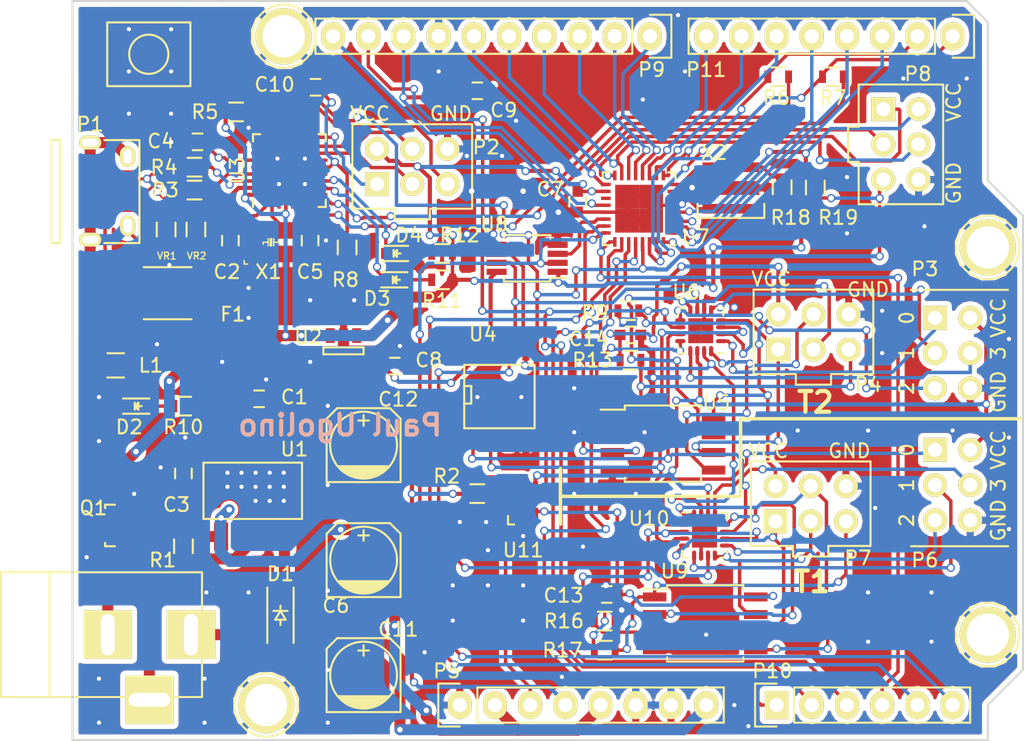
<source format=kicad_pcb>
(kicad_pcb (version 4) (host pcbnew 4.0.2-stable)
  (title_block (date "lun. 30 mars 2015"))
  (layers (0 F.Cu signal) (31 B.Cu signal) (34 B.Paste user) (35 F.Paste user) (36 B.SilkS user) (37 F.SilkS user) (38 B.Mask user) (39 F.Mask user) (44 Edge.Cuts user))
  (net 0 "")
  (net 1 +5V)
  (net 2 GND)
  (net 3 /AREF)
  (net 4 +3V3)
  (net 5 "Net-(C1-Pad1)")
  (net 6 /RES1_U2)
  (net 7 "Net-(C4-Pad1)")
  (net 8 /RES2_U2)
  (net 9 /RST_328)
  (net 10 "Net-(C10-Pad2)")
  (net 11 /VIN)
  (net 12 /3.3V_UNSAFE)
  (net 13 "Net-(CON1-Pad1)")
  (net 14 "Net-(CON1-Pad2)")
  (net 15 "Net-(CON1-Pad3)")
  (net 16 "Net-(D2-Pad2)")
  (net 17 "Net-(D3-Pad2)")
  (net 18 /RXLED)
  (net 19 "Net-(D4-Pad2)")
  (net 20 /TXLED)
  (net 21 "Net-(F1-Pad1)")
  (net 22 /USBVCC)
  (net 23 "Net-(L1-Pad1)")
  (net 24 "Net-(P1-Pad4)")
  (net 25 /MISO_U2)
  (net 26 /SCK_U2)
  (net 27 /MOSI_U2)
  (net 28 /RST_U2)
  (net 29 /IO0_T1)
  (net 30 /IO1_T1)
  (net 31 /IO3_T1)
  (net 32 /IO2_T1)
  (net 33 /MISO_T1)
  (net 34 /SCK_T1)
  (net 35 /MOSI_T1)
  (net 36 /~RST~_T1)
  (net 37 /IO0_T2)
  (net 38 /MISO_T2)
  (net 39 /MISO_328)
  (net 40 /IO8)
  (net 41 /IO9)
  (net 42 /~SS~_328)
  (net 43 /MOSI_328)
  (net 44 /SCK_328)
  (net 45 /AD2/SDA)
  (net 46 /AD3/SCL)
  (net 47 /AD0)
  (net 48 /AD1)
  (net 49 /AD4/SCK1)
  (net 50 /AD5/MISO1)
  (net 51 /IO0/RX)
  (net 52 /IO1/TX)
  (net 53 /IO2)
  (net 54 /IO3)
  (net 55 /IO4)
  (net 56 /IO5)
  (net 57 /IO6)
  (net 58 /IO7)
  (net 59 "Net-(R6-Pad1)")
  (net 60 "Net-(R7-Pad2)")
  (net 61 /SELECT_T1)
  (net 62 /SELECT_T2)
  (net 63 /~RST~_T2)
  (net 64 /RES1_328)
  (net 65 /RES2_328)
  (net 66 "Net-(U3-Pad5)")
  (net 67 "Net-(U3-Pad6)")
  (net 68 "Net-(U3-Pad7)")
  (net 69 "Net-(U3-Pad12)")
  (net 70 "Net-(U3-Pad14)")
  (net 71 "Net-(U3-Pad18)")
  (net 72 "Net-(U3-Pad19)")
  (net 73 "Net-(U3-Pad20)")
  (net 74 "Net-(U3-Pad21)")
  (net 75 "Net-(U3-Pad22)")
  (net 76 "Net-(U3-Pad23)")
  (net 77 "Net-(U3-Pad25)")
  (net 78 "Net-(U3-Pad26)")
  (net 79 /SCK_RAM)
  (net 80 /MOSI_RAM)
  (net 81 "Net-(U4-Pad3)")
  (net 82 /MISO_RAM)
  (net 83 /~SS~)
  (net 84 /~SS~_T1)
  (net 85 "Net-(U7-Pad3)")
  (net 86 "Net-(U7-Pad6)")
  (net 87 "Net-(U7-Pad19)")
  (net 88 /MOSI1_328)
  (net 89 /~SS~_T2)
  (net 90 /MOSI_T2)
  (net 91 /SCK_T2)
  (net 92 /IO1_T2)
  (net 93 /IO2_T2)
  (net 94 /IO3_T2)
  (net 95 /D_N)
  (net 96 /D_P)
  (net 97 /D+)
  (net 98 /D-)
  (net 99 "Net-(R2-Pad2)")
  (module pcbfp_lib:via_.3 (layer F.Cu) (at 146.304 121.793)
    (fp_text reference REF** hide)
    (fp_text value stitchingVIA hide)
    (pad 1 thru_hole circle (at 0 0) (size 0.6 0.6) (drill 0.3) (layers *.Cu *.Mask) (net 2 GND))
  )
  (module pcbfp_lib:via_.3 (layer F.Cu) (at 156.718 118.745)
    (fp_text reference REF** hide)
    (fp_text value stitchingVIA hide)
    (pad 1 thru_hole circle (at 0 0) (size 0.6 0.6) (drill 0.3) (layers *.Cu *.Mask) (net 2 GND))
  )
  (module pcbfp_lib:via_.3 (layer F.Cu) (at 168.402 119.253)
    (fp_text reference REF** hide)
    (fp_text value stitchingVIA hide)
    (pad 1 thru_hole circle (at 0 0) (size 0.6 0.6) (drill 0.3) (layers *.Cu *.Mask) (net 2 GND))
  )
  (module pcbfp_lib:via_.3 (layer F.Cu) (at 168.402 115.697)
    (fp_text reference REF** hide)
    (fp_text value stitchingVIA hide)
    (pad 1 thru_hole circle (at 0 0) (size 0.6 0.6) (drill 0.3) (layers *.Cu *.Mask) (net 2 GND))
  )
  (module pcbfp_lib:via_.3 (layer F.Cu) (at 168.91 109.601)
    (fp_text reference REF** hide)
    (fp_text value stitchingVIA hide)
    (pad 1 thru_hole circle (at 0 0) (size 0.6 0.6) (drill 0.3) (layers *.Cu *.Mask) (net 2 GND))
  )
  (module pcbfp_lib:via_.3 (layer F.Cu) (at 123.698 82.169)
    (fp_text reference REF** hide)
    (fp_text value stitchingVIA hide)
    (pad 1 thru_hole circle (at 0 0) (size 0.6 0.6) (drill 0.3) (layers *.Cu *.Mask) (net 2 GND))
  )
  (module pcbfp_lib:via_.3 (layer F.Cu) (at 129.286 90.297)
    (fp_text reference REF** hide)
    (fp_text value stitchingVIA hide)
    (pad 1 thru_hole circle (at 0 0) (size 0.6 0.6) (drill 0.3) (layers *.Cu *.Mask) (net 2 GND))
  )
  (module pcbfp_lib:via_.3 (layer F.Cu) (at 125.8905 86.2325)
    (fp_text reference REF** hide)
    (fp_text value stitchingVIA hide)
    (pad 1 thru_hole circle (at 0 0) (size 0.6 0.6) (drill 0.3) (layers *.Cu *.Mask) (net 2 GND))
  )
  (module pcbfp_lib:via_.3 (layer F.Cu) (at 127.762 86.233)
    (fp_text reference REF** hide)
    (fp_text value stitchingVIA hide)
    (pad 1 thru_hole circle (at 0 0) (size 0.6 0.6) (drill 0.3) (layers *.Cu *.Mask) (net 2 GND))
  )
  (module pcbfp_lib:via_.3 (layer F.Cu) (at 127.762 84.395)
    (fp_text reference REF** hide)
    (fp_text value stitchingVIA hide)
    (pad 1 thru_hole circle (at 0 0) (size 0.6 0.6) (drill 0.3) (layers *.Cu *.Mask) (net 2 GND))
  )
  (module pcbfp_lib:via_.3 (layer F.Cu) (at 125.778 84.395)
    (fp_text reference REF** hide)
    (fp_text value stitchingVIA hide)
    (pad 1 thru_hole circle (at 0 0) (size 0.6 0.6) (drill 0.3) (layers *.Cu *.Mask) (net 2 GND))
  )
  (module pcbfp_lib:via_.3 (layer F.Cu) (at 126.238 107.061)
    (fp_text reference REF** hide)
    (fp_text value stitchingVIA hide)
    (pad 1 thru_hole circle (at 0 0) (size 0.6 0.6) (drill 0.3) (layers *.Cu *.Mask) (net 2 GND))
  )
  (module pcbfp_lib:via_.3 (layer F.Cu) (at 124.206 107.061)
    (fp_text reference REF** hide)
    (fp_text value stitchingVIA hide)
    (pad 1 thru_hole circle (at 0 0) (size 0.6 0.6) (drill 0.3) (layers *.Cu *.Mask) (net 2 GND))
  )
  (module pcbfp_lib:via_.3 (layer F.Cu) (at 123.19 107.061)
    (fp_text reference REF** hide)
    (fp_text value stitchingVIA hide)
    (pad 1 thru_hole circle (at 0 0) (size 0.6 0.6) (drill 0.3) (layers *.Cu *.Mask) (net 2 GND))
  )
  (module pcbfp_lib:via_.3 (layer F.Cu) (at 122.174 107.061)
    (fp_text reference REF** hide)
    (fp_text value stitchingVIA hide)
    (pad 1 thru_hole circle (at 0 0) (size 0.6 0.6) (drill 0.3) (layers *.Cu *.Mask) (net 2 GND))
  )
  (module pcbfp_lib:via_.3 (layer F.Cu) (at 125.222 107.061)
    (fp_text reference REF** hide)
    (fp_text value stitchingVIA hide)
    (pad 1 thru_hole circle (at 0 0) (size 0.6 0.6) (drill 0.3) (layers *.Cu *.Mask) (net 2 GND))
  )
  (module pcbfp_lib:via_.3 (layer F.Cu) (at 123.19 108.077)
    (fp_text reference REF** hide)
    (fp_text value stitchingVIA hide)
    (pad 1 thru_hole circle (at 0 0) (size 0.6 0.6) (drill 0.3) (layers *.Cu *.Mask) (net 2 GND))
  )
  (module pcbfp_lib:via_.3 (layer F.Cu) (at 124.206 109.093)
    (fp_text reference REF** hide)
    (fp_text value stitchingVIA hide)
    (pad 1 thru_hole circle (at 0 0) (size 0.6 0.6) (drill 0.3) (layers *.Cu *.Mask) (net 2 GND))
  )
  (module pcbfp_lib:via_.3 (layer F.Cu) (at 124.206 108.077)
    (fp_text reference REF** hide)
    (fp_text value stitchingVIA hide)
    (pad 1 thru_hole circle (at 0 0) (size 0.6 0.6) (drill 0.3) (layers *.Cu *.Mask) (net 2 GND))
  )
  (module pcbfp_lib:via_.3 (layer F.Cu) (at 125.222 108.077)
    (fp_text reference REF** hide)
    (fp_text value stitchingVIA hide)
    (pad 1 thru_hole circle (at 0 0) (size 0.6 0.6) (drill 0.3) (layers *.Cu *.Mask) (net 2 GND))
  )
  (module pcbfp_lib:via_.3 (layer F.Cu) (at 125.222 109.093)
    (fp_text reference REF** hide)
    (fp_text value stitchingVIA hide)
    (pad 1 thru_hole circle (at 0 0) (size 0.6 0.6) (drill 0.3) (layers *.Cu *.Mask) (net 2 GND))
  )
  (module pcbfp_lib:via_.3 (layer F.Cu) (at 126.238 109.093)
    (fp_text reference REF** hide)
    (fp_text value stitchingVIA hide)
    (pad 1 thru_hole circle (at 0 0) (size 0.6 0.6) (drill 0.3) (layers *.Cu *.Mask) (net 2 GND))
  )
  (module pcbfp_lib:via_.3 (layer F.Cu) (at 137.414 78.105)
    (fp_text reference REF** hide)
    (fp_text value stitchingVIA hide)
    (pad 1 thru_hole circle (at 0 0) (size 0.6 0.6) (drill 0.3) (layers *.Cu *.Mask) (net 2 GND))
  )
  (module pcbfp_lib:via_.3 (layer F.Cu) (at 143.002 81.661)
    (fp_text reference REF** hide)
    (fp_text value stitchingVIA hide)
    (pad 1 thru_hole circle (at 0 0) (size 0.6 0.6) (drill 0.3) (layers *.Cu *.Mask) (net 2 GND))
  )
  (module pcbfp_lib:via_.3 (layer F.Cu) (at 139.446 84.201)
    (fp_text reference REF** hide)
    (fp_text value stitchingVIA hide)
    (pad 1 thru_hole circle (at 0 0) (size 0.6 0.6) (drill 0.3) (layers *.Cu *.Mask) (net 2 GND))
  )
  (module pcbfp_lib:via_.3 (layer F.Cu) (at 141.986 84.201)
    (fp_text reference REF** hide)
    (fp_text value stitchingVIA hide)
    (pad 1 thru_hole circle (at 0 0) (size 0.6 0.6) (drill 0.3) (layers *.Cu *.Mask) (net 2 GND))
  )
  (module pcbfp_lib:via_.3 (layer F.Cu) (at 174.498 104.013)
    (fp_text reference REF** hide)
    (fp_text value stitchingVIA hide)
    (pad 1 thru_hole circle (at 0 0) (size 0.6 0.6) (drill 0.3) (layers *.Cu *.Mask) (net 2 GND))
  )
  (module pcbfp_lib:via_.3 (layer F.Cu) (at 172.974 115.697)
    (fp_text reference REF** hide)
    (fp_text value stitchingVIA hide)
    (pad 1 thru_hole circle (at 0 0) (size 0.6 0.6) (drill 0.3) (layers *.Cu *.Mask) (net 2 GND))
  )
  (module pcbfp_lib:via_.3 (layer F.Cu) (at 172.974 119.253)
    (fp_text reference REF** hide)
    (fp_text value stitchingVIA hide)
    (pad 1 thru_hole circle (at 0 0) (size 0.6 0.6) (drill 0.3) (layers *.Cu *.Mask) (net 2 GND))
  )
  (module pcbfp_lib:via_.3 (layer F.Cu) (at 159.766 125.349)
    (fp_text reference REF** hide)
    (fp_text value stitchingVIA hide)
    (pad 1 thru_hole circle (at 0 0) (size 0.6 0.6) (drill 0.3) (layers *.Cu *.Mask) (net 2 GND))
  )
  (module pcbfp_lib:via_.3 (layer F.Cu) (at 158.75 123.825)
    (fp_text reference REF** hide)
    (fp_text value stitchingVIA hide)
    (pad 1 thru_hole circle (at 0 0) (size 0.6 0.6) (drill 0.3) (layers *.Cu *.Mask) (net 2 GND))
  )
  (module pcbfp_lib:via_.3 (layer F.Cu) (at 143.51 117.729)
    (fp_text reference REF** hide)
    (fp_text value stitchingVIA hide)
    (pad 1 thru_hole circle (at 0 0) (size 0.6 0.6) (drill 0.3) (layers *.Cu *.Mask) (net 2 GND))
  )
  (module pcbfp_lib:via_.3 (layer F.Cu) (at 143.51 115.189)
    (fp_text reference REF** hide)
    (fp_text value stitchingVIA hide)
    (pad 1 thru_hole circle (at 0 0) (size 0.6 0.6) (drill 0.3) (layers *.Cu *.Mask) (net 2 GND))
  )
  (module pcbfp_lib:via_.3 (layer F.Cu) (at 143.51 111.633)
    (fp_text reference REF** hide)
    (fp_text value stitchingVIA hide)
    (pad 1 thru_hole circle (at 0 0) (size 0.6 0.6) (drill 0.3) (layers *.Cu *.Mask) (net 2 GND))
  )
  (module pcbfp_lib:via_.3 (layer F.Cu) (at 123.698 115.697)
    (fp_text reference REF** hide)
    (fp_text value stitchingVIA hide)
    (pad 1 thru_hole circle (at 0 0) (size 0.6 0.6) (drill 0.3) (layers *.Cu *.Mask) (net 2 GND))
  )
  (module pcbfp_lib:via_.3 (layer F.Cu) (at 120.65 115.697)
    (fp_text reference REF** hide)
    (fp_text value stitchingVIA hide)
    (pad 1 thru_hole circle (at 0 0) (size 0.6 0.6) (drill 0.3) (layers *.Cu *.Mask) (net 2 GND))
  )
  (module pcbfp_lib:via_.3 (layer F.Cu) (at 112.014 113.157)
    (fp_text reference REF** hide)
    (fp_text value stitchingVIA hide)
    (pad 1 thru_hole circle (at 0 0) (size 0.6 0.6) (drill 0.3) (layers *.Cu *.Mask) (net 2 GND))
  )
  (module pcbfp_lib:via_.3 (layer F.Cu) (at 119.126 104.521)
    (fp_text reference REF** hide)
    (fp_text value stitchingVIA hide)
    (pad 1 thru_hole circle (at 0 0) (size 0.6 0.6) (drill 0.3) (layers *.Cu *.Mask) (net 2 GND))
  )
  (module pcbfp_lib:via_.3 (layer F.Cu) (at 118.11 83.185)
    (fp_text reference REF** hide)
    (fp_text value stitchingVIA hide)
    (pad 1 thru_hole circle (at 0 0) (size 0.6 0.6) (drill 0.3) (layers *.Cu *.Mask) (net 2 GND))
  )
  (module pcbfp_lib:via_.3 (layer F.Cu) (at 115.062 81.153)
    (fp_text reference REF** hide)
    (fp_text value stitchingVIA hide)
    (pad 1 thru_hole circle (at 0 0) (size 0.6 0.6) (drill 0.3) (layers *.Cu *.Mask) (net 2 GND))
  )
  (module pcbfp_lib:via_.3 (layer F.Cu) (at 118.11 81.153)
    (fp_text reference REF** hide)
    (fp_text value stitchingVIA hide)
    (pad 1 thru_hole circle (at 0 0) (size 0.6 0.6) (drill 0.3) (layers *.Cu *.Mask) (net 2 GND))
  )
  (module pcbfp_lib:via_.3 (layer F.Cu) (at 118.11 78.105)
    (fp_text reference REF** hide)
    (fp_text value stitchingVIA hide)
    (pad 1 thru_hole circle (at 0 0) (size 0.6 0.6) (drill 0.3) (layers *.Cu *.Mask) (net 2 GND))
  )
  (module pcbfp_lib:via_.3 (layer F.Cu) (at 115.062 78.105)
    (fp_text reference REF** hide)
    (fp_text value stitchingVIA hide)
    (pad 1 thru_hole circle (at 0 0) (size 0.6 0.6) (drill 0.3) (layers *.Cu *.Mask) (net 2 GND))
  )
  (module pcbfp_lib:via_.3 (layer F.Cu) (at 118.11 75.057)
    (fp_text reference REF** hide)
    (fp_text value stitchingVIA hide)
    (pad 1 thru_hole circle (at 0 0) (size 0.6 0.6) (drill 0.3) (layers *.Cu *.Mask) (net 2 GND))
  )
  (module pcbfp_lib:via_.3 (layer F.Cu) (at 115.062 75.057)
    (fp_text reference REF** hide)
    (fp_text value stitchingVIA hide)
    (pad 1 thru_hole circle (at 0 0) (size 0.6 0.6) (drill 0.3) (layers *.Cu *.Mask) (net 2 GND))
  )
  (module pcbfp_lib:via_.3 (layer F.Cu) (at 154.686 74.041)
    (fp_text reference REF** hide)
    (fp_text value stitchingVIA hide)
    (pad 1 thru_hole circle (at 0 0) (size 0.6 0.6) (drill 0.3) (layers *.Cu *.Mask) (net 2 GND))
  )
  (module pcbfp_lib:via_.3 (layer F.Cu) (at 155.194 78.105)
    (fp_text reference REF** hide)
    (fp_text value stitchingVIA hide)
    (pad 1 thru_hole circle (at 0 0) (size 0.6 0.6) (drill 0.3) (layers *.Cu *.Mask) (net 2 GND))
  )
  (module pcbfp_lib:via_.3 (layer F.Cu) (at 152.146 80.137)
    (fp_text reference REF** hide)
    (fp_text value stitchingVIA hide)
    (pad 1 thru_hole circle (at 0 0) (size 0.6 0.6) (drill 0.3) (layers *.Cu *.Mask) (net 2 GND))
  )
  (module pcbfp_lib:via_.3 (layer F.Cu) (at 178.562 111.125)
    (fp_text reference REF** hide)
    (fp_text value stitchingVIA hide)
    (pad 1 thru_hole circle (at 0 0) (size 0.6 0.6) (drill 0.3) (layers *.Cu *.Mask) (net 2 GND))
  )
  (module pcbfp_lib:via_.3 (layer F.Cu) (at 178.562 104.521)
    (fp_text reference REF** hide)
    (fp_text value stitchingVIA hide)
    (pad 1 thru_hole circle (at 0 0) (size 0.6 0.6) (drill 0.3) (layers *.Cu *.Mask) (net 2 GND))
  )
  (module pcbfp_lib:via_.3 (layer F.Cu) (at 178.562 97.409)
    (fp_text reference REF** hide)
    (fp_text value stitchingVIA hide)
    (pad 1 thru_hole circle (at 0 0) (size 0.6 0.6) (drill 0.3) (layers *.Cu *.Mask) (net 2 GND))
  )
  (module pcbfp_lib:via_.3 (layer F.Cu) (at 169.418 98.425)
    (fp_text reference REF** hide)
    (fp_text value stitchingVIA hide)
    (pad 1 thru_hole circle (at 0 0) (size 0.6 0.6) (drill 0.3) (layers *.Cu *.Mask) (net 2 GND))
  )
  (module pcbfp_lib:via_.3 (layer F.Cu) (at 169.418 95.377)
    (fp_text reference REF** hide)
    (fp_text value stitchingVIA hide)
    (pad 1 thru_hole circle (at 0 0) (size 0.6 0.6) (drill 0.3) (layers *.Cu *.Mask) (net 2 GND))
  )
  (module pcbfp_lib:via_.3 (layer F.Cu) (at 166.878 89.789)
    (fp_text reference REF** hide)
    (fp_text value stitchingVIA hide)
    (pad 1 thru_hole circle (at 0 0) (size 0.6 0.6) (drill 0.3) (layers *.Cu *.Mask) (net 2 GND))
  )
  (module pcbfp_lib:via_.3 (layer F.Cu) (at 166.878 85.725)
    (fp_text reference REF** hide)
    (fp_text value stitchingVIA hide)
    (pad 1 thru_hole circle (at 0 0) (size 0.6 0.6) (drill 0.3) (layers *.Cu *.Mask) (net 2 GND))
  )
  (module pcbfp_lib:via_.3 (layer F.Cu) (at 170.942 78.613)
    (fp_text reference REF** hide)
    (fp_text value stitchingVIA hide)
    (pad 1 thru_hole circle (at 0 0) (size 0.6 0.6) (drill 0.3) (layers *.Cu *.Mask) (net 2 GND))
  )
  (module pcbfp_lib:via_.3 (layer F.Cu) (at 175.514 78.613)
    (fp_text reference REF** hide)
    (fp_text value stitchingVIA hide)
    (pad 1 thru_hole circle (at 0 0) (size 0.6 0.6) (drill 0.3) (layers *.Cu *.Mask) (net 2 GND))
  )
  (module pcbfp_lib:via_.3 (layer F.Cu) (at 172.466 89.281)
    (fp_text reference REF** hide)
    (fp_text value stitchingVIA hide)
    (pad 1 thru_hole circle (at 0 0) (size 0.6 0.6) (drill 0.3) (layers *.Cu *.Mask) (net 2 GND))
  )
  (module pcbfp_lib:via_.3 (layer F.Cu) (at 168.402 104.013)
    (fp_text reference REF** hide)
    (fp_text value stitchingVIA hide)
    (pad 1 thru_hole circle (at 0 0) (size 0.6 0.6) (drill 0.3) (layers *.Cu *.Mask) (net 2 GND))
  )
  (module pcbfp_lib:via_.3 (layer F.Cu) (at 163.322 104.013)
    (fp_text reference REF** hide)
    (fp_text value stitchingVIA hide)
    (pad 1 thru_hole circle (at 0 0) (size 0.6 0.6) (drill 0.3) (layers *.Cu *.Mask) (net 2 GND))
  )
  (module pcbfp_lib:via_.3 (layer F.Cu) (at 152.273 104.14)
    (fp_text reference REF** hide)
    (fp_text value stitchingVIA hide)
    (pad 1 thru_hole circle (at 0 0) (size 0.6 0.6) (drill 0.3) (layers *.Cu *.Mask) (net 2 GND))
  )
  (module pcbfp_lib:via_.3 (layer F.Cu) (at 151.638 108.585)
    (fp_text reference REF** hide)
    (fp_text value stitchingVIA hide)
    (pad 1 thru_hole circle (at 0 0) (size 0.6 0.6) (drill 0.3) (layers *.Cu *.Mask) (net 2 GND))
  )
  (module pcbfp_lib:via_.3 (layer F.Cu) (at 147.828 112.395)
    (fp_text reference REF** hide)
    (fp_text value stitchingVIA hide)
    (pad 1 thru_hole circle (at 0 0) (size 0.6 0.6) (drill 0.3) (layers *.Cu *.Mask) (net 2 GND))
  )
  (module pcbfp_lib:via_.3 (layer F.Cu) (at 147.193 108.585)
    (fp_text reference REF** hide)
    (fp_text value stitchingVIA hide)
    (pad 1 thru_hole circle (at 0 0) (size 0.6 0.6) (drill 0.3) (layers *.Cu *.Mask) (net 2 GND))
  )
  (module pcbfp_lib:via_.3 (layer F.Cu) (at 147.193 104.14)
    (fp_text reference REF** hide)
    (fp_text value stitchingVIA hide)
    (pad 1 thru_hole circle (at 0 0) (size 0.6 0.6) (drill 0.3) (layers *.Cu *.Mask) (net 2 GND))
  )
  (module pcbfp_lib:via_.3 (layer F.Cu) (at 147.193 100.965)
    (fp_text reference REF** hide)
    (fp_text value stitchingVIA hide)
    (pad 1 thru_hole circle (at 0 0) (size 0.6 0.6) (drill 0.3) (layers *.Cu *.Mask) (net 2 GND))
  )
  (module pcbfp_lib:via_.3 (layer F.Cu) (at 143.383 101.6)
    (fp_text reference REF** hide)
    (fp_text value stitchingVIA hide)
    (pad 1 thru_hole circle (at 0 0) (size 0.6 0.6) (drill 0.3) (layers *.Cu *.Mask) (net 2 GND))
  )
  (module pcbfp_lib:via_.3 (layer F.Cu) (at 140.208 101.6)
    (fp_text reference REF** hide)
    (fp_text value stitchingVIA hide)
    (pad 1 thru_hole circle (at 0 0) (size 0.6 0.6) (drill 0.3) (layers *.Cu *.Mask) (net 2 GND))
  )
  (module pcbfp_lib:via_.3 (layer F.Cu) (at 138.938 110.617)
    (fp_text reference REF** hide)
    (fp_text value stitchingVIA hide)
    (pad 1 thru_hole circle (at 0 0) (size 0.6 0.6) (drill 0.3) (layers *.Cu *.Mask) (net 2 GND))
  )
  (module pcbfp_lib:via_.3 (layer F.Cu) (at 140.97 112.649)
    (fp_text reference REF** hide)
    (fp_text value stitchingVIA hide)
    (pad 1 thru_hole circle (at 0 0) (size 0.6 0.6) (drill 0.3) (layers *.Cu *.Mask) (net 2 GND))
  )
  (module pcbfp_lib:via_.3 (layer F.Cu) (at 140.843 110.617)
    (fp_text reference REF** hide)
    (fp_text value stitchingVIA hide)
    (pad 1 thru_hole circle (at 0 0) (size 0.6 0.6) (drill 0.3) (layers *.Cu *.Mask) (net 2 GND))
  )
  (module pcbfp_lib:via_.3 (layer F.Cu) (at 140.97 115.189)
    (fp_text reference REF** hide)
    (fp_text value stitchingVIA hide)
    (pad 1 thru_hole circle (at 0 0) (size 0.6 0.6) (drill 0.3) (layers *.Cu *.Mask) (net 2 GND))
  )
  (module pcbfp_lib:via_.3 (layer F.Cu) (at 138.43 115.189)
    (fp_text reference REF** hide)
    (fp_text value stitchingVIA hide)
    (pad 1 thru_hole circle (at 0 0) (size 0.6 0.6) (drill 0.3) (layers *.Cu *.Mask) (net 2 GND))
  )
  (module pcbfp_lib:via_.3 (layer F.Cu) (at 138.43 117.729)
    (fp_text reference REF** hide)
    (fp_text value stitchingVIA hide)
    (pad 1 thru_hole circle (at 0 0) (size 0.6 0.6) (drill 0.3) (layers *.Cu *.Mask) (net 2 GND))
  )
  (module pcbfp_lib:via_.3 (layer F.Cu) (at 136.398 120.015)
    (fp_text reference REF** hide)
    (fp_text value stitchingVIA hide)
    (pad 1 thru_hole circle (at 0 0) (size 0.6 0.6) (drill 0.3) (layers *.Cu *.Mask) (net 2 GND))
  )
  (module pcbfp_lib:via_.3 (layer F.Cu) (at 129.413 121.285)
    (fp_text reference REF** hide)
    (fp_text value stitchingVIA hide)
    (pad 1 thru_hole circle (at 0 0) (size 0.6 0.6) (drill 0.3) (layers *.Cu *.Mask) (net 2 GND))
  )
  (module pcbfp_lib:via_.3 (layer F.Cu) (at 129.413 125.095)
    (fp_text reference REF** hide)
    (fp_text value stitchingVIA hide)
    (pad 1 thru_hole circle (at 0 0) (size 0.6 0.6) (drill 0.3) (layers *.Cu *.Mask) (net 2 GND))
  )
  (module pcbfp_lib:via_.3 (layer F.Cu) (at 129.413 115.57)
    (fp_text reference REF** hide)
    (fp_text value stitchingVIA hide)
    (pad 1 thru_hole circle (at 0 0) (size 0.6 0.6) (drill 0.3) (layers *.Cu *.Mask) (net 2 GND))
  )
  (module pcbfp_lib:via_.3 (layer F.Cu) (at 129.413 107.95)
    (fp_text reference REF** hide)
    (fp_text value stitchingVIA hide)
    (pad 1 thru_hole circle (at 0 0) (size 0.6 0.6) (drill 0.3) (layers *.Cu *.Mask) (net 2 GND))
  )
  (module pcbfp_lib:via_.3 (layer F.Cu) (at 129.413 102.235)
    (fp_text reference REF** hide)
    (fp_text value stitchingVIA hide)
    (pad 1 thru_hole circle (at 0 0) (size 0.6 0.6) (drill 0.3) (layers *.Cu *.Mask) (net 2 GND))
  )
  (module pcbfp_lib:via_.3 (layer F.Cu) (at 112.903 125.095)
    (fp_text reference REF** hide)
    (fp_text value stitchingVIA hide)
    (pad 1 thru_hole circle (at 0 0) (size 0.6 0.6) (drill 0.3) (layers *.Cu *.Mask) (net 2 GND))
  )
  (module pcbfp_lib:via_.3 (layer F.Cu) (at 112.903 121.92)
    (fp_text reference REF** hide)
    (fp_text value stitchingVIA hide)
    (pad 1 thru_hole circle (at 0 0) (size 0.6 0.6) (drill 0.3) (layers *.Cu *.Mask) (net 2 GND))
  )
  (module pcbfp_lib:via_.3 (layer F.Cu) (at 120.523 125.095)
    (fp_text reference REF** hide)
    (fp_text value stitchingVIA hide)
    (pad 1 thru_hole circle (at 0 0) (size 0.6 0.6) (drill 0.3) (layers *.Cu *.Mask) (net 2 GND))
  )
  (module pcbfp_lib:via_.3 (layer F.Cu) (at 120.523 121.92)
    (fp_text reference REF** hide)
    (fp_text value stitchingVIA hide)
    (pad 1 thru_hole circle (at 0 0) (size 0.6 0.6) (drill 0.3) (layers *.Cu *.Mask) (net 2 GND))
  )
  (module pcbfp_lib:via_.3 (layer F.Cu) (at 122.174 108.077)
    (fp_text reference REF** hide)
    (fp_text value stitchingVIA hide)
    (pad 1 thru_hole circle (at 0 0) (size 0.6 0.6) (drill 0.3) (layers *.Cu *.Mask) (net 2 GND))
  )
  (module pcbfp_lib:via_.3 (layer F.Cu) (at 126.238 108.077)
    (fp_text reference REF** hide)
    (fp_text value stitchingVIA hide)
    (pad 1 thru_hole circle (at 0 0) (size 0.6 0.6) (drill 0.3) (layers *.Cu *.Mask) (net 2 GND))
  )
  (module pcbfp_lib:via_.3 (layer F.Cu) (at 115.443 108.585)
    (fp_text reference REF** hide)
    (fp_text value stitchingVIA hide)
    (pad 1 thru_hole circle (at 0 0) (size 0.6 0.6) (drill 0.3) (layers *.Cu *.Mask) (net 2 GND))
  )
  (module pcbfp_lib:via_.3 (layer F.Cu) (at 117.348 106.68)
    (fp_text reference REF** hide)
    (fp_text value stitchingVIA hide)
    (pad 1 thru_hole circle (at 0 0) (size 0.6 0.6) (drill 0.3) (layers *.Cu *.Mask) (net 2 GND))
  )
  (module pcbfp_lib:via_.3 (layer F.Cu) (at 112.903 101.6)
    (fp_text reference REF** hide)
    (fp_text value stitchingVIA hide)
    (pad 1 thru_hole circle (at 0 0) (size 0.6 0.6) (drill 0.3) (layers *.Cu *.Mask) (net 2 GND))
  )
  (module pcbfp_lib:via_.3 (layer F.Cu) (at 112.903 104.775)
    (fp_text reference REF** hide)
    (fp_text value stitchingVIA hide)
    (pad 1 thru_hole circle (at 0 0) (size 0.6 0.6) (drill 0.3) (layers *.Cu *.Mask) (net 2 GND))
  )
  (module pcbfp_lib:via_.3 (layer F.Cu) (at 117.983 92.075)
    (fp_text reference REF** hide)
    (fp_text value stitchingVIA hide)
    (pad 1 thru_hole circle (at 0 0) (size 0.6 0.6) (drill 0.3) (layers *.Cu *.Mask) (net 2 GND))
  )
  (module pcbfp_lib:via_.3 (layer F.Cu) (at 124.968 100.33)
    (fp_text reference REF** hide)
    (fp_text value stitchingVIA hide)
    (pad 1 thru_hole circle (at 0 0) (size 0.6 0.6) (drill 0.3) (layers *.Cu *.Mask) (net 2 GND))
  )
  (module pcbfp_lib:via_.3 (layer F.Cu) (at 128.143 99.06)
    (fp_text reference REF** hide)
    (fp_text value stitchingVIA hide)
    (pad 1 thru_hole circle (at 0 0) (size 0.6 0.6) (drill 0.3) (layers *.Cu *.Mask) (net 2 GND))
  )
  (module pcbfp_lib:via_.3 (layer F.Cu) (at 117.094 97.79)
    (fp_text reference REF** hide)
    (fp_text value stitchingVIA hide)
    (pad 1 thru_hole circle (at 0 0) (size 0.6 0.6) (drill 0.3) (layers *.Cu *.Mask) (net 2 GND))
  )
  (module pcbfp_lib:via_.3 (layer F.Cu) (at 121.793 99.06)
    (fp_text reference REF** hide)
    (fp_text value stitchingVIA hide)
    (pad 1 thru_hole circle (at 0 0) (size 0.6 0.6) (drill 0.3) (layers *.Cu *.Mask) (net 2 GND))
  )
  (module pcbfp_lib:via_.3 (layer F.Cu) (at 123.698 95.885)
    (fp_text reference REF** hide)
    (fp_text value stitchingVIA hide)
    (pad 1 thru_hole circle (at 0 0) (size 0.6 0.6) (drill 0.3) (layers *.Cu *.Mask) (net 2 GND))
  )
  (module pcbfp_lib:via_.3 (layer F.Cu) (at 131.318 94.615)
    (fp_text reference REF** hide)
    (fp_text value stitchingVIA hide)
    (pad 1 thru_hole circle (at 0 0) (size 0.6 0.6) (drill 0.3) (layers *.Cu *.Mask) (net 2 GND))
  )
  (module pcbfp_lib:via_.3 (layer F.Cu) (at 128.143 94.615)
    (fp_text reference REF** hide)
    (fp_text value stitchingVIA hide)
    (pad 1 thru_hole circle (at 0 0) (size 0.6 0.6) (drill 0.3) (layers *.Cu *.Mask) (net 2 GND))
  )
  (module pcbfp_lib:via_.3 (layer F.Cu) (at 123.698 93.726)
    (fp_text reference REF** hide)
    (fp_text value stitchingVIA hide)
    (pad 1 thru_hole circle (at 0 0) (size 0.6 0.6) (drill 0.3) (layers *.Cu *.Mask) (net 2 GND))
  )
  (module Capacitors_SMD:C_0603 (layer F.Cu) (at 147.447 87.503 270)
    (fp_text reference C7 (at -0.89 2 360) (layer F.SilkS))
    (fp_text value .1uF)
    (pad 1 smd rect (at -0.75 0 270) (size 0.8 0.75) (layers F.Cu F.Paste F.Mask) (net 1 +5V))
    (pad 2 smd rect (at 0.75 0 270) (size 0.8 0.75) (layers F.Cu F.Paste F.Mask) (net 2 GND))
  )
  (module Resistors_SMD:R_0603 (layer F.Cu) (at 140.198 108.565)
    (fp_text reference R2 (at -2.2 -1.25) (layer F.SilkS))
    (fp_text value 1K)
    (pad 1 smd rect (at -0.75 0) (size 0.5 0.9) (layers F.Cu F.Paste F.Mask) (net 4 +3V3))
    (pad 2 smd rect (at 0.75 0) (size 0.5 0.9) (layers F.Cu F.Paste F.Mask) (net 99 "Net-(R2-Pad2)"))
  )
  (module pcbfp_lib:Pin_Header_Straight_2x03_ICSP (layer F.Cu) (at 161.918 98.165 90)
    (fp_text reference P4 (at -2.546 6.484 180) (layer F.SilkS))
    (fp_text value CONN_02X03_ICSP hide)
    (fp_text user GND (at 4.312 6.484 180) (layer F.SilkS))
    (fp_text user VCC (at 5.08 -0.508 180) (layer F.SilkS))
    (pad 1 thru_hole rect (at 0 0 90) (size 1.7272 1.7272) (drill 1.016) (layers *.Cu *.Mask F.SilkS) (net 33 /MISO_T1))
    (pad 2 thru_hole oval (at 2.54 0 90) (size 1.7272 1.7272) (drill 1.016) (layers *.Cu *.Mask F.SilkS) (net 12 /3.3V_UNSAFE))
    (pad 3 thru_hole oval (at 0 2.54 90) (size 1.7272 1.7272) (drill 1.016) (layers *.Cu *.Mask F.SilkS) (net 34 /SCK_T1))
    (pad 4 thru_hole oval (at 2.54 2.54 90) (size 1.7272 1.7272) (drill 1.016) (layers *.Cu *.Mask F.SilkS) (net 35 /MOSI_T1))
    (pad 5 thru_hole oval (at 0 5.08 90) (size 1.7272 1.7272) (drill 1.016) (layers *.Cu *.Mask F.SilkS) (net 36 /~RST~_T1))
    (pad 6 thru_hole oval (at 2.54 5.08 90) (size 1.7272 1.7272) (drill 1.016) (layers *.Cu *.Mask F.SilkS) (net 2 GND))
  )
  (module Housings_DFN_QFN:QFN-16-1EP_3x3mm_Pitch0.5mm (layer F.Cu) (at 156.323 96.815 180)
    (fp_text reference U6 (at 1.05 2.8 180) (layer F.SilkS))
    (fp_text value TS3A44159)
    (pad 1 smd oval (at -1.475 -0.75 180) (size 0.75 0.3) (layers F.Cu F.Paste F.Mask) (net 29 /IO0_T1))
    (pad 2 smd oval (at -1.475 -0.25 180) (size 0.75 0.3) (layers F.Cu F.Paste F.Mask) (net 61 /SELECT_T1))
    (pad 3 smd oval (at -1.475 0.25 180) (size 0.75 0.3) (layers F.Cu F.Paste F.Mask) (net 82 /MISO_RAM))
    (pad 4 smd oval (at -1.475 0.75 180) (size 0.75 0.3) (layers F.Cu F.Paste F.Mask) (net 33 /MISO_T1))
    (pad 5 smd oval (at -0.75 1.475 270) (size 0.75 0.3) (layers F.Cu F.Paste F.Mask) (net 30 /IO1_T1))
    (pad 6 smd oval (at -0.25 1.475 270) (size 0.75 0.3) (layers F.Cu F.Paste F.Mask) (net 2 GND))
    (pad 7 smd oval (at 0.25 1.475 270) (size 0.75 0.3) (layers F.Cu F.Paste F.Mask) (net 79 /SCK_RAM))
    (pad 8 smd oval (at 0.75 1.475 270) (size 0.75 0.3) (layers F.Cu F.Paste F.Mask) (net 34 /SCK_T1))
    (pad 9 smd oval (at 1.475 0.75 180) (size 0.75 0.3) (layers F.Cu F.Paste F.Mask) (net 32 /IO2_T1))
    (pad 10 smd oval (at 1.475 0.25 180) (size 0.75 0.3) (layers F.Cu F.Paste F.Mask) (net 61 /SELECT_T1))
    (pad 11 smd oval (at 1.475 -0.25 180) (size 0.75 0.3) (layers F.Cu F.Paste F.Mask) (net 83 /~SS~))
    (pad 12 smd oval (at 1.475 -0.75 180) (size 0.75 0.3) (layers F.Cu F.Paste F.Mask) (net 84 /~SS~_T1))
    (pad 13 smd oval (at 0.75 -1.475 270) (size 0.75 0.3) (layers F.Cu F.Paste F.Mask) (net 31 /IO3_T1))
    (pad 14 smd oval (at 0.25 -1.475 270) (size 0.75 0.3) (layers F.Cu F.Paste F.Mask) (net 4 +3V3))
    (pad 15 smd oval (at -0.25 -1.475 270) (size 0.75 0.3) (layers F.Cu F.Paste F.Mask) (net 80 /MOSI_RAM))
    (pad 16 smd oval (at -0.75 -1.475 270) (size 0.75 0.3) (layers F.Cu F.Paste F.Mask) (net 35 /MOSI_T1))
    (pad 17 smd rect (at 0.45 0.45 180) (size 0.9 0.9) (layers F.Cu F.Paste F.Mask) (net 2 GND))
    (pad 17 smd rect (at 0.45 -0.45 180) (size 0.9 0.9) (layers F.Cu F.Paste F.Mask) (net 2 GND))
    (pad 17 smd rect (at -0.45 0.45 180) (size 0.9 0.9) (layers F.Cu F.Paste F.Mask) (net 2 GND))
    (pad 17 smd rect (at -0.45 -0.45 180) (size 0.9 0.9) (layers F.Cu F.Paste F.Mask) (net 2 GND))
  )
  (module Pin_Headers:Pin_Header_Straight_1x06 (layer F.Cu) (at 161.798 123.825 90)
    (fp_text reference P10 (at 2.46 -0.3 180) (layer F.SilkS))
    (fp_text value CONN_01X06)
    (pad 1 thru_hole rect (at 0 0 90) (size 2.032 1.7272) (drill 1.016) (layers *.Cu *.Mask F.SilkS) (net 47 /AD0))
    (pad 2 thru_hole oval (at 0 2.54 90) (size 2.032 1.7272) (drill 1.016) (layers *.Cu *.Mask F.SilkS) (net 48 /AD1))
    (pad 3 thru_hole oval (at 0 5.08 90) (size 2.032 1.7272) (drill 1.016) (layers *.Cu *.Mask F.SilkS) (net 45 /AD2/SDA))
    (pad 4 thru_hole oval (at 0 7.62 90) (size 2.032 1.7272) (drill 1.016) (layers *.Cu *.Mask F.SilkS) (net 46 /AD3/SCL))
    (pad 5 thru_hole oval (at 0 10.16 90) (size 2.032 1.7272) (drill 1.016) (layers *.Cu *.Mask F.SilkS) (net 49 /AD4/SCK1))
    (pad 6 thru_hole oval (at 0 12.7 90) (size 2.032 1.7272) (drill 1.016) (layers *.Cu *.Mask F.SilkS) (net 50 /AD5/MISO1))
  )
  (module Housings_DFN_QFN:QFN-32-1EP_5x5mm_Pitch0.5mm (layer F.Cu) (at 151.876 88.01 180)
    (fp_text reference U7 (at -4.08 -2.033 180) (layer F.SilkS))
    (fp_text value ATMEGA328PB-MU)
    (pad 1 smd rect (at -2.4 -1.75 180) (size 0.7 0.25) (layers F.Cu F.Paste F.Mask) (net 54 /IO3))
    (pad 2 smd rect (at -2.4 -1.25 180) (size 0.7 0.25) (layers F.Cu F.Paste F.Mask) (net 55 /IO4))
    (pad 3 smd rect (at -2.4 -0.75 180) (size 0.7 0.25) (layers F.Cu F.Paste F.Mask) (net 85 "Net-(U7-Pad3)"))
    (pad 4 smd rect (at -2.4 -0.25 180) (size 0.7 0.25) (layers F.Cu F.Paste F.Mask) (net 1 +5V))
    (pad 5 smd rect (at -2.4 0.25 180) (size 0.7 0.25) (layers F.Cu F.Paste F.Mask) (net 2 GND))
    (pad 6 smd rect (at -2.4 0.75 180) (size 0.7 0.25) (layers F.Cu F.Paste F.Mask) (net 86 "Net-(U7-Pad6)"))
    (pad 7 smd rect (at -2.4 1.25 180) (size 0.7 0.25) (layers F.Cu F.Paste F.Mask) (net 64 /RES1_328))
    (pad 8 smd rect (at -2.4 1.75 180) (size 0.7 0.25) (layers F.Cu F.Paste F.Mask) (net 65 /RES2_328))
    (pad 9 smd rect (at -1.75 2.4 270) (size 0.7 0.25) (layers F.Cu F.Paste F.Mask) (net 56 /IO5))
    (pad 10 smd rect (at -1.25 2.4 270) (size 0.7 0.25) (layers F.Cu F.Paste F.Mask) (net 57 /IO6))
    (pad 11 smd rect (at -0.75 2.4 270) (size 0.7 0.25) (layers F.Cu F.Paste F.Mask) (net 58 /IO7))
    (pad 12 smd rect (at -0.25 2.4 270) (size 0.7 0.25) (layers F.Cu F.Paste F.Mask) (net 40 /IO8))
    (pad 13 smd rect (at 0.25 2.4 270) (size 0.7 0.25) (layers F.Cu F.Paste F.Mask) (net 41 /IO9))
    (pad 14 smd rect (at 0.75 2.4 270) (size 0.7 0.25) (layers F.Cu F.Paste F.Mask) (net 42 /~SS~_328))
    (pad 15 smd rect (at 1.25 2.4 270) (size 0.7 0.25) (layers F.Cu F.Paste F.Mask) (net 43 /MOSI_328))
    (pad 16 smd rect (at 1.75 2.4 270) (size 0.7 0.25) (layers F.Cu F.Paste F.Mask) (net 39 /MISO_328))
    (pad 17 smd rect (at 2.4 1.75 180) (size 0.7 0.25) (layers F.Cu F.Paste F.Mask) (net 44 /SCK_328))
    (pad 18 smd rect (at 2.4 1.25 180) (size 0.7 0.25) (layers F.Cu F.Paste F.Mask) (net 1 +5V))
    (pad 19 smd rect (at 2.4 0.75 180) (size 0.7 0.25) (layers F.Cu F.Paste F.Mask) (net 87 "Net-(U7-Pad19)"))
    (pad 20 smd rect (at 2.4 0.25 180) (size 0.7 0.25) (layers F.Cu F.Paste F.Mask) (net 3 /AREF))
    (pad 21 smd rect (at 2.4 -0.25 180) (size 0.7 0.25) (layers F.Cu F.Paste F.Mask) (net 2 GND))
    (pad 22 smd rect (at 2.4 -0.75 180) (size 0.7 0.25) (layers F.Cu F.Paste F.Mask) (net 88 /MOSI1_328))
    (pad 23 smd rect (at 2.4 -1.25 180) (size 0.7 0.25) (layers F.Cu F.Paste F.Mask) (net 50 /AD5/MISO1))
    (pad 24 smd rect (at 2.4 -1.75 180) (size 0.7 0.25) (layers F.Cu F.Paste F.Mask) (net 49 /AD4/SCK1))
    (pad 25 smd rect (at 1.75 -2.4 270) (size 0.7 0.25) (layers F.Cu F.Paste F.Mask) (net 46 /AD3/SCL))
    (pad 26 smd rect (at 1.25 -2.4 270) (size 0.7 0.25) (layers F.Cu F.Paste F.Mask) (net 45 /AD2/SDA))
    (pad 27 smd rect (at 0.75 -2.4 270) (size 0.7 0.25) (layers F.Cu F.Paste F.Mask) (net 48 /AD1))
    (pad 28 smd rect (at 0.25 -2.4 270) (size 0.7 0.25) (layers F.Cu F.Paste F.Mask) (net 47 /AD0))
    (pad 29 smd rect (at -0.25 -2.4 270) (size 0.7 0.25) (layers F.Cu F.Paste F.Mask) (net 9 /RST_328))
    (pad 30 smd rect (at -0.75 -2.4 270) (size 0.7 0.25) (layers F.Cu F.Paste F.Mask) (net 51 /IO0/RX))
    (pad 31 smd rect (at -1.25 -2.4 270) (size 0.7 0.25) (layers F.Cu F.Paste F.Mask) (net 52 /IO1/TX))
    (pad 32 smd rect (at -1.75 -2.4 270) (size 0.7 0.25) (layers F.Cu F.Paste F.Mask) (net 53 /IO2))
    (pad 33 smd rect (at 0.8625 0.8625 180) (size 1.725 1.725) (layers F.Cu F.Paste F.Mask) (net 2 GND))
    (pad 33 smd rect (at 0.8625 -0.8625 180) (size 1.725 1.725) (layers F.Cu F.Paste F.Mask) (net 2 GND))
    (pad 33 smd rect (at -0.8625 0.8625 180) (size 1.725 1.725) (layers F.Cu F.Paste F.Mask) (net 2 GND))
    (pad 33 smd rect (at -0.8625 -0.8625 180) (size 1.725 1.725) (layers F.Cu F.Paste F.Mask) (net 2 GND))
  )
  (module pcbfp_lib:Pin_Header_Straight_2x03_ICSP (layer F.Cu) (at 169.498 80.825)
    (fp_text reference P8 (at 2.5 -2.54) (layer F.SilkS))
    (fp_text value CONN_02X03_ICSP hide)
    (fp_text user GND (at 5.08 5.334 90) (layer F.SilkS))
    (fp_text user VCC (at 5.08 -0.508 90) (layer F.SilkS))
    (pad 1 thru_hole rect (at 0 0) (size 1.7272 1.7272) (drill 1.016) (layers *.Cu *.Mask F.SilkS) (net 39 /MISO_328))
    (pad 2 thru_hole oval (at 2.54 0) (size 1.7272 1.7272) (drill 1.016) (layers *.Cu *.Mask F.SilkS) (net 1 +5V))
    (pad 3 thru_hole oval (at 0 2.54) (size 1.7272 1.7272) (drill 1.016) (layers *.Cu *.Mask F.SilkS) (net 44 /SCK_328))
    (pad 4 thru_hole oval (at 2.54 2.54) (size 1.7272 1.7272) (drill 1.016) (layers *.Cu *.Mask F.SilkS) (net 43 /MOSI_328))
    (pad 5 thru_hole oval (at 0 5.08) (size 1.7272 1.7272) (drill 1.016) (layers *.Cu *.Mask F.SilkS) (net 9 /RST_328))
    (pad 6 thru_hole oval (at 2.54 5.08) (size 1.7272 1.7272) (drill 1.016) (layers *.Cu *.Mask F.SilkS) (net 2 GND))
  )
  (module pcbfp_lib:Pin_Header_Straight_2x03_ICSP (layer F.Cu) (at 161.718 110.565 90)
    (fp_text reference P7 (at -2.65 5.95 180) (layer F.SilkS))
    (fp_text value CONN_02X03_ICSP hide)
    (fp_text user GND (at 5.08 5.334 180) (layer F.SilkS))
    (fp_text user VCC (at 5.08 -0.508 180) (layer F.SilkS))
    (pad 1 thru_hole rect (at 0 0 90) (size 1.7272 1.7272) (drill 1.016) (layers *.Cu *.Mask F.SilkS) (net 38 /MISO_T2))
    (pad 2 thru_hole oval (at 2.54 0 90) (size 1.7272 1.7272) (drill 1.016) (layers *.Cu *.Mask F.SilkS) (net 12 /3.3V_UNSAFE))
    (pad 3 thru_hole oval (at 0 2.54 90) (size 1.7272 1.7272) (drill 1.016) (layers *.Cu *.Mask F.SilkS) (net 91 /SCK_T2))
    (pad 4 thru_hole oval (at 2.54 2.54 90) (size 1.7272 1.7272) (drill 1.016) (layers *.Cu *.Mask F.SilkS) (net 90 /MOSI_T2))
    (pad 5 thru_hole oval (at 0 5.08 90) (size 1.7272 1.7272) (drill 1.016) (layers *.Cu *.Mask F.SilkS) (net 63 /~RST~_T2))
    (pad 6 thru_hole oval (at 2.54 5.08 90) (size 1.7272 1.7272) (drill 1.016) (layers *.Cu *.Mask F.SilkS) (net 2 GND))
  )
  (module pcbfp_lib:Pin_Header_Straight_2x03_ICSP (layer F.Cu) (at 132.969 86.233 90)
    (fp_text reference P2 (at 2.667 7.874 180) (layer F.SilkS))
    (fp_text value CONN_02X03_ICSP hide)
    (fp_text user GND (at 5.08 5.334 180) (layer F.SilkS))
    (fp_text user VCC (at 5.08 -0.508 180) (layer F.SilkS))
    (pad 1 thru_hole rect (at 0 0 90) (size 1.7272 1.7272) (drill 1.016) (layers *.Cu *.Mask F.SilkS) (net 25 /MISO_U2))
    (pad 2 thru_hole oval (at 2.54 0 90) (size 1.7272 1.7272) (drill 1.016) (layers *.Cu *.Mask F.SilkS) (net 1 +5V))
    (pad 3 thru_hole oval (at 0 2.54 90) (size 1.7272 1.7272) (drill 1.016) (layers *.Cu *.Mask F.SilkS) (net 26 /SCK_U2))
    (pad 4 thru_hole oval (at 2.54 2.54 90) (size 1.7272 1.7272) (drill 1.016) (layers *.Cu *.Mask F.SilkS) (net 27 /MOSI_U2))
    (pad 5 thru_hole oval (at 0 5.08 90) (size 1.7272 1.7272) (drill 1.016) (layers *.Cu *.Mask F.SilkS) (net 28 /RST_U2))
    (pad 6 thru_hole oval (at 2.54 5.08 90) (size 1.7272 1.7272) (drill 1.016) (layers *.Cu *.Mask F.SilkS) (net 2 GND))
  )
  (module Spenduino_CustomFootprints:SMD_Crystal_ABM8G (layer F.Cu) (at 125.308 90.428)
    (fp_text reference X1 (at -0.172 2.133) (layer F.SilkS))
    (fp_text value CRYSTAL)
    (pad 4 smd rect (at -1.1 -0.85) (size 1.4 1.2) (layers F.Cu F.Paste F.Mask) (net 2 GND))
    (pad 1 smd rect (at -1.1 0.85) (size 1.4 1.2) (layers F.Cu F.Paste F.Mask) (net 6 /RES1_U2))
    (pad 3 smd rect (at 1.1 -0.85) (size 1.4 1.2) (layers F.Cu F.Paste F.Mask) (net 8 /RES2_U2))
    (pad 2 smd rect (at 1.1 0.85) (size 1.4 1.2) (layers F.Cu F.Paste F.Mask) (net 2 GND))
  )
  (module LEDs:LED_0603 (layer F.Cu) (at 134.4107 91.239)
    (fp_text reference D4 (at 0.8443 -1.323) (layer F.SilkS))
    (fp_text value LED)
    (pad 2 smd rect (at 0.7493 0 180) (size 0.79756 0.79756) (layers F.Cu F.Paste F.Mask) (net 19 "Net-(D4-Pad2)"))
    (pad 1 smd rect (at -0.7493 0 180) (size 0.79756 0.79756) (layers F.Cu F.Paste F.Mask) (net 20 /TXLED))
  )
  (module Housings_DFN_QFN:QFN-16-1EP_3x3mm_Pitch0.5mm (layer F.Cu) (at 156.598 111.565)
    (fp_text reference U10 (at -4 -1.2) (layer F.SilkS))
    (fp_text value TS3A44159)
    (pad 1 smd oval (at -1.475 -0.75) (size 0.75 0.3) (layers F.Cu F.Paste F.Mask) (net 37 /IO0_T2))
    (pad 2 smd oval (at -1.475 -0.25) (size 0.75 0.3) (layers F.Cu F.Paste F.Mask) (net 62 /SELECT_T2))
    (pad 3 smd oval (at -1.475 0.25) (size 0.75 0.3) (layers F.Cu F.Paste F.Mask) (net 82 /MISO_RAM))
    (pad 4 smd oval (at -1.475 0.75) (size 0.75 0.3) (layers F.Cu F.Paste F.Mask) (net 38 /MISO_T2))
    (pad 5 smd oval (at -0.75 1.475 90) (size 0.75 0.3) (layers F.Cu F.Paste F.Mask) (net 92 /IO1_T2))
    (pad 6 smd oval (at -0.25 1.475 90) (size 0.75 0.3) (layers F.Cu F.Paste F.Mask) (net 2 GND))
    (pad 7 smd oval (at 0.25 1.475 90) (size 0.75 0.3) (layers F.Cu F.Paste F.Mask) (net 79 /SCK_RAM))
    (pad 8 smd oval (at 0.75 1.475 90) (size 0.75 0.3) (layers F.Cu F.Paste F.Mask) (net 91 /SCK_T2))
    (pad 9 smd oval (at 1.475 0.75) (size 0.75 0.3) (layers F.Cu F.Paste F.Mask) (net 93 /IO2_T2))
    (pad 10 smd oval (at 1.475 0.25) (size 0.75 0.3) (layers F.Cu F.Paste F.Mask) (net 62 /SELECT_T2))
    (pad 11 smd oval (at 1.475 -0.25) (size 0.75 0.3) (layers F.Cu F.Paste F.Mask) (net 83 /~SS~))
    (pad 12 smd oval (at 1.475 -0.75) (size 0.75 0.3) (layers F.Cu F.Paste F.Mask) (net 89 /~SS~_T2))
    (pad 13 smd oval (at 0.75 -1.475 90) (size 0.75 0.3) (layers F.Cu F.Paste F.Mask) (net 94 /IO3_T2))
    (pad 14 smd oval (at 0.25 -1.475 90) (size 0.75 0.3) (layers F.Cu F.Paste F.Mask) (net 4 +3V3))
    (pad 15 smd oval (at -0.25 -1.475 90) (size 0.75 0.3) (layers F.Cu F.Paste F.Mask) (net 80 /MOSI_RAM))
    (pad 16 smd oval (at -0.75 -1.475 90) (size 0.75 0.3) (layers F.Cu F.Paste F.Mask) (net 90 /MOSI_T2))
    (pad 17 smd rect (at 0.45 0.45) (size 0.9 0.9) (layers F.Cu F.Paste F.Mask) (net 2 GND))
    (pad 17 smd rect (at 0.45 -0.45) (size 0.9 0.9) (layers F.Cu F.Paste F.Mask) (net 2 GND))
    (pad 17 smd rect (at -0.45 0.45) (size 0.9 0.9) (layers F.Cu F.Paste F.Mask) (net 2 GND))
    (pad 17 smd rect (at -0.45 -0.45) (size 0.9 0.9) (layers F.Cu F.Paste F.Mask) (net 2 GND))
  )
  (module Resistors_SMD:R_0603 (layer F.Cu) (at 119.798 86.665 180)
    (fp_text reference R3 (at 2.1 0 180) (layer F.SilkS))
    (fp_text value 22R)
    (pad 1 smd rect (at -0.75 0 180) (size 0.5 0.9) (layers F.Cu F.Paste F.Mask) (net 97 /D+))
    (pad 2 smd rect (at 0.75 0 180) (size 0.5 0.9) (layers F.Cu F.Paste F.Mask) (net 96 /D_P))
  )
  (module Spenduino_CustomFootprints:AWSCR-CV_Resonator (layer F.Cu) (at 158.498 86.515 90)
    (fp_text reference X2 (at 2.55 -1.2 360) (layer F.SilkS))
    (fp_text value RESONATOR)
    (pad 1 smd rect (at -1.5 0 90) (size 0.7 4.1) (layers F.Cu F.Paste F.Mask) (net 64 /RES1_328))
    (pad 3 smd rect (at 1.5 0 90) (size 0.7 4.1) (layers F.Cu F.Paste F.Mask) (net 65 /RES2_328))
    (pad 2 smd rect (at 0 0 90) (size 1 4.1) (layers F.Cu F.Paste F.Mask) (net 2 GND))
  )
  (module Resistors_SMD:R_0603 (layer F.Cu) (at 162.198 86.465 90)
    (fp_text reference R18 (at -2.181 0.616 180) (layer F.SilkS))
    (fp_text value 1M)
    (pad 1 smd rect (at -0.75 0 90) (size 0.5 0.9) (layers F.Cu F.Paste F.Mask) (net 64 /RES1_328))
    (pad 2 smd rect (at 0.75 0 90) (size 0.5 0.9) (layers F.Cu F.Paste F.Mask) (net 65 /RES2_328))
  )
  (module Socket_Arduino_Uno:Arduino_1pin (layer F.Cu) (at 177.038 118.745)
    (fp_text reference P13 hide)
    (fp_text value CONN_02X03 hide)
    (pad 1 thru_hole circle (at 0 0) (size 4.064 4.064) (drill 3.048) (layers *.Cu *.Mask F.SilkS) (net 2 GND))
  )
  (module Socket_Arduino_Uno:Arduino_1pin (layer F.Cu) (at 177.038 90.805)
    (fp_text reference P22 hide)
    (fp_text value CONN_02X03_ICSP hide)
    (pad 1 thru_hole circle (at 0 0) (size 4.064 4.064) (drill 3.048) (layers *.Cu *.Mask F.SilkS) (net 2 GND))
  )
  (module pcbfp_lib:Socket_Strip_Arduino_1x08 (layer F.Cu) (at 138.938 123.825)
    (fp_text reference P5 (at -0.94 -2.46) (layer F.SilkS))
    (fp_text value CONN_01X08)
    (pad 1 thru_hole oval (at 0 0) (size 1.7272 2.032) (drill 1.016) (layers *.Cu *.Mask F.SilkS) (net 2 GND))
    (pad 2 thru_hole oval (at 2.54 0) (size 1.7272 2.032) (drill 1.016) (layers *.Cu *.Mask F.SilkS) (net 1 +5V))
    (pad 3 thru_hole oval (at 5.08 0) (size 1.7272 2.032) (drill 1.016) (layers *.Cu *.Mask F.SilkS) (net 9 /RST_328))
    (pad 4 thru_hole oval (at 7.62 0) (size 1.7272 2.032) (drill 1.016) (layers *.Cu *.Mask F.SilkS) (net 4 +3V3))
    (pad 5 thru_hole oval (at 10.16 0) (size 1.7272 2.032) (drill 1.016) (layers *.Cu *.Mask F.SilkS) (net 1 +5V))
    (pad 6 thru_hole oval (at 12.7 0) (size 1.7272 2.032) (drill 1.016) (layers *.Cu *.Mask F.SilkS) (net 2 GND))
    (pad 7 thru_hole oval (at 15.24 0) (size 1.7272 2.032) (drill 1.016) (layers *.Cu *.Mask F.SilkS) (net 2 GND))
    (pad 8 thru_hole oval (at 17.78 0) (size 1.7272 2.032) (drill 1.016) (layers *.Cu *.Mask F.SilkS) (net 11 /VIN))
  )
  (module pcbfp_lib:Socket_Strip_Arduino_1x08 (layer F.Cu) (at 174.498 75.565 180)
    (fp_text reference P11 (at 17.78 -2.413 180) (layer F.SilkS))
    (fp_text value CONN_01X08)
    (pad 1 thru_hole oval (at 0 0 180) (size 1.7272 2.032) (drill 1.016) (layers *.Cu *.Mask F.SilkS) (net 51 /IO0/RX))
    (pad 2 thru_hole oval (at 2.54 0 180) (size 1.7272 2.032) (drill 1.016) (layers *.Cu *.Mask F.SilkS) (net 52 /IO1/TX))
    (pad 3 thru_hole oval (at 5.08 0 180) (size 1.7272 2.032) (drill 1.016) (layers *.Cu *.Mask F.SilkS) (net 53 /IO2))
    (pad 4 thru_hole oval (at 7.62 0 180) (size 1.7272 2.032) (drill 1.016) (layers *.Cu *.Mask F.SilkS) (net 54 /IO3))
    (pad 5 thru_hole oval (at 10.16 0 180) (size 1.7272 2.032) (drill 1.016) (layers *.Cu *.Mask F.SilkS) (net 55 /IO4))
    (pad 6 thru_hole oval (at 12.7 0 180) (size 1.7272 2.032) (drill 1.016) (layers *.Cu *.Mask F.SilkS) (net 56 /IO5))
    (pad 7 thru_hole oval (at 15.24 0 180) (size 1.7272 2.032) (drill 1.016) (layers *.Cu *.Mask F.SilkS) (net 57 /IO6))
    (pad 8 thru_hole oval (at 17.78 0 180) (size 1.7272 2.032) (drill 1.016) (layers *.Cu *.Mask F.SilkS) (net 58 /IO7))
  )
  (module Capacitors_SMD:C_0603 (layer F.Cu) (at 124.46 101.727 180)
    (fp_text reference C1 (at -2.54 0.127 360) (layer F.SilkS))
    (fp_text value 470pF)
    (pad 1 smd rect (at -0.75 0 180) (size 0.8 0.75) (layers F.Cu F.Paste F.Mask) (net 5 "Net-(C1-Pad1)"))
    (pad 2 smd rect (at 0.75 0 180) (size 0.8 0.75) (layers F.Cu F.Paste F.Mask) (net 2 GND))
  )
  (module Capacitors_SMD:C_0603 (layer F.Cu) (at 122.386 90.311 90)
    (fp_text reference C2 (at -2.25 -0.25 180) (layer F.SilkS))
    (fp_text value 15pf)
    (pad 1 smd rect (at -0.75 0 90) (size 0.8 0.75) (layers F.Cu F.Paste F.Mask) (net 6 /RES1_U2))
    (pad 2 smd rect (at 0.75 0 90) (size 0.8 0.75) (layers F.Cu F.Paste F.Mask) (net 2 GND))
  )
  (module Capacitors_SMD:C_0603 (layer F.Cu) (at 118.998 107.115 90)
    (fp_text reference C3 (at -2.25 -0.5 360) (layer F.SilkS))
    (fp_text value .1uF)
    (pad 1 smd rect (at -0.75 0 90) (size 0.8 0.75) (layers F.Cu F.Paste F.Mask) (net 1 +5V))
    (pad 2 smd rect (at 0.75 0 90) (size 0.8 0.75) (layers F.Cu F.Paste F.Mask) (net 2 GND))
  )
  (module Capacitors_SMD:C_0603 (layer F.Cu) (at 120.015 83.185 180)
    (fp_text reference C4 (at 2.65 0.05 180) (layer F.SilkS))
    (fp_text value 1uF)
    (pad 1 smd rect (at -0.75 0 180) (size 0.8 0.75) (layers F.Cu F.Paste F.Mask) (net 7 "Net-(C4-Pad1)"))
    (pad 2 smd rect (at 0.75 0 180) (size 0.8 0.75) (layers F.Cu F.Paste F.Mask) (net 2 GND))
  )
  (module Capacitors_SMD:C_0603 (layer F.Cu) (at 128.136 90.311 270)
    (fp_text reference C5 (at 2.25 0 360) (layer F.SilkS))
    (fp_text value 15pf)
    (pad 1 smd rect (at -0.75 0 270) (size 0.8 0.75) (layers F.Cu F.Paste F.Mask) (net 8 /RES2_U2))
    (pad 2 smd rect (at 0.75 0 270) (size 0.8 0.75) (layers F.Cu F.Paste F.Mask) (net 2 GND))
  )
  (module Capacitors_SMD:c_elec_5x5.3 (layer F.Cu) (at 131.998 113.365 90)
    (fp_text reference C6 (at -3.292 -2 180) (layer F.SilkS))
    (fp_text value 47uF)
    (pad 1 smd rect (at 2.19964 0 90) (size 2.99974 1.6002) (layers F.Cu F.Paste F.Mask) (net 1 +5V))
    (pad 2 smd rect (at -2.19964 0 90) (size 2.99974 1.6002) (layers F.Cu F.Paste F.Mask) (net 2 GND))
  )
  (module Capacitors_SMD:C_0603 (layer F.Cu) (at 134.248 99.365)
    (fp_text reference C8 (at 2.45 -0.432) (layer F.SilkS))
    (fp_text value .1uF)
    (pad 1 smd rect (at -0.75 0) (size 0.8 0.75) (layers F.Cu F.Paste F.Mask) (net 4 +3V3))
    (pad 2 smd rect (at 0.75 0) (size 0.8 0.75) (layers F.Cu F.Paste F.Mask) (net 2 GND))
  )
  (module Capacitors_SMD:C_0603 (layer F.Cu) (at 140.208 79.502)
    (fp_text reference C9 (at 1.905 1.397) (layer F.SilkS))
    (fp_text value .1uF)
    (pad 1 smd rect (at -0.75 0) (size 0.8 0.75) (layers F.Cu F.Paste F.Mask) (net 3 /AREF))
    (pad 2 smd rect (at 0.75 0) (size 0.8 0.75) (layers F.Cu F.Paste F.Mask) (net 2 GND))
  )
  (module Capacitors_SMD:C_0603 (layer F.Cu) (at 128.524 79.248)
    (fp_text reference C10 (at -2.95 -0.2) (layer F.SilkS))
    (fp_text value 100n)
    (pad 1 smd rect (at -0.75 0) (size 0.8 0.75) (layers F.Cu F.Paste F.Mask) (net 9 /RST_328))
    (pad 2 smd rect (at 0.75 0) (size 0.8 0.75) (layers F.Cu F.Paste F.Mask) (net 10 "Net-(C10-Pad2)"))
  )
  (module Capacitors_SMD:c_elec_5x5.3 (layer F.Cu) (at 131.998 121.66536 90)
    (fp_text reference C11 (at 3.30036 2.5 180) (layer F.SilkS))
    (fp_text value 47uF)
    (pad 1 smd rect (at 2.19964 0 90) (size 2.99974 1.6002) (layers F.Cu F.Paste F.Mask) (net 11 /VIN))
    (pad 2 smd rect (at -2.19964 0 90) (size 2.99974 1.6002) (layers F.Cu F.Paste F.Mask) (net 2 GND))
  )
  (module Capacitors_SMD:c_elec_5x5.3 (layer F.Cu) (at 131.998 105.06964 90)
    (fp_text reference C12 (at 3.30464 2.5 180) (layer F.SilkS))
    (fp_text value 10uF)
    (pad 1 smd rect (at 2.19964 0 90) (size 2.99974 1.6002) (layers F.Cu F.Paste F.Mask) (net 4 +3V3))
    (pad 2 smd rect (at -2.19964 0 90) (size 2.99974 1.6002) (layers F.Cu F.Paste F.Mask) (net 2 GND))
  )
  (module Capacitors_SMD:C_0603 (layer F.Cu) (at 149.548 115.846 180)
    (fp_text reference C13 (at 3.119 -0.069 180) (layer F.SilkS))
    (fp_text value .1uF)
    (pad 1 smd rect (at -0.75 0 180) (size 0.8 0.75) (layers F.Cu F.Paste F.Mask) (net 12 /3.3V_UNSAFE))
    (pad 2 smd rect (at 0.75 0 180) (size 0.8 0.75) (layers F.Cu F.Paste F.Mask) (net 2 GND))
  )
  (module Capacitors_SMD:C_0603 (layer F.Cu) (at 151.248 97.115)
    (fp_text reference C14 (at -3 0.294) (layer F.SilkS))
    (fp_text value .1uF)
    (pad 1 smd rect (at -0.75 0) (size 0.8 0.75) (layers F.Cu F.Paste F.Mask) (net 12 /3.3V_UNSAFE))
    (pad 2 smd rect (at 0.75 0) (size 0.8 0.75) (layers F.Cu F.Paste F.Mask) (net 2 GND))
  )
  (module Connect:BARREL_JACK (layer F.Cu) (at 113.33734 118.745)
    (fp_text reference CON1 hide)
    (fp_text value BARREL_JACK)
    (pad 1 thru_hole rect (at 6.20014 0) (size 3.50012 3.50012) (drill oval 1.00076 2.99974) (layers *.Cu *.Mask F.SilkS) (net 13 "Net-(CON1-Pad1)"))
    (pad 2 thru_hole rect (at 0.20066 0) (size 3.50012 3.50012) (drill oval 1.00076 2.99974) (layers *.Cu *.Mask F.SilkS) (net 14 "Net-(CON1-Pad2)"))
    (pad 3 thru_hole rect (at 3.2004 4.699) (size 3.50012 3.50012) (drill oval 2.99974 1.00076) (layers *.Cu *.Mask F.SilkS) (net 15 "Net-(CON1-Pad3)"))
  )
  (module GenericTransistorsFoots:SMD_Diode-1206 (layer F.Cu) (at 125.998 117.348 270)
    (fp_text reference D1 (at -2.983 0 360) (layer F.SilkS))
    (fp_text value D)
    (pad 1 smd rect (at -1.5 0 270) (size 1.4 1.6) (layers F.Cu F.Paste F.Mask) (net 11 /VIN))
    (pad 2 smd rect (at 1.5 0 270) (size 1.4 1.6) (layers F.Cu F.Paste F.Mask) (net 13 "Net-(CON1-Pad1)"))
  )
  (module LEDs:LED_0603 (layer F.Cu) (at 115.7377 102.254)
    (fp_text reference D2 (at -0.6507 1.51) (layer F.SilkS))
    (fp_text value LED)
    (pad 2 smd rect (at 0.7493 0 180) (size 0.79756 0.79756) (layers F.Cu F.Paste F.Mask) (net 16 "Net-(D2-Pad2)"))
    (pad 1 smd rect (at -0.7493 0 180) (size 0.79756 0.79756) (layers F.Cu F.Paste F.Mask) (net 2 GND))
  )
  (module LEDs:LED_0603 (layer F.Cu) (at 134.36 93.139)
    (fp_text reference D3 (at -1.391 1.349) (layer F.SilkS))
    (fp_text value LED)
    (pad 2 smd rect (at 0.7493 0 180) (size 0.79756 0.79756) (layers F.Cu F.Paste F.Mask) (net 17 "Net-(D3-Pad2)"))
    (pad 1 smd rect (at -0.7493 0 180) (size 0.79756 0.79756) (layers F.Cu F.Paste F.Mask) (net 18 /RXLED))
  )
  (module Resistors_SMD:R_1812 (layer F.Cu) (at 117.856 94.107)
    (fp_text reference F1 (at 4.699 1.524 180) (layer F.SilkS))
    (fp_text value 500m)
    (pad 1 smd rect (at -2.4384 0) (size 1.6 3.5) (layers F.Cu F.Paste F.Mask) (net 21 "Net-(F1-Pad1)"))
    (pad 2 smd rect (at 2.4384 0) (size 1.6 3.5) (layers F.Cu F.Paste F.Mask) (net 22 /USBVCC))
  )
  (module Resistors_SMD:R_0805 (layer F.Cu) (at 114.107 99.314)
    (fp_text reference L1 (at 2.54 0) (layer F.SilkS))
    (fp_text value Inductor)
    (pad 1 smd rect (at -0.95 0) (size 0.7 1.3) (layers F.Cu F.Paste F.Mask) (net 23 "Net-(L1-Pad1)"))
    (pad 2 smd rect (at 0.95 0) (size 0.7 1.3) (layers F.Cu F.Paste F.Mask) (net 2 GND))
  )
  (module Spenduino_CustomFootprints:USB_Micro-B_10118194 (layer F.Cu) (at 112.268 86.741 270)
    (fp_text reference P1 (at -4.826 0 360) (layer F.SilkS))
    (fp_text value USB_OTG)
    (pad 6 thru_hole oval (at 3.5 0) (size 1.6 1) (drill oval 1.2 0.56) (layers *.Cu *.Mask F.SilkS) (net 23 "Net-(L1-Pad1)"))
    (pad 1 smd rect (at -1.3 -2.7065) (size 1.35 0.4) (layers F.Cu F.Paste F.Mask) (net 21 "Net-(F1-Pad1)"))
    (pad 2 smd rect (at -0.65 -2.7065) (size 1.35 0.4) (layers F.Cu F.Paste F.Mask) (net 95 /D_N))
    (pad 3 smd rect (at -0.0009 -2.7065) (size 1.35 0.4) (layers F.Cu F.Paste F.Mask) (net 96 /D_P))
    (pad 4 smd rect (at 0.65 -2.7065) (size 1.35 0.4) (layers F.Cu F.Paste F.Mask) (net 24 "Net-(P1-Pad4)"))
    (pad 5 smd rect (at 1.3 -2.7065) (size 1.35 0.4) (layers F.Cu F.Paste F.Mask) (net 2 GND))
    (pad 6 thru_hole oval (at -2.5 -2.7 90) (size 1.5 1.1) (drill oval 1.05 0.6) (layers *.Cu *.Mask F.SilkS) (net 23 "Net-(L1-Pad1)"))
    (pad 6 thru_hole oval (at 2.5 -2.7 90) (size 1.5 1.1) (drill oval 1.05 0.65) (layers *.Cu *.Mask F.SilkS) (net 23 "Net-(L1-Pad1)"))
    (pad 6 thru_hole oval (at -3.5 0) (size 1.6 1) (drill oval 1.2 0.56) (layers *.Cu *.Mask F.SilkS) (net 23 "Net-(L1-Pad1)"))
    (pad 6 smd rect (at -1 0) (size 1.5 1.55) (layers F.Cu F.Paste F.Mask) (net 23 "Net-(L1-Pad1)"))
    (pad 6 smd rect (at 1 0) (size 1.5 1.55) (layers F.Cu F.Paste F.Mask) (net 23 "Net-(L1-Pad1)"))
  )
  (module TO_SOT_Packages_SMD:SOT-23 (layer F.Cu) (at 113.998 110.865 90)
    (fp_text reference Q1 (at 1.26 -1.5 180) (layer F.SilkS))
    (fp_text value FDN340P)
    (pad 1 smd rect (at -0.95 1.00076 90) (size 0.8001 0.8001) (layers F.Cu F.Paste F.Mask) (net 14 "Net-(CON1-Pad2)"))
    (pad 2 smd rect (at 0.95 1.00076 90) (size 0.8001 0.8001) (layers F.Cu F.Paste F.Mask) (net 1 +5V))
    (pad 3 smd rect (at 0 -0.99822 90) (size 0.8001 0.8001) (layers F.Cu F.Paste F.Mask) (net 22 /USBVCC))
  )
  (module Resistors_SMD:R_0603 (layer F.Cu) (at 118.998 112.365 270)
    (fp_text reference R1 (at 1 1.5 360) (layer F.SilkS))
    (fp_text value 10K)
    (pad 1 smd rect (at -0.75 0 270) (size 0.5 0.9) (layers F.Cu F.Paste F.Mask) (net 1 +5V))
    (pad 2 smd rect (at 0.75 0 270) (size 0.5 0.9) (layers F.Cu F.Paste F.Mask) (net 14 "Net-(CON1-Pad2)"))
  )
  (module Resistors_SMD:R_0603 (layer F.Cu) (at 119.798 85.015)
    (fp_text reference R4 (at -2.2 0) (layer F.SilkS))
    (fp_text value 22R)
    (pad 1 smd rect (at -0.75 0) (size 0.5 0.9) (layers F.Cu F.Paste F.Mask) (net 95 /D_N))
    (pad 2 smd rect (at 0.75 0) (size 0.5 0.9) (layers F.Cu F.Paste F.Mask) (net 98 /D-))
  )
  (module Resistors_SMD:R_0603 (layer F.Cu) (at 122.797 81.026)
    (fp_text reference R5 (at -2.25 0 180) (layer F.SilkS))
    (fp_text value 10K)
    (pad 1 smd rect (at -0.75 0) (size 0.5 0.9) (layers F.Cu F.Paste F.Mask) (net 1 +5V))
    (pad 2 smd rect (at 0.75 0) (size 0.5 0.9) (layers F.Cu F.Paste F.Mask) (net 28 /RST_U2))
  )
  (module Resistors_SMD:R_0603 (layer F.Cu) (at 161.913 78.486 180)
    (fp_text reference R6 (at 0.127 -1.516 180) (layer F.SilkS))
    (fp_text value 1K)
    (pad 1 smd rect (at -0.75 0 180) (size 0.5 0.9) (layers F.Cu F.Paste F.Mask) (net 59 "Net-(R6-Pad1)"))
    (pad 2 smd rect (at 0.75 0 180) (size 0.5 0.9) (layers F.Cu F.Paste F.Mask) (net 52 /IO1/TX))
  )
  (module Resistors_SMD:R_0603 (layer F.Cu) (at 165.862 78.486)
    (fp_text reference R7 (at 0 1.516) (layer F.SilkS))
    (fp_text value 1K)
    (pad 1 smd rect (at -0.75 0) (size 0.5 0.9) (layers F.Cu F.Paste F.Mask) (net 51 /IO0/RX))
    (pad 2 smd rect (at 0.75 0) (size 0.5 0.9) (layers F.Cu F.Paste F.Mask) (net 60 "Net-(R7-Pad2)"))
  )
  (module Resistors_SMD:R_0603 (layer F.Cu) (at 130.81 90.805 270)
    (fp_text reference R8 (at 2.335 0.127 360) (layer F.SilkS))
    (fp_text value 1K)
    (pad 1 smd rect (at -0.75 0 270) (size 0.5 0.9) (layers F.Cu F.Paste F.Mask) (net 10 "Net-(C10-Pad2)"))
    (pad 2 smd rect (at 0.75 0 270) (size 0.5 0.9) (layers F.Cu F.Paste F.Mask) (net 2 GND))
  )
  (module Resistors_SMD:R_0603 (layer F.Cu) (at 151.098 95.365)
    (fp_text reference R9 (at -2.4 0.15 180) (layer F.SilkS))
    (fp_text value 10K)
    (pad 1 smd rect (at -0.75 0) (size 0.5 0.9) (layers F.Cu F.Paste F.Mask) (net 2 GND))
    (pad 2 smd rect (at 0.75 0) (size 0.5 0.9) (layers F.Cu F.Paste F.Mask) (net 61 /SELECT_T1))
  )
  (module Resistors_SMD:R_0603 (layer F.Cu) (at 119.052 102.254)
    (fp_text reference R10 (at -0.065 1.51) (layer F.SilkS))
    (fp_text value 1K)
    (pad 1 smd rect (at -0.75 0) (size 0.5 0.9) (layers F.Cu F.Paste F.Mask) (net 16 "Net-(D2-Pad2)"))
    (pad 2 smd rect (at 0.75 0) (size 0.5 0.9) (layers F.Cu F.Paste F.Mask) (net 1 +5V))
  )
  (module Resistors_SMD:R_0603 (layer F.Cu) (at 137.66 93.139 180)
    (fp_text reference R11 (at 0 -1.5 180) (layer F.SilkS))
    (fp_text value 1K)
    (pad 1 smd rect (at -0.75 0 180) (size 0.5 0.9) (layers F.Cu F.Paste F.Mask) (net 1 +5V))
    (pad 2 smd rect (at 0.75 0 180) (size 0.5 0.9) (layers F.Cu F.Paste F.Mask) (net 17 "Net-(D3-Pad2)"))
  )
  (module Resistors_SMD:R_0603 (layer F.Cu) (at 137.66 91.239 180)
    (fp_text reference R12 (at -1.278 1.323 180) (layer F.SilkS))
    (fp_text value 1K)
    (pad 1 smd rect (at -0.75 0 180) (size 0.5 0.9) (layers F.Cu F.Paste F.Mask) (net 1 +5V))
    (pad 2 smd rect (at 0.75 0 180) (size 0.5 0.9) (layers F.Cu F.Paste F.Mask) (net 19 "Net-(D4-Pad2)"))
  )
  (module Resistors_SMD:R_0603 (layer F.Cu) (at 151.257 98.933)
    (fp_text reference R13 (at -2.75 0) (layer F.SilkS))
    (fp_text value 10K)
    (pad 1 smd rect (at -0.75 0) (size 0.5 0.9) (layers F.Cu F.Paste F.Mask) (net 12 /3.3V_UNSAFE))
    (pad 2 smd rect (at 0.75 0) (size 0.5 0.9) (layers F.Cu F.Paste F.Mask) (net 36 /~RST~_T1))
  )
  (module Resistors_SMD:R_0603 (layer F.Cu) (at 149.398 117.765 180)
    (fp_text reference R16 (at 2.95 0 360) (layer F.SilkS))
    (fp_text value 10K)
    (pad 1 smd rect (at -0.75 0 180) (size 0.5 0.9) (layers F.Cu F.Paste F.Mask) (net 2 GND))
    (pad 2 smd rect (at 0.75 0 180) (size 0.5 0.9) (layers F.Cu F.Paste F.Mask) (net 62 /SELECT_T2))
  )
  (module Resistors_SMD:R_0603 (layer F.Cu) (at 149.398 119.865)
    (fp_text reference R17 (at -3.05 0) (layer F.SilkS))
    (fp_text value 10K)
    (pad 1 smd rect (at -0.75 0) (size 0.5 0.9) (layers F.Cu F.Paste F.Mask) (net 12 /3.3V_UNSAFE))
    (pad 2 smd rect (at 0.75 0) (size 0.5 0.9) (layers F.Cu F.Paste F.Mask) (net 63 /~RST~_T2))
  )
  (module Resistors_SMD:R_0603 (layer F.Cu) (at 164.592 86.487 270)
    (fp_text reference R19 (at 2.159 -1.651 360) (layer F.SilkS))
    (fp_text value 10K)
    (pad 1 smd rect (at -0.75 0 270) (size 0.5 0.9) (layers F.Cu F.Paste F.Mask) (net 1 +5V))
    (pad 2 smd rect (at 0.75 0 270) (size 0.5 0.9) (layers F.Cu F.Paste F.Mask) (net 9 /RST_328))
  )
  (module GenericTransistorsFoots:PTS645_Button_SMT (layer F.Cu) (at 116.498 76.865 180)
    (fp_text reference SW1 hide)
    (fp_text value SW_PUSH)
    (pad 2 smd rect (at -3.975 2.25 180) (size 1.55 1.3) (layers F.Cu F.Paste F.Mask) (net 2 GND))
    (pad 1 smd rect (at -3.975 -2.25 180) (size 1.55 1.3) (layers F.Cu F.Paste F.Mask) (net 9 /RST_328))
    (pad 1 smd rect (at 3.975 -2.25 180) (size 1.55 1.3) (layers F.Cu F.Paste F.Mask) (net 9 /RST_328))
    (pad 2 smd rect (at 3.975 2.25 180) (size 1.55 1.3) (layers F.Cu F.Paste F.Mask) (net 2 GND))
  )
  (module SMD_Packages:SOIC-8-N (layer F.Cu) (at 141.798 101.565)
    (fp_text reference U4 (at -1.2 -4.5) (layer F.SilkS))
    (fp_text value 23K256)
    (pad 8 smd rect (at -1.905 -3.175) (size 0.508 1.143) (layers F.Cu F.Paste F.Mask) (net 4 +3V3))
    (pad 7 smd rect (at -0.635 -3.175) (size 0.508 1.143) (layers F.Cu F.Paste F.Mask) (net 4 +3V3))
    (pad 6 smd rect (at 0.635 -3.175) (size 0.508 1.143) (layers F.Cu F.Paste F.Mask) (net 79 /SCK_RAM))
    (pad 5 smd rect (at 1.905 -3.175) (size 0.508 1.143) (layers F.Cu F.Paste F.Mask) (net 80 /MOSI_RAM))
    (pad 4 smd rect (at 1.905 3.175) (size 0.508 1.143) (layers F.Cu F.Paste F.Mask) (net 2 GND))
    (pad 3 smd rect (at 0.635 3.175) (size 0.508 1.143) (layers F.Cu F.Paste F.Mask) (net 81 "Net-(U4-Pad3)"))
    (pad 2 smd rect (at -0.635 3.175) (size 0.508 1.143) (layers F.Cu F.Paste F.Mask) (net 82 /MISO_RAM))
    (pad 1 smd rect (at -1.905 3.175) (size 0.508 1.143) (layers F.Cu F.Paste F.Mask) (net 83 /~SS~))
  )
  (module Housings_SOIC:SOIJ-8_5.3x5.3mm_Pitch1.27mm (layer F.Cu) (at 153.598 104.965)
    (fp_text reference U5 (at 3.85 -2.95 180) (layer F.SilkS))
    (fp_text value ATTINY85-SUR)
    (pad 1 smd rect (at -3.65 -1.905) (size 1.7 0.65) (layers F.Cu F.Paste F.Mask) (net 36 /~RST~_T1))
    (pad 2 smd rect (at -3.65 -0.635) (size 1.7 0.65) (layers F.Cu F.Paste F.Mask) (net 84 /~SS~_T1))
    (pad 3 smd rect (at -3.65 0.635) (size 1.7 0.65) (layers F.Cu F.Paste F.Mask) (net 61 /SELECT_T1))
    (pad 4 smd rect (at -3.65 1.905) (size 1.7 0.65) (layers F.Cu F.Paste F.Mask) (net 2 GND))
    (pad 5 smd rect (at 3.65 1.905) (size 1.7 0.65) (layers F.Cu F.Paste F.Mask) (net 35 /MOSI_T1))
    (pad 6 smd rect (at 3.65 0.635) (size 1.7 0.65) (layers F.Cu F.Paste F.Mask) (net 33 /MISO_T1))
    (pad 7 smd rect (at 3.65 -0.635) (size 1.7 0.65) (layers F.Cu F.Paste F.Mask) (net 34 /SCK_T1))
    (pad 8 smd rect (at 3.65 -1.905) (size 1.7 0.65) (layers F.Cu F.Paste F.Mask) (net 12 /3.3V_UNSAFE))
  )
  (module Housings_SSOP:MSOP-8_3x3mm_Pitch0.65mm (layer F.Cu) (at 143.798 91.59 180)
    (fp_text reference U8 (at 2.377 2.457 360) (layer F.SilkS))
    (fp_text value 74LVCH1T45)
    (pad 1 smd rect (at -2.2 -0.975 180) (size 1.45 0.45) (layers F.Cu F.Paste F.Mask) (net 1 +5V))
    (pad 2 smd rect (at -2.2 -0.325 180) (size 1.45 0.45) (layers F.Cu F.Paste F.Mask) (net 49 /AD4/SCK1))
    (pad 3 smd rect (at -2.2 0.325 180) (size 1.45 0.45) (layers F.Cu F.Paste F.Mask) (net 88 /MOSI1_328))
    (pad 4 smd rect (at -2.2 0.975 180) (size 1.45 0.45) (layers F.Cu F.Paste F.Mask) (net 2 GND))
    (pad 5 smd rect (at 2.2 0.975 180) (size 1.45 0.45) (layers F.Cu F.Paste F.Mask) (net 2 GND))
    (pad 6 smd rect (at 2.2 0.325 180) (size 1.45 0.45) (layers F.Cu F.Paste F.Mask) (net 80 /MOSI_RAM))
    (pad 7 smd rect (at 2.2 -0.325 180) (size 1.45 0.45) (layers F.Cu F.Paste F.Mask) (net 79 /SCK_RAM))
    (pad 8 smd rect (at 2.2 -0.975 180) (size 1.45 0.45) (layers F.Cu F.Paste F.Mask) (net 4 +3V3))
  )
  (module Housings_SOIC:SOIJ-8_5.3x5.3mm_Pitch1.27mm (layer F.Cu) (at 156.648 117.93)
    (fp_text reference U9 (at -2.216 -3.757 180) (layer F.SilkS))
    (fp_text value ATTINY85-SUR)
    (pad 1 smd rect (at -3.65 -1.905) (size 1.7 0.65) (layers F.Cu F.Paste F.Mask) (net 63 /~RST~_T2))
    (pad 2 smd rect (at -3.65 -0.635) (size 1.7 0.65) (layers F.Cu F.Paste F.Mask) (net 89 /~SS~_T2))
    (pad 3 smd rect (at -3.65 0.635) (size 1.7 0.65) (layers F.Cu F.Paste F.Mask) (net 62 /SELECT_T2))
    (pad 4 smd rect (at -3.65 1.905) (size 1.7 0.65) (layers F.Cu F.Paste F.Mask) (net 2 GND))
    (pad 5 smd rect (at 3.65 1.905) (size 1.7 0.65) (layers F.Cu F.Paste F.Mask) (net 90 /MOSI_T2))
    (pad 6 smd rect (at 3.65 0.635) (size 1.7 0.65) (layers F.Cu F.Paste F.Mask) (net 38 /MISO_T2))
    (pad 7 smd rect (at 3.65 -0.635) (size 1.7 0.65) (layers F.Cu F.Paste F.Mask) (net 91 /SCK_T2))
    (pad 8 smd rect (at 3.65 -1.905) (size 1.7 0.65) (layers F.Cu F.Paste F.Mask) (net 12 /3.3V_UNSAFE))
  )
  (module Resistors_SMD:R_0603 (layer F.Cu) (at 117.748 89.515 270)
    (fp_text reference VR1 (at 1.9 -0.05 360) (layer F.SilkS) (effects (font (size 0.5 0.5) (thickness 0.09))))
    (fp_text value VR)
    (pad 1 smd rect (at -0.75 0 270) (size 0.5 0.9) (layers F.Cu F.Paste F.Mask) (net 95 /D_N))
    (pad 2 smd rect (at 0.75 0 270) (size 0.5 0.9) (layers F.Cu F.Paste F.Mask) (net 23 "Net-(L1-Pad1)"))
  )
  (module Resistors_SMD:R_0603 (layer F.Cu) (at 119.898 89.515 270)
    (fp_text reference VR2 (at 1.9 -0.05 360) (layer F.SilkS) (effects (font (size 0.5 0.5) (thickness 0.09))))
    (fp_text value VR)
    (pad 1 smd rect (at -0.75 0 270) (size 0.5 0.9) (layers F.Cu F.Paste F.Mask) (net 96 /D_P))
    (pad 2 smd rect (at 0.75 0 270) (size 0.5 0.9) (layers F.Cu F.Paste F.Mask) (net 23 "Net-(L1-Pad1)"))
  )
  (module pcbfp_lib:Socket_Strip_Arduino_1x10 (layer F.Cu) (at 152.654 75.565 180)
    (fp_text reference P9 (at -0.127 -2.413 180) (layer F.SilkS))
    (fp_text value CONN_01X10)
    (pad 1 thru_hole oval (at 0 0 180) (size 1.7272 2.032) (drill 1.016) (layers *.Cu *.Mask F.SilkS) (net 40 /IO8))
    (pad 2 thru_hole oval (at 2.54 0 180) (size 1.7272 2.032) (drill 1.016) (layers *.Cu *.Mask F.SilkS) (net 41 /IO9))
    (pad 3 thru_hole oval (at 5.08 0 180) (size 1.7272 2.032) (drill 1.016) (layers *.Cu *.Mask F.SilkS) (net 42 /~SS~_328))
    (pad 4 thru_hole oval (at 7.62 0 180) (size 1.7272 2.032) (drill 1.016) (layers *.Cu *.Mask F.SilkS) (net 43 /MOSI_328))
    (pad 5 thru_hole oval (at 10.16 0 180) (size 1.7272 2.032) (drill 1.016) (layers *.Cu *.Mask F.SilkS) (net 39 /MISO_328))
    (pad 6 thru_hole oval (at 12.7 0 180) (size 1.7272 2.032) (drill 1.016) (layers *.Cu *.Mask F.SilkS) (net 44 /SCK_328))
    (pad 7 thru_hole oval (at 15.24 0 180) (size 1.7272 2.032) (drill 1.016) (layers *.Cu *.Mask F.SilkS) (net 2 GND))
    (pad 8 thru_hole oval (at 17.78 0 180) (size 1.7272 2.032) (drill 1.016) (layers *.Cu *.Mask F.SilkS) (net 3 /AREF))
    (pad 9 thru_hole oval (at 20.32 0 180) (size 1.7272 2.032) (drill 1.016) (layers *.Cu *.Mask F.SilkS) (net 45 /AD2/SDA))
    (pad 10 thru_hole oval (at 22.86 0 180) (size 1.7272 2.032) (drill 1.016) (layers *.Cu *.Mask F.SilkS) (net 46 /AD3/SCL))
  )
  (module pcbfp_lib:Pin_Header_Straight_2x03_ATTINY (layer F.Cu) (at 173.228 105.41)
    (fp_text reference P6 (at -0.73 7.955 180) (layer F.SilkS))
    (fp_text value CONN_02X03 hide)
    (fp_text user 3 (at 4.572 2.54 90) (layer F.SilkS))
    (fp_text user 2 (at -2.032 5.08 90) (layer F.SilkS))
    (fp_text user 1 (at -2.032 2.54 90) (layer F.SilkS))
    (fp_text user 0 (at -2.032 0 90) (layer F.SilkS))
    (fp_text user GND (at 4.572 5.08 90) (layer F.SilkS))
    (fp_text user VCC (at 4.572 0 270) (layer F.SilkS))
    (pad 1 thru_hole rect (at 0 0) (size 1.7272 1.7272) (drill 1.016) (layers *.Cu *.Mask F.SilkS) (net 37 /IO0_T2))
    (pad 2 thru_hole oval (at 2.54 0) (size 1.7272 1.7272) (drill 1.016) (layers *.Cu *.Mask F.SilkS) (net 4 +3V3))
    (pad 3 thru_hole oval (at 0 2.54) (size 1.7272 1.7272) (drill 1.016) (layers *.Cu *.Mask F.SilkS) (net 92 /IO1_T2))
    (pad 4 thru_hole oval (at 2.54 2.54) (size 1.7272 1.7272) (drill 1.016) (layers *.Cu *.Mask F.SilkS) (net 94 /IO3_T2))
    (pad 5 thru_hole oval (at 0 5.08) (size 1.7272 1.7272) (drill 1.016) (layers *.Cu *.Mask F.SilkS) (net 93 /IO2_T2))
    (pad 6 thru_hole oval (at 2.54 5.08) (size 1.7272 1.7272) (drill 1.016) (layers *.Cu *.Mask F.SilkS) (net 2 GND))
  )
  (module pcbfp_lib:Pin_Header_Straight_2x03_ATTINY (layer F.Cu) (at 173.228 95.885)
    (fp_text reference P3 (at -0.73 -3.52 180) (layer F.SilkS))
    (fp_text value CONN_02X03 hide)
    (fp_text user 3 (at 4.572 2.54 90) (layer F.SilkS))
    (fp_text user 2 (at -2.032 5.08 90) (layer F.SilkS))
    (fp_text user 1 (at -2.032 2.54 90) (layer F.SilkS))
    (fp_text user 0 (at -2.032 0 90) (layer F.SilkS))
    (fp_text user GND (at 4.572 5.334 90) (layer F.SilkS))
    (fp_text user VCC (at 4.572 0 270) (layer F.SilkS))
    (pad 1 thru_hole rect (at 0 0) (size 1.7272 1.7272) (drill 1.016) (layers *.Cu *.Mask F.SilkS) (net 29 /IO0_T1))
    (pad 2 thru_hole oval (at 2.54 0) (size 1.7272 1.7272) (drill 1.016) (layers *.Cu *.Mask F.SilkS) (net 4 +3V3))
    (pad 3 thru_hole oval (at 0 2.54) (size 1.7272 1.7272) (drill 1.016) (layers *.Cu *.Mask F.SilkS) (net 30 /IO1_T1))
    (pad 4 thru_hole oval (at 2.54 2.54) (size 1.7272 1.7272) (drill 1.016) (layers *.Cu *.Mask F.SilkS) (net 31 /IO3_T1))
    (pad 5 thru_hole oval (at 0 5.08) (size 1.7272 1.7272) (drill 1.016) (layers *.Cu *.Mask F.SilkS) (net 32 /IO2_T1))
    (pad 6 thru_hole oval (at 2.54 5.08) (size 1.7272 1.7272) (drill 1.016) (layers *.Cu *.Mask F.SilkS) (net 2 GND))
  )
  (module Socket_Arduino_Uno:Arduino_1pin (layer F.Cu) (at 126.238 75.565)
    (fp_text reference P14 hide)
    (fp_text value CONN_02X03_ICSP)
    (pad "" thru_hole circle (at 0 0) (size 4.064 4.064) (drill 3.048) (layers *.Cu *.Mask F.SilkS) (net 2 GND))
  )
  (module Socket_Arduino_Uno:Arduino_1pin (layer F.Cu) (at 124.968 123.825)
    (fp_text reference P15 hide)
    (fp_text value CONN_01X08)
    (pad "" thru_hole circle (at 0 0) (size 4.064 4.064) (drill 3.048) (layers *.Cu *.Mask F.SilkS) (net 2 GND))
  )
  (module pcbfp_lib:SOT-223 (layer F.Cu) (at 123.998 108.365)
    (fp_text reference U1 (at 3 -3 180) (layer F.SilkS))
    (fp_text value LM2940LD-5.0 hide)
    (pad 4 smd rect (at 0 -3.302) (size 3.6576 2.032) (layers F.Cu F.Paste F.Mask) (net 2 GND))
    (pad 2 smd rect (at 0 3.302) (size 1.016 2.032) (layers F.Cu F.Paste F.Mask) (net 15 "Net-(CON1-Pad3)"))
    (pad 3 smd rect (at 2.286 3.302) (size 1.016 2.032) (layers F.Cu F.Paste F.Mask) (net 11 /VIN))
    (pad 1 smd rect (at -2.286 3.302) (size 1.016 2.032) (layers F.Cu F.Paste F.Mask) (net 1 +5V))
  )
  (module pcbfp_lib:SOT-23-5 (layer F.Cu) (at 130.548 98.265 270)
    (fp_text reference U2 (at -1 2.55 360) (layer F.SilkS))
    (fp_text value MIC5205)
    (pad 1 smd rect (at -1.1 -0.95 270) (size 1.06 0.65) (layers F.Cu F.Paste F.Mask) (net 1 +5V))
    (pad 2 smd rect (at -1.1 0 270) (size 1.06 0.65) (layers F.Cu F.Paste F.Mask) (net 2 GND))
    (pad 3 smd rect (at -1.1 0.95 270) (size 1.06 0.65) (layers F.Cu F.Paste F.Mask) (net 1 +5V))
    (pad 4 smd rect (at 1.1 0.95 270) (size 1.06 0.65) (layers F.Cu F.Paste F.Mask) (net 5 "Net-(C1-Pad1)"))
    (pad 5 smd rect (at 1.1 -0.95 270) (size 1.06 0.65) (layers F.Cu F.Paste F.Mask) (net 4 +3V3))
  )
  (module TO_SOT_Packages_SMD:SC-70-6 (layer F.Cu) (at 143.74776 109.01504)
    (fp_text reference U11 (at -0.23776 3.63396) (layer F.SilkS))
    (fp_text value FDG6331L)
    (pad 1 smd rect (at -0.65024 0.94996) (size 0.39878 0.7493) (layers F.Cu F.Paste F.Mask) (net 2 GND))
    (pad 2 smd rect (at 0 0.94996) (size 0.39878 0.7493) (layers F.Cu F.Paste F.Mask) (net 12 /3.3V_UNSAFE))
    (pad 3 smd rect (at 0.65024 0.94996) (size 0.39878 0.7493) (layers F.Cu F.Paste F.Mask) (net 12 /3.3V_UNSAFE))
    (pad 4 smd rect (at 0.65024 -0.94996) (size 0.39878 0.7493) (layers F.Cu F.Paste F.Mask) (net 4 +3V3))
    (pad 5 smd rect (at 0 -0.94996) (size 0.39878 0.7493) (layers F.Cu F.Paste F.Mask) (net 4 +3V3))
    (pad 6 smd rect (at -0.65024 -0.94996) (size 0.39878 0.7493) (layers F.Cu F.Paste F.Mask) (net 99 "Net-(R2-Pad2)"))
  )
  (module Housings_DFN_QFN:QFN-32-1EP_5x5mm_Pitch0.5mm (layer F.Cu) (at 126.6405 85.2575 90)
    (fp_text reference U3 (at 0 -3.75 90) (layer F.SilkS))
    (fp_text value ATMEGA16U2)
    (pad 1 smd rect (at -2.4 -1.75 90) (size 0.7 0.25) (layers F.Cu F.Paste F.Mask) (net 6 /RES1_U2))
    (pad 2 smd rect (at -2.4 -1.25 90) (size 0.7 0.25) (layers F.Cu F.Paste F.Mask) (net 8 /RES2_U2))
    (pad 3 smd rect (at -2.4 -0.75 90) (size 0.7 0.25) (layers F.Cu F.Paste F.Mask) (net 2 GND))
    (pad 4 smd rect (at -2.4 -0.25 90) (size 0.7 0.25) (layers F.Cu F.Paste F.Mask) (net 1 +5V))
    (pad 5 smd rect (at -2.4 0.25 90) (size 0.7 0.25) (layers F.Cu F.Paste F.Mask) (net 66 "Net-(U3-Pad5)"))
    (pad 6 smd rect (at -2.4 0.75 90) (size 0.7 0.25) (layers F.Cu F.Paste F.Mask) (net 67 "Net-(U3-Pad6)"))
    (pad 7 smd rect (at -2.4 1.25 90) (size 0.7 0.25) (layers F.Cu F.Paste F.Mask) (net 68 "Net-(U3-Pad7)"))
    (pad 8 smd rect (at -2.4 1.75 90) (size 0.7 0.25) (layers F.Cu F.Paste F.Mask) (net 59 "Net-(R6-Pad1)"))
    (pad 9 smd rect (at -1.75 2.4 180) (size 0.7 0.25) (layers F.Cu F.Paste F.Mask) (net 60 "Net-(R7-Pad2)"))
    (pad 10 smd rect (at -1.25 2.4 180) (size 0.7 0.25) (layers F.Cu F.Paste F.Mask) (net 18 /RXLED))
    (pad 11 smd rect (at -0.75 2.4 180) (size 0.7 0.25) (layers F.Cu F.Paste F.Mask) (net 20 /TXLED))
    (pad 12 smd rect (at -0.25 2.4 180) (size 0.7 0.25) (layers F.Cu F.Paste F.Mask) (net 69 "Net-(U3-Pad12)"))
    (pad 13 smd rect (at 0.25 2.4 180) (size 0.7 0.25) (layers F.Cu F.Paste F.Mask) (net 10 "Net-(C10-Pad2)"))
    (pad 14 smd rect (at 0.75 2.4 180) (size 0.7 0.25) (layers F.Cu F.Paste F.Mask) (net 70 "Net-(U3-Pad14)"))
    (pad 15 smd rect (at 1.25 2.4 180) (size 0.7 0.25) (layers F.Cu F.Paste F.Mask) (net 26 /SCK_U2))
    (pad 16 smd rect (at 1.75 2.4 180) (size 0.7 0.25) (layers F.Cu F.Paste F.Mask) (net 27 /MOSI_U2))
    (pad 17 smd rect (at 2.4 1.75 90) (size 0.7 0.25) (layers F.Cu F.Paste F.Mask) (net 25 /MISO_U2))
    (pad 18 smd rect (at 2.4 1.25 90) (size 0.7 0.25) (layers F.Cu F.Paste F.Mask) (net 71 "Net-(U3-Pad18)"))
    (pad 19 smd rect (at 2.4 0.75 90) (size 0.7 0.25) (layers F.Cu F.Paste F.Mask) (net 72 "Net-(U3-Pad19)"))
    (pad 20 smd rect (at 2.4 0.25 90) (size 0.7 0.25) (layers F.Cu F.Paste F.Mask) (net 73 "Net-(U3-Pad20)"))
    (pad 21 smd rect (at 2.4 -0.25 90) (size 0.7 0.25) (layers F.Cu F.Paste F.Mask) (net 74 "Net-(U3-Pad21)"))
    (pad 22 smd rect (at 2.4 -0.75 90) (size 0.7 0.25) (layers F.Cu F.Paste F.Mask) (net 75 "Net-(U3-Pad22)"))
    (pad 23 smd rect (at 2.4 -1.25 90) (size 0.7 0.25) (layers F.Cu F.Paste F.Mask) (net 76 "Net-(U3-Pad23)"))
    (pad 24 smd rect (at 2.4 -1.75 90) (size 0.7 0.25) (layers F.Cu F.Paste F.Mask) (net 28 /RST_U2))
    (pad 25 smd rect (at 1.75 -2.4 180) (size 0.7 0.25) (layers F.Cu F.Paste F.Mask) (net 77 "Net-(U3-Pad25)"))
    (pad 26 smd rect (at 1.25 -2.4 180) (size 0.7 0.25) (layers F.Cu F.Paste F.Mask) (net 78 "Net-(U3-Pad26)"))
    (pad 27 smd rect (at 0.75 -2.4 180) (size 0.7 0.25) (layers F.Cu F.Paste F.Mask) (net 7 "Net-(C4-Pad1)"))
    (pad 28 smd rect (at 0.25 -2.4 180) (size 0.7 0.25) (layers F.Cu F.Paste F.Mask) (net 2 GND))
    (pad 29 smd rect (at -0.25 -2.4 180) (size 0.7 0.25) (layers F.Cu F.Paste F.Mask) (net 97 /D+))
    (pad 30 smd rect (at -0.75 -2.4 180) (size 0.7 0.25) (layers F.Cu F.Paste F.Mask) (net 98 /D-))
    (pad 31 smd rect (at -1.25 -2.4 180) (size 0.7 0.25) (layers F.Cu F.Paste F.Mask) (net 22 /USBVCC))
    (pad 32 smd rect (at -1.75 -2.4 180) (size 0.7 0.25) (layers F.Cu F.Paste F.Mask) (net 1 +5V))
    (pad 33 smd rect (at 0.8625 0.8625 90) (size 1.725 1.725) (layers F.Cu F.Paste F.Mask) (net 2 GND))
    (pad 33 smd rect (at 0.8625 -0.8625 90) (size 1.725 1.725) (layers F.Cu F.Paste F.Mask) (net 2 GND))
    (pad 33 smd rect (at -0.8625 0.8625 90) (size 1.725 1.725) (layers F.Cu F.Paste F.Mask) (net 2 GND))
    (pad 33 smd rect (at -0.8625 -0.8625 90) (size 1.725 1.725) (layers F.Cu F.Paste F.Mask) (net 2 GND))
  )
  (module pcbfp_lib:via_.3 (layer F.Cu) (at 134.62 97.917)
    (fp_text reference REF** hide)
    (fp_text value stitchingVIA hide)
    (pad 1 thru_hole circle (at 0 0) (size 0.6 0.6) (drill 0.3) (layers *.Cu *.Mask) (net 2 GND))
  )
  (gr_text T2 (at 164.592 101.981) (layer F.SilkS) (effects (font (size 1.5 1.5) (thickness 0.3))))
  (gr_text T1 (at 164.338 114.935) (layer F.SilkS) (effects (font (size 1.5 1.5) (thickness 0.3))))
  (gr_text "Paul Ugolino\n\n\n" (at 130.302 106.045) (layer B.SilkS) (effects (font (size 1.5 1.5) (thickness 0.3)) (justify mirror)))
  (gr_line (start 146.198 106.765) (end 146.198 110.765) (layer F.SilkS) (width 0.25))
  (gr_line (start 159.198 103.165) (end 179.398 103.165) (layer F.SilkS) (width 0.25))
  (gr_line (start 159.198 108.765) (end 159.198 103.165) (layer F.SilkS) (width 0.25))
  (gr_line (start 146.198 108.765) (end 159.198 108.765) (layer F.SilkS) (width 0.25))
  (gr_line (start 171.498 93.865) (end 178.498 93.865) (layer F.SilkS) (width 0.15))
  (gr_line (start 171.498 112.365) (end 178.498 112.365) (layer F.SilkS) (width 0.15))
  (gr_line (start 177.038 74.549) (end 175.514 73.025) (angle 90) (layer Edge.Cuts) (width 0.15))
  (gr_line (start 177.038 85.979) (end 177.038 74.549) (angle 90) (layer Edge.Cuts) (width 0.15))
  (gr_line (start 179.578 88.519) (end 177.038 85.979) (angle 90) (layer Edge.Cuts) (width 0.15))
  (gr_line (start 179.578 121.285) (end 179.578 88.519) (angle 90) (layer Edge.Cuts) (width 0.15))
  (gr_line (start 177.038 123.825) (end 179.578 121.285) (angle 90) (layer Edge.Cuts) (width 0.15))
  (gr_line (start 177.038 126.365) (end 177.038 123.825) (angle 90) (layer Edge.Cuts) (width 0.15))
  (gr_line (start 110.998 126.365) (end 177.038 126.365) (angle 90) (layer Edge.Cuts) (width 0.15))
  (gr_line (start 110.998 73.025) (end 110.998 126.365) (angle 90) (layer Edge.Cuts) (width 0.15))
  (gr_line (start 175.514 73.025) (end 110.998 73.025) (angle 90) (layer Edge.Cuts) (width 0.15))
  (segment (start 136.779 85.78087) (end 135.883134 84.952196) (width 0.3) (layer F.Cu) (net 1))
  (segment (start 135.883134 84.952196) (end 135.854731 84.856601) (width 0.3) (layer F.Cu) (net 1))
  (segment (start 143.685402 85.295598) (end 143.385403 84.995599) (width 0.3) (layer B.Cu) (net 1))
  (segment (start 143.385403 84.995599) (end 135.926537 84.995599) (width 0.3) (layer B.Cu) (net 1))
  (segment (start 135.926537 84.995599) (end 135.883134 84.952196) (width 0.3) (layer B.Cu) (net 1))
  (via (at 135.883134 84.952196) (size 0.6) (drill 0.4) (layers F.Cu B.Cu) (net 1))
  (segment (start 145.860938 85.279062) (end 143.701938 85.279062) (width 0.3) (layer F.Cu) (net 1))
  (segment (start 143.701938 85.279062) (end 143.685402 85.295598) (width 0.3) (layer F.Cu) (net 1))
  (via (at 143.685402 85.295598) (size 0.6) (drill 0.4) (layers F.Cu B.Cu) (net 1))
  (segment (start 147.828 86.233) (end 146.814876 86.233) (width 0.3) (layer B.Cu) (net 1))
  (via (at 145.860938 85.279062) (size 0.6) (drill 0.4) (layers F.Cu B.Cu) (net 1))
  (segment (start 146.814876 86.233) (end 145.860938 85.279062) (width 0.3) (layer B.Cu) (net 1))
  (segment (start 147.447 86.753) (end 147.447 86.614) (width 0.3) (layer F.Cu) (net 1))
  (segment (start 147.447 86.614) (end 147.828 86.233) (width 0.3) (layer F.Cu) (net 1))
  (via (at 147.828 86.233) (size 0.6) (drill 0.4) (layers F.Cu B.Cu) (net 1))
  (segment (start 136.779 89.916) (end 136.779 85.78087) (width 0.3) (layer F.Cu) (net 1))
  (segment (start 135.854731 84.856601) (end 134.733655 84.856601) (width 0.3) (layer F.Cu) (net 1))
  (segment (start 134.733655 84.856601) (end 134.433653 84.556599) (width 0.3) (layer F.Cu) (net 1))
  (segment (start 134.433653 84.556599) (end 133.832599 84.556599) (width 0.3) (layer F.Cu) (net 1))
  (segment (start 133.832599 84.556599) (end 132.969 83.693) (width 0.3) (layer F.Cu) (net 1))
  (segment (start 164.084 85.229) (end 164.592 85.737) (width 0.3) (layer F.Cu) (net 1))
  (segment (start 163.905436 85.050436) (end 164.084 85.229) (width 0.3) (layer F.Cu) (net 1))
  (segment (start 163.896 86.233) (end 164.084 86.045) (width 0.3) (layer F.Cu) (net 1))
  (segment (start 164.084 86.045) (end 164.392 85.737) (width 0.3) (layer F.Cu) (net 1))
  (segment (start 163.905436 84.022436) (end 163.905436 85.050436) (width 0.3) (layer F.Cu) (net 1))
  (segment (start 161.256551 83.913552) (end 163.796552 83.913552) (width 0.3) (layer F.Cu) (net 1))
  (segment (start 163.796552 83.913552) (end 163.905436 84.022436) (width 0.3) (layer F.Cu) (net 1))
  (segment (start 163.576 86.553) (end 163.896 86.233) (width 0.3) (layer F.Cu) (net 1))
  (segment (start 163.905436 86.223564) (end 163.896 86.233) (width 0.3) (layer F.Cu) (net 1))
  (segment (start 163.576 90.805) (end 163.576 86.553) (width 0.3) (layer F.Cu) (net 1))
  (segment (start 164.392 85.737) (end 164.592 85.737) (width 0.3) (layer F.Cu) (net 1))
  (segment (start 157.650264 90.805) (end 163.576 90.805) (width 0.3) (layer B.Cu) (net 1))
  (via (at 163.576 90.805) (size 0.6) (drill 0.4) (layers F.Cu B.Cu) (net 1))
  (segment (start 157.226 90.805) (end 157.650264 90.805) (width 0.3) (layer B.Cu) (net 1))
  (segment (start 157.226 93.726) (end 157.226 90.805) (width 0.3) (layer F.Cu) (net 1))
  (via (at 157.226 90.805) (size 0.6) (drill 0.4) (layers F.Cu B.Cu) (net 1))
  (segment (start 156.639456 93.393456) (end 156.893456 93.393456) (width 0.3) (layer B.Cu) (net 1))
  (segment (start 156.893456 93.393456) (end 157.226 93.726) (width 0.3) (layer B.Cu) (net 1))
  (via (at 157.226 93.726) (size 0.6) (drill 0.4) (layers F.Cu B.Cu) (net 1))
  (segment (start 146.05 93.345) (end 146.474264 93.345) (width 0.3) (layer B.Cu) (net 1))
  (segment (start 146.474264 93.345) (end 146.700276 93.571012) (width 0.3) (layer B.Cu) (net 1))
  (segment (start 146.700276 93.571012) (end 149.386001 93.571012) (width 0.3) (layer B.Cu) (net 1))
  (segment (start 149.386001 93.571012) (end 149.563557 93.393456) (width 0.3) (layer B.Cu) (net 1))
  (segment (start 149.563557 93.393456) (end 156.639456 93.393456) (width 0.3) (layer B.Cu) (net 1))
  (segment (start 120.777 106.351002) (end 120.777 102.329) (width 0.8) (layer F.Cu) (net 1))
  (segment (start 120.777 102.329) (end 120.852 102.254) (width 0.8) (layer F.Cu) (net 1))
  (segment (start 118.998 107.865) (end 119.263002 107.865) (width 0.8) (layer F.Cu) (net 1))
  (segment (start 119.263002 107.865) (end 120.777 106.351002) (width 0.8) (layer F.Cu) (net 1))
  (segment (start 121.666 112.776) (end 121.666 110.363) (width 0.8) (layer B.Cu) (net 1))
  (segment (start 125.941 97.165) (end 126.365 97.165) (width 0.8) (layer F.Cu) (net 1))
  (segment (start 126.365 97.165) (end 127.508 97.165) (width 0.8) (layer F.Cu) (net 1))
  (segment (start 126.365 88.392) (end 126.365 97.165) (width 0.3) (layer B.Cu) (net 1))
  (via (at 126.365 97.165) (size 0.6) (drill 0.4) (layers F.Cu B.Cu) (net 1))
  (segment (start 122.047 82.169) (end 122.047 81.026) (width 0.3) (layer F.Cu) (net 1))
  (segment (start 123.444 83.566) (end 122.047 82.169) (width 0.3) (layer B.Cu) (net 1))
  (via (at 122.047 82.169) (size 0.6) (drill 0.4) (layers F.Cu B.Cu) (net 1))
  (segment (start 123.444 86.824736) (end 123.444 83.566) (width 0.3) (layer B.Cu) (net 1))
  (segment (start 123.444 87.249) (end 123.444 86.824736) (width 0.3) (layer B.Cu) (net 1))
  (segment (start 132.623 97.165) (end 133.731 96.057) (width 0.8) (layer B.Cu) (net 1))
  (segment (start 132.623 97.165) (end 133.731 96.057) (width 0.8) (layer F.Cu) (net 1))
  (segment (start 127.508 97.165) (end 132.623 97.165) (width 0.8) (layer B.Cu) (net 1))
  (segment (start 133.731 96.057) (end 135.399 94.389) (width 0.8) (layer F.Cu) (net 1))
  (via (at 133.731 96.057) (size 0.6) (drill 0.4) (layers F.Cu B.Cu) (net 1))
  (segment (start 127.508 97.165) (end 128.473 97.165) (width 0.8) (layer F.Cu) (net 1))
  (via (at 127.508 97.165) (size 0.6) (drill 0.4) (layers F.Cu B.Cu) (net 1))
  (segment (start 136.779 89.916) (end 138.43 89.916) (width 0.25) (layer B.Cu) (net 1))
  (via (at 136.779 89.916) (size 0.6) (drill 0.4) (layers F.Cu B.Cu) (net 1))
  (segment (start 138.43 89.916) (end 138.43 91.219) (width 0.25) (layer F.Cu) (net 1))
  (segment (start 138.43 91.219) (end 138.41 91.239) (width 0.25) (layer F.Cu) (net 1))
  (via (at 138.43 89.916) (size 0.6) (drill 0.4) (layers F.Cu B.Cu) (net 1))
  (segment (start 146.05 93.345) (end 146.05 92.617) (width 0.3) (layer F.Cu) (net 1))
  (segment (start 146.05 92.617) (end 145.998 92.565) (width 0.3) (layer F.Cu) (net 1))
  (segment (start 139.98798 93.218) (end 145.923 93.218) (width 0.3) (layer B.Cu) (net 1))
  (segment (start 145.923 93.218) (end 146.05 93.345) (width 0.3) (layer B.Cu) (net 1))
  (via (at 146.05 93.345) (size 0.6) (drill 0.4) (layers F.Cu B.Cu) (net 1))
  (segment (start 138.41 93.139) (end 139.90898 93.139) (width 0.3) (layer F.Cu) (net 1))
  (segment (start 139.90898 93.139) (end 139.98798 93.218) (width 0.3) (layer F.Cu) (net 1))
  (via (at 139.98798 93.218) (size 0.6) (drill 0.4) (layers F.Cu B.Cu) (net 1))
  (segment (start 136.525 124.206) (end 136.525 124.630264) (width 0.8) (layer F.Cu) (net 1))
  (segment (start 136.525 124.630264) (end 137.535736 125.641) (width 0.8) (layer F.Cu) (net 1))
  (segment (start 137.535736 125.641) (end 143.1416 125.641) (width 0.8) (layer F.Cu) (net 1))
  (segment (start 134.239 118.11) (end 134.239 122.035002) (width 0.8) (layer B.Cu) (net 1))
  (segment (start 134.239 122.035002) (end 136.409998 124.206) (width 0.8) (layer B.Cu) (net 1))
  (segment (start 136.409998 124.206) (end 136.525 124.206) (width 0.8) (layer B.Cu) (net 1))
  (via (at 136.525 124.206) (size 0.6) (drill 0.4) (layers F.Cu B.Cu) (net 1))
  (segment (start 131.998 111.16536) (end 134.239 113.40636) (width 0.8) (layer F.Cu) (net 1))
  (segment (start 134.239 113.40636) (end 134.239 118.11) (width 0.8) (layer F.Cu) (net 1))
  (via (at 134.239 118.11) (size 0.6) (drill 0.4) (layers F.Cu B.Cu) (net 1))
  (segment (start 126.3905 87.6575) (end 126.3905 88.3665) (width 0.25) (layer F.Cu) (net 1))
  (segment (start 126.3905 88.3665) (end 126.365 88.392) (width 0.25) (layer F.Cu) (net 1))
  (via (at 126.365 88.392) (size 0.6) (drill 0.4) (layers F.Cu B.Cu) (net 1))
  (segment (start 148.336 86.76) (end 147.454 86.76) (width 0.25) (layer F.Cu) (net 1))
  (segment (start 149.476 86.76) (end 148.336 86.76) (width 0.25) (layer F.Cu) (net 1))
  (segment (start 148.336 86.76) (end 148.463 86.76) (width 0.25) (layer F.Cu) (net 1))
  (via (at 148.463 86.76) (size 0.6) (drill 0.4) (layers F.Cu B.Cu) (net 1))
  (segment (start 123.444 87.249) (end 124.587 88.392) (width 0.3) (layer B.Cu) (net 1))
  (segment (start 124.587 88.392) (end 126.365 88.392) (width 0.3) (layer B.Cu) (net 1))
  (segment (start 124.2405 87.0075) (end 123.6855 87.0075) (width 0.3) (layer F.Cu) (net 1))
  (segment (start 123.6855 87.0075) (end 123.444 87.249) (width 0.3) (layer F.Cu) (net 1))
  (via (at 123.444 87.249) (size 0.6) (drill 0.4) (layers F.Cu B.Cu) (net 1))
  (segment (start 131.498 97.165) (end 132.623 97.165) (width 0.8) (layer F.Cu) (net 1))
  (segment (start 137.36 94.389) (end 138.41 93.339) (width 0.8) (layer F.Cu) (net 1))
  (segment (start 135.399 94.389) (end 137.36 94.389) (width 0.8) (layer F.Cu) (net 1))
  (segment (start 138.41 93.339) (end 138.41 93.139) (width 0.8) (layer F.Cu) (net 1))
  (segment (start 119.802 102.254) (end 120.852 102.254) (width 0.8) (layer F.Cu) (net 1))
  (segment (start 120.852 102.254) (end 125.941 97.165) (width 0.8) (layer F.Cu) (net 1))
  (segment (start 128.473 97.165) (end 129.598 97.165) (width 0.8) (layer F.Cu) (net 1))
  (segment (start 122.301 109.728) (end 121.712 110.317) (width 0.8) (layer B.Cu) (net 1))
  (via (at 121.712 110.317) (size 0.6) (drill 0.4) (layers F.Cu B.Cu) (net 1))
  (segment (start 122.349366 113.459366) (end 121.666 112.776) (width 0.8) (layer B.Cu) (net 1))
  (segment (start 130.348 111.165) (end 129.348 111.165) (width 0.8) (layer B.Cu) (net 1))
  (segment (start 129.348 111.165) (end 127.053634 113.459366) (width 0.8) (layer B.Cu) (net 1))
  (segment (start 127.053634 113.459366) (end 122.349366 113.459366) (width 0.8) (layer B.Cu) (net 1))
  (segment (start 121.666 110.363) (end 121.712 110.317) (width 0.8) (layer B.Cu) (net 1))
  (segment (start 121.712 111.667) (end 121.712 110.317) (width 0.8) (layer F.Cu) (net 1))
  (via (at 122.301 109.728) (size 0.6) (drill 0.4) (layers F.Cu B.Cu) (net 1))
  (segment (start 121.712 111.667) (end 119.05 111.667) (width 0.8) (layer F.Cu) (net 1))
  (segment (start 119.05 111.667) (end 118.998 111.615) (width 0.8) (layer F.Cu) (net 1))
  (via (at 122.301 109.728) (size 0.6) (drill 0.4) (layers F.Cu B.Cu) (net 1))
  (segment (start 163.905436 84.022436) (end 165.701473 82.226399) (width 0.25) (layer B.Cu) (net 1))
  (segment (start 165.701473 82.226399) (end 170.636601 82.226399) (width 0.25) (layer B.Cu) (net 1))
  (segment (start 170.636601 82.226399) (end 171.174401 81.688599) (width 0.25) (layer B.Cu) (net 1))
  (segment (start 171.174401 81.688599) (end 172.038 80.825) (width 0.25) (layer B.Cu) (net 1))
  (via (at 163.905436 84.022436) (size 0.6) (drill 0.4) (layers F.Cu B.Cu) (net 1))
  (segment (start 157.216472 88.201119) (end 161.256551 84.16104) (width 0.25) (layer B.Cu) (net 1))
  (segment (start 161.256551 84.16104) (end 161.256551 83.913552) (width 0.25) (layer B.Cu) (net 1))
  (via (at 161.256551 83.913552) (size 0.6) (drill 0.4) (layers F.Cu B.Cu) (net 1))
  (segment (start 155.503933 88.201119) (end 157.216472 88.201119) (width 0.25) (layer B.Cu) (net 1))
  (segment (start 154.276 88.26) (end 155.445052 88.26) (width 0.25) (layer F.Cu) (net 1))
  (segment (start 155.445052 88.26) (end 155.503933 88.201119) (width 0.25) (layer F.Cu) (net 1))
  (via (at 155.503933 88.201119) (size 0.6) (drill 0.4) (layers F.Cu B.Cu) (net 1))
  (segment (start 118.998 107.865) (end 118.998 109.065) (width 0.8) (layer F.Cu) (net 1))
  (segment (start 118.148 109.915) (end 117.298 109.915) (width 0.8) (layer F.Cu) (net 1))
  (segment (start 118.998 109.065) (end 118.148 109.915) (width 0.8) (layer F.Cu) (net 1))
  (segment (start 138.41 91.239) (end 138.41 93.139) (width 0.25) (layer F.Cu) (net 1))
  (segment (start 130.348 111.165) (end 131.99764 111.165) (width 0.8) (layer F.Cu) (net 1))
  (segment (start 131.99764 111.165) (end 131.998 111.16536) (width 0.8) (layer F.Cu) (net 1))
  (via (at 130.348 111.165) (size 0.6) (drill 0.4) (layers F.Cu B.Cu) (net 1))
  (segment (start 147.454 86.76) (end 147.447 86.753) (width 0.25) (layer F.Cu) (net 1))
  (segment (start 149.098 123.825) (end 149.098 123.9774) (width 0.8) (layer F.Cu) (net 1))
  (segment (start 149.098 123.9774) (end 147.4344 125.641) (width 0.8) (layer F.Cu) (net 1))
  (segment (start 147.4344 125.641) (end 143.1416 125.641) (width 0.8) (layer F.Cu) (net 1))
  (segment (start 143.1416 125.641) (end 141.478 123.9774) (width 0.8) (layer F.Cu) (net 1))
  (segment (start 141.478 123.9774) (end 141.478 123.825) (width 0.8) (layer F.Cu) (net 1))
  (segment (start 141.478 123.44454) (end 141.478 123.825) (width 0.8) (layer F.Cu) (net 1))
  (segment (start 114.99876 109.915) (end 117.298 109.915) (width 0.8) (layer F.Cu) (net 1))
  (segment (start 117.298 109.915) (end 118.998 111.615) (width 0.8) (layer F.Cu) (net 1))
  (segment (start 146.05 88.265) (end 146.05 90.563) (width 0.25) (layer F.Cu) (net 2))
  (segment (start 146.05 90.563) (end 145.998 90.615) (width 0.25) (layer F.Cu) (net 2))
  (segment (start 151.998 97.115) (end 151.998 97.74) (width 0.25) (layer F.Cu) (net 2))
  (via (at 152.908 100.203) (size 0.6) (drill 0.4) (layers F.Cu B.Cu) (net 2))
  (segment (start 151.998 97.74) (end 152.908 98.65) (width 0.25) (layer F.Cu) (net 2))
  (segment (start 152.908 98.65) (end 152.908 100.203) (width 0.25) (layer F.Cu) (net 2))
  (segment (start 150.348 95.365) (end 150.348 95.739011) (width 0.25) (layer F.Cu) (net 2))
  (segment (start 150.348 95.739011) (end 150.747989 96.139) (width 0.25) (layer F.Cu) (net 2))
  (via (at 150.747989 96.139) (size 0.6) (drill 0.4) (layers F.Cu B.Cu) (net 2))
  (segment (start 141.362804 89.847646) (end 139.446 89.847646) (width 0.25) (layer B.Cu) (net 2))
  (via (at 139.446 89.847646) (size 0.6) (drill 0.4) (layers F.Cu B.Cu) (net 2))
  (segment (start 141.598 90.615) (end 141.362804 90.379804) (width 0.25) (layer F.Cu) (net 2))
  (segment (start 141.362804 90.379804) (end 141.362804 89.847646) (width 0.25) (layer F.Cu) (net 2))
  (via (at 141.362804 89.847646) (size 0.6) (drill 0.4) (layers F.Cu B.Cu) (net 2))
  (segment (start 124.208 89.578) (end 124.608 89.578) (width 0.3) (layer F.Cu) (net 2))
  (segment (start 124.608 89.578) (end 126.308 91.278) (width 0.3) (layer F.Cu) (net 2))
  (segment (start 126.308 91.278) (end 126.408 91.278) (width 0.3) (layer F.Cu) (net 2))
  (via (at 139.791389 86.741) (size 0.6) (drill 0.4) (layers F.Cu B.Cu) (net 2))
  (segment (start 143.51 86.741) (end 139.791389 86.741) (width 0.8) (layer B.Cu) (net 2))
  (segment (start 139.791389 86.741) (end 139.446 87.086389) (width 0.8) (layer B.Cu) (net 2))
  (segment (start 146.05 88.265) (end 144.526 86.741) (width 0.8) (layer B.Cu) (net 2))
  (segment (start 144.526 86.741) (end 143.51 86.741) (width 0.8) (layer B.Cu) (net 2))
  (via (at 143.51 86.741) (size 0.6) (drill 0.4) (layers F.Cu B.Cu) (net 2))
  (segment (start 147.447 88.253) (end 146.062 88.253) (width 0.8) (layer F.Cu) (net 2))
  (segment (start 146.062 88.253) (end 146.05 88.265) (width 0.8) (layer F.Cu) (net 2))
  (via (at 146.05 88.265) (size 0.6) (drill 0.4) (layers F.Cu B.Cu) (net 2))
  (segment (start 125.778 86.12) (end 125.778 84.395) (width 0.25) (layer F.Cu) (net 2))
  (segment (start 127.503 86.12) (end 125.778 86.12) (width 0.25) (layer F.Cu) (net 2))
  (segment (start 127.503 84.395) (end 127.503 86.12) (width 0.25) (layer F.Cu) (net 2))
  (segment (start 156.573 95.34) (end 156.573 94.665) (width 0.3) (layer F.Cu) (net 2))
  (segment (start 156.573 94.665) (end 156.715001 94.522999) (width 0.3) (layer F.Cu) (net 2))
  (segment (start 156.715001 94.522999) (end 158.150008 94.522999) (width 0.3) (layer F.Cu) (net 2))
  (segment (start 158.150008 94.522999) (end 158.75 95.122991) (width 0.3) (layer F.Cu) (net 2))
  (via (at 158.75 95.122991) (size 0.6) (drill 0.4) (layers F.Cu B.Cu) (net 2))
  (segment (start 147.447 88.253) (end 149.469 88.253) (width 0.25) (layer F.Cu) (net 2))
  (segment (start 149.469 88.253) (end 149.476 88.26) (width 0.25) (layer F.Cu) (net 2))
  (segment (start 130.548 97.165) (end 130.548 98.060002) (width 0.8) (layer F.Cu) (net 2))
  (segment (start 130.548 98.060002) (end 130.772997 98.284999) (width 0.8) (layer F.Cu) (net 2))
  (segment (start 130.772997 98.284999) (end 134.183001 98.284999) (width 0.8) (layer F.Cu) (net 2))
  (segment (start 134.183001 98.284999) (end 134.998 99.099998) (width 0.8) (layer F.Cu) (net 2))
  (segment (start 134.998 99.099998) (end 134.998 99.365) (width 0.8) (layer F.Cu) (net 2))
  (segment (start 123.71 101.727) (end 123.71 104.775) (width 0.8) (layer F.Cu) (net 2))
  (segment (start 123.71 104.775) (end 123.998 105.063) (width 0.8) (layer F.Cu) (net 2))
  (segment (start 115.057 99.314) (end 115.057 102.1854) (width 0.8) (layer F.Cu) (net 2))
  (segment (start 115.057 102.1854) (end 114.9884 102.254) (width 0.8) (layer F.Cu) (net 2))
  (segment (start 156.148 111.115) (end 157.048 111.115) (width 0.25) (layer F.Cu) (net 2))
  (segment (start 157.048 112.015) (end 157.048 111.115) (width 0.25) (layer F.Cu) (net 2))
  (segment (start 156.148 112.015) (end 157.048 112.015) (width 0.25) (layer F.Cu) (net 2))
  (segment (start 156.148 111.115) (end 156.148 112.015) (width 0.25) (layer F.Cu) (net 2))
  (segment (start 156.348 113.04) (end 156.348 112.215) (width 0.25) (layer F.Cu) (net 2))
  (segment (start 156.348 112.215) (end 156.148 112.015) (width 0.25) (layer F.Cu) (net 2))
  (segment (start 151.638 123.825) (end 151.892 123.825) (width 0.25) (layer F.Cu) (net 2))
  (segment (start 154.276 87.76) (end 154.884389 87.76) (width 0.25) (layer F.Cu) (net 2))
  (segment (start 154.884389 87.76) (end 154.973601 87.670788) (width 0.25) (layer F.Cu) (net 2))
  (via (at 154.973601 87.670788) (size 0.6) (drill 0.4) (layers F.Cu B.Cu) (net 2))
  (segment (start 155.702 86.487) (end 158.47 86.487) (width 0.8) (layer F.Cu) (net 2))
  (segment (start 158.47 86.487) (end 158.498 86.515) (width 0.8) (layer F.Cu) (net 2))
  (segment (start 154.973601 87.670788) (end 154.973601 87.215399) (width 0.25) (layer B.Cu) (net 2))
  (segment (start 154.973601 87.215399) (end 155.702 86.487) (width 0.25) (layer B.Cu) (net 2))
  (via (at 155.702 86.487) (size 0.6) (drill 0.4) (layers F.Cu B.Cu) (net 2))
  (segment (start 156.773 96.365) (end 156.773 97.265) (width 0.25) (layer F.Cu) (net 2))
  (segment (start 155.873 96.365) (end 156.773 96.365) (width 0.25) (layer F.Cu) (net 2))
  (segment (start 156.773 97.265) (end 155.873 97.265) (width 0.25) (layer F.Cu) (net 2))
  (segment (start 155.873 96.365) (end 155.873 97.265) (width 0.25) (layer F.Cu) (net 2))
  (segment (start 156.573 95.34) (end 156.573 96.165) (width 0.25) (layer F.Cu) (net 2))
  (segment (start 156.573 96.165) (end 156.773 96.365) (width 0.25) (layer F.Cu) (net 2))
  (segment (start 148.798 115.846) (end 148.822 115.846) (width 0.25) (layer F.Cu) (net 2))
  (segment (start 148.822 115.846) (end 149.479 115.189) (width 0.25) (layer F.Cu) (net 2))
  (via (at 149.479 115.189) (size 0.6) (drill 0.4) (layers F.Cu B.Cu) (net 2))
  (segment (start 150.148 117.765) (end 150.148 117.441) (width 0.25) (layer F.Cu) (net 2))
  (segment (start 150.148 117.441) (end 150.622 116.967) (width 0.25) (layer F.Cu) (net 2))
  (via (at 150.622 116.967) (size 0.6) (drill 0.4) (layers F.Cu B.Cu) (net 2))
  (segment (start 124.2405 85.0075) (end 125.1655 85.0075) (width 0.25) (layer F.Cu) (net 2))
  (segment (start 125.8905 87.6575) (end 125.8905 86.2325) (width 0.25) (layer F.Cu) (net 2))
  (segment (start 125.8905 86.2325) (end 125.778 86.12) (width 0.25) (layer F.Cu) (net 2))
  (segment (start 125.778 84.395) (end 127.503 84.395) (width 0.25) (layer F.Cu) (net 2))
  (segment (start 125.1655 85.0075) (end 125.778 84.395) (width 0.25) (layer F.Cu) (net 2))
  (segment (start 114.4995 88.041) (end 114.9745 88.041) (width 0.25) (layer F.Cu) (net 2))
  (segment (start 151.0135 87.1475) (end 152.7385 87.1475) (width 0.25) (layer F.Cu) (net 2))
  (segment (start 152.7385 88.8725) (end 152.7385 87.1475) (width 0.25) (layer F.Cu) (net 2))
  (segment (start 151.0135 88.8725) (end 152.7385 88.8725) (width 0.25) (layer F.Cu) (net 2))
  (segment (start 151.0135 88.8725) (end 151.0135 87.1475) (width 0.25) (layer F.Cu) (net 2))
  (segment (start 149.476 88.26) (end 150.401 88.26) (width 0.25) (layer F.Cu) (net 2))
  (segment (start 150.401 88.26) (end 151.0135 88.8725) (width 0.25) (layer F.Cu) (net 2))
  (segment (start 152.7385 87.1475) (end 153.351 87.76) (width 0.25) (layer F.Cu) (net 2))
  (segment (start 153.351 87.76) (end 154.276 87.76) (width 0.25) (layer F.Cu) (net 2))
  (segment (start 134.874 79.977117) (end 138.982883 79.977117) (width 0.3) (layer F.Cu) (net 3))
  (segment (start 138.982883 79.977117) (end 139.458 79.502) (width 0.3) (layer F.Cu) (net 3))
  (segment (start 134.874 79.883) (end 134.874 75.565) (width 0.25) (layer B.Cu) (net 3))
  (segment (start 134.874 80.231702) (end 134.874 79.883) (width 0.25) (layer B.Cu) (net 3))
  (segment (start 134.874 79.883) (end 134.874 79.977117) (width 0.3) (layer B.Cu) (net 3))
  (via (at 134.874 79.977117) (size 0.6) (drill 0.4) (layers F.Cu B.Cu) (net 3))
  (segment (start 136.796687 82.154389) (end 134.874 80.231702) (width 0.25) (layer B.Cu) (net 3))
  (segment (start 141.923079 82.154389) (end 136.796687 82.154389) (width 0.25) (layer B.Cu) (net 3))
  (segment (start 147.398689 87.63) (end 141.923079 82.154389) (width 0.25) (layer B.Cu) (net 3))
  (segment (start 148.463 87.63) (end 147.398689 87.63) (width 0.25) (layer B.Cu) (net 3))
  (segment (start 149.476 87.76) (end 148.593 87.76) (width 0.25) (layer F.Cu) (net 3))
  (segment (start 148.593 87.76) (end 148.463 87.63) (width 0.25) (layer F.Cu) (net 3))
  (via (at 148.463 87.63) (size 0.6) (drill 0.4) (layers F.Cu B.Cu) (net 3))
  (segment (start 153.986932 107.19499) (end 154.05799 107.19499) (width 0.3) (layer B.Cu) (net 4))
  (segment (start 154.05799 107.19499) (end 154.286931 107.423931) (width 0.3) (layer B.Cu) (net 4))
  (segment (start 154.286931 107.423931) (end 155.008011 108.145011) (width 0.3) (layer B.Cu) (net 4))
  (segment (start 155.008011 108.145011) (end 155.125989 108.145011) (width 0.3) (layer B.Cu) (net 4))
  (segment (start 154.286931 106.894991) (end 154.286931 107.423931) (width 0.3) (layer B.Cu) (net 4))
  (segment (start 155.125989 108.145011) (end 156.845 108.145011) (width 0.3) (layer B.Cu) (net 4))
  (segment (start 144.526 107.24502) (end 144.950264 107.24502) (width 0.3) (layer B.Cu) (net 4))
  (segment (start 144.950264 107.24502) (end 144.975255 107.270011) (width 0.3) (layer B.Cu) (net 4))
  (segment (start 144.975255 107.270011) (end 153.911911 107.270011) (width 0.3) (layer B.Cu) (net 4))
  (segment (start 153.911911 107.270011) (end 153.986932 107.19499) (width 0.3) (layer B.Cu) (net 4))
  (segment (start 153.986932 107.19499) (end 154.286931 106.894991) (width 0.3) (layer B.Cu) (net 4))
  (segment (start 144.398 108.06508) (end 144.398 107.37302) (width 0.3) (layer F.Cu) (net 4))
  (segment (start 144.398 107.37302) (end 144.526 107.24502) (width 0.3) (layer F.Cu) (net 4))
  (via (at 144.526 107.24502) (size 0.6) (drill 0.4) (layers F.Cu B.Cu) (net 4))
  (segment (start 139.448 108.565) (end 139.448 107.815) (width 0.3) (layer F.Cu) (net 4))
  (segment (start 139.448 107.815) (end 139.872589 107.390412) (width 0.3) (layer F.Cu) (net 4))
  (segment (start 139.872589 107.390412) (end 143.536894 107.390412) (width 0.3) (layer F.Cu) (net 4))
  (segment (start 143.536894 107.390412) (end 143.764 107.617518) (width 0.3) (layer F.Cu) (net 4))
  (segment (start 143.764 107.617518) (end 143.764 108.04884) (width 0.3) (layer F.Cu) (net 4))
  (segment (start 143.764 108.04884) (end 143.74776 108.06508) (width 0.3) (layer F.Cu) (net 4))
  (segment (start 143.74776 108.06508) (end 144.398 108.06508) (width 0.25) (layer F.Cu) (net 4))
  (segment (start 154.559 101.854) (end 156.21 101.854) (width 0.25) (layer B.Cu) (net 4))
  (segment (start 156.21 101.854) (end 156.242594 101.821406) (width 0.25) (layer B.Cu) (net 4))
  (segment (start 154.286931 106.894991) (end 154.58693 106.594992) (width 0.25) (layer F.Cu) (net 4))
  (segment (start 154.58693 106.594992) (end 154.58693 101.88193) (width 0.25) (layer F.Cu) (net 4))
  (segment (start 154.58693 101.88193) (end 154.559 101.854) (width 0.25) (layer F.Cu) (net 4))
  (segment (start 156.242594 101.821406) (end 156.549789 102.128601) (width 0.3) (layer B.Cu) (net 4))
  (segment (start 156.549789 102.128601) (end 176.486736 102.128601) (width 0.3) (layer B.Cu) (net 4))
  (segment (start 176.486736 102.128601) (end 176.507337 102.108) (width 0.3) (layer B.Cu) (net 4))
  (segment (start 176.507337 102.108) (end 176.931601 102.108) (width 0.3) (layer B.Cu) (net 4))
  (via (at 154.559 101.854) (size 0.6) (drill 0.4) (layers F.Cu B.Cu) (net 4))
  (segment (start 156.29206 99.289722) (end 156.29206 101.77194) (width 0.3) (layer F.Cu) (net 4))
  (segment (start 156.29206 101.77194) (end 156.242594 101.821406) (width 0.3) (layer F.Cu) (net 4))
  (via (at 156.242594 101.821406) (size 0.6) (drill 0.4) (layers F.Cu B.Cu) (net 4))
  (segment (start 176.931601 104.246399) (end 176.931601 102.108) (width 0.3) (layer F.Cu) (net 4))
  (segment (start 176.931601 102.108) (end 176.931601 97.048601) (width 0.3) (layer F.Cu) (net 4))
  (segment (start 176.911 102.128601) (end 176.931601 102.108) (width 0.3) (layer B.Cu) (net 4))
  (via (at 176.931601 102.108) (size 0.6) (drill 0.4) (layers F.Cu B.Cu) (net 4))
  (segment (start 175.768 105.41) (end 176.931601 104.246399) (width 0.3) (layer F.Cu) (net 4))
  (segment (start 176.631599 96.748599) (end 175.768 95.885) (width 0.3) (layer F.Cu) (net 4))
  (segment (start 176.931601 97.048601) (end 176.631599 96.748599) (width 0.3) (layer F.Cu) (net 4))
  (segment (start 131.998 102.87) (end 131.998 103.56977) (width 0.3) (layer F.Cu) (net 4))
  (segment (start 135.483001 108.160736) (end 135.483001 108.585) (width 0.3) (layer F.Cu) (net 4))
  (segment (start 131.998 103.56977) (end 135.483001 107.054771) (width 0.3) (layer F.Cu) (net 4))
  (segment (start 135.483001 107.054771) (end 135.483001 108.160736) (width 0.3) (layer F.Cu) (net 4))
  (segment (start 135.636 122.174) (end 135.97099 122.50899) (width 0.3) (layer B.Cu) (net 4))
  (segment (start 135.97099 122.50899) (end 145.39439 122.50899) (width 0.3) (layer B.Cu) (net 4))
  (segment (start 145.39439 122.50899) (end 146.558 123.6726) (width 0.3) (layer B.Cu) (net 4))
  (segment (start 146.558 123.6726) (end 146.558 123.825) (width 0.3) (layer B.Cu) (net 4))
  (segment (start 135.483001 112.597601) (end 135.483001 122.021001) (width 0.3) (layer F.Cu) (net 4))
  (segment (start 135.483001 122.021001) (end 135.636 122.174) (width 0.3) (layer F.Cu) (net 4))
  (via (at 135.636 122.174) (size 0.6) (drill 0.4) (layers F.Cu B.Cu) (net 4))
  (segment (start 138.43 108.585) (end 139.428 108.585) (width 0.3) (layer F.Cu) (net 4))
  (segment (start 139.428 108.585) (end 139.448 108.565) (width 0.3) (layer F.Cu) (net 4))
  (segment (start 135.483001 108.585) (end 138.43 108.585) (width 0.3) (layer B.Cu) (net 4))
  (via (at 138.43 108.585) (size 0.6) (drill 0.4) (layers F.Cu B.Cu) (net 4))
  (segment (start 135.483001 112.597601) (end 135.483001 108.585) (width 0.3) (layer F.Cu) (net 4))
  (via (at 135.483001 108.585) (size 0.6) (drill 0.4) (layers F.Cu B.Cu) (net 4))
  (segment (start 141.163 93) (end 141.598 92.565) (width 0.3) (layer F.Cu) (net 4))
  (segment (start 141.163 98.39) (end 141.163 93) (width 0.3) (layer F.Cu) (net 4))
  (segment (start 138.303 100.584) (end 139.893 98.994) (width 0.3) (layer F.Cu) (net 4))
  (segment (start 139.893 98.994) (end 139.893 98.39) (width 0.3) (layer F.Cu) (net 4))
  (segment (start 134.239 100.203) (end 134.538999 100.502999) (width 0.3) (layer B.Cu) (net 4))
  (segment (start 134.538999 100.502999) (end 138.221999 100.502999) (width 0.3) (layer B.Cu) (net 4))
  (segment (start 138.221999 100.502999) (end 138.303 100.584) (width 0.3) (layer B.Cu) (net 4))
  (via (at 138.303 100.584) (size 0.6) (drill 0.4) (layers F.Cu B.Cu) (net 4))
  (segment (start 133.498 99.365) (end 133.498 99.462) (width 0.3) (layer F.Cu) (net 4))
  (segment (start 133.498 99.462) (end 134.239 100.203) (width 0.3) (layer F.Cu) (net 4))
  (via (at 134.239 100.203) (size 0.6) (drill 0.4) (layers F.Cu B.Cu) (net 4))
  (segment (start 131.498 99.365) (end 133.498 99.365) (width 0.3) (layer F.Cu) (net 4))
  (segment (start 131.498 99.365) (end 131.498 102.37) (width 0.3) (layer F.Cu) (net 4))
  (segment (start 131.498 102.37) (end 131.998 102.87) (width 0.3) (layer F.Cu) (net 4))
  (segment (start 139.893 98.39) (end 141.163 98.39) (width 0.25) (layer F.Cu) (net 4))
  (segment (start 156.29206 99.289722) (end 156.073 99.070662) (width 0.25) (layer F.Cu) (net 4))
  (segment (start 156.073 99.070662) (end 156.073 98.933) (width 0.25) (layer F.Cu) (net 4))
  (segment (start 156.073 98.933) (end 156.073 98.29) (width 0.25) (layer F.Cu) (net 4))
  (via (at 154.286931 106.894991) (size 0.6) (drill 0.4) (layers F.Cu B.Cu) (net 4))
  (segment (start 156.848 110.09) (end 156.848 108.148011) (width 0.25) (layer F.Cu) (net 4))
  (segment (start 156.848 108.148011) (end 156.845 108.145011) (width 0.25) (layer F.Cu) (net 4))
  (via (at 156.845 108.145011) (size 0.6) (drill 0.4) (layers F.Cu B.Cu) (net 4))
  (segment (start 146.558 123.825) (end 146.558 123.6726) (width 0.8) (layer F.Cu) (net 4))
  (segment (start 133.523 99.365) (end 133.498 99.365) (width 0.25) (layer F.Cu) (net 4))
  (segment (start 125.21 101.727) (end 127.441 101.727) (width 0.25) (layer F.Cu) (net 5))
  (segment (start 127.441 101.727) (end 129.598 99.57) (width 0.25) (layer F.Cu) (net 5))
  (segment (start 129.598 99.57) (end 129.598 99.365) (width 0.25) (layer F.Cu) (net 5))
  (segment (start 124.208 91.278) (end 124.022998 91.278) (width 0.25) (layer F.Cu) (net 6))
  (segment (start 124.022998 91.278) (end 123.182999 90.438001) (width 0.25) (layer F.Cu) (net 6))
  (segment (start 123.182999 90.438001) (end 123.182999 88.717999) (width 0.25) (layer F.Cu) (net 6))
  (segment (start 123.182999 88.717999) (end 123.381998 88.519) (width 0.25) (layer F.Cu) (net 6))
  (segment (start 122.386 91.061) (end 123.991 91.061) (width 0.25) (layer F.Cu) (net 6))
  (segment (start 123.991 91.061) (end 124.208 91.278) (width 0.25) (layer F.Cu) (net 6))
  (segment (start 124.8905 87.8825) (end 124.8905 87.6575) (width 0.25) (layer F.Cu) (net 6))
  (segment (start 124.254 88.519) (end 124.8905 87.8825) (width 0.25) (layer F.Cu) (net 6))
  (segment (start 123.381998 88.519) (end 124.254 88.519) (width 0.25) (layer F.Cu) (net 6))
  (segment (start 121.539 84.328) (end 121.963264 84.328) (width 0.25) (layer F.Cu) (net 7))
  (segment (start 121.963264 84.328) (end 122.142764 84.5075) (width 0.25) (layer F.Cu) (net 7))
  (segment (start 122.142764 84.5075) (end 123.6405 84.5075) (width 0.25) (layer F.Cu) (net 7))
  (segment (start 123.6405 84.5075) (end 124.2405 84.5075) (width 0.25) (layer F.Cu) (net 7))
  (segment (start 120.765 83.185) (end 120.765 83.554) (width 0.25) (layer F.Cu) (net 7))
  (segment (start 120.765 83.554) (end 121.539 84.328) (width 0.25) (layer F.Cu) (net 7))
  (via (at 121.539 84.328) (size 0.6) (drill 0.4) (layers F.Cu B.Cu) (net 7))
  (segment (start 126.408 89.578) (end 125.3905 88.5605) (width 0.25) (layer F.Cu) (net 8))
  (segment (start 126.408 89.578) (end 128.119 89.578) (width 0.25) (layer F.Cu) (net 8))
  (segment (start 128.119 89.578) (end 128.136 89.561) (width 0.25) (layer F.Cu) (net 8))
  (segment (start 125.3905 88.5605) (end 125.3905 87.6575) (width 0.25) (layer F.Cu) (net 8))
  (segment (start 169.23101 91.44) (end 169.23101 87.249) (width 0.25) (layer F.Cu) (net 9))
  (segment (start 153.85499 92.39801) (end 154.813 91.44) (width 0.3) (layer B.Cu) (net 9))
  (segment (start 154.813 91.44) (end 169.23101 91.44) (width 0.3) (layer B.Cu) (net 9))
  (via (at 169.23101 91.44) (size 0.6) (drill 0.4) (layers F.Cu B.Cu) (net 9))
  (segment (start 152.146 92.329) (end 153.058989 92.329) (width 0.3) (layer B.Cu) (net 9))
  (segment (start 153.058989 92.329) (end 153.127999 92.39801) (width 0.3) (layer B.Cu) (net 9))
  (segment (start 153.127999 92.39801) (end 153.85499 92.39801) (width 0.3) (layer B.Cu) (net 9))
  (segment (start 143.891 89.916) (end 143.891 91.910002) (width 0.25) (layer F.Cu) (net 9))
  (segment (start 143.891 91.910002) (end 144.526 92.545002) (width 0.25) (layer F.Cu) (net 9))
  (segment (start 144.526 92.545002) (end 144.526 93.788725) (width 0.25) (layer F.Cu) (net 9))
  (segment (start 144.526 93.788725) (end 144.526 94.212989) (width 0.25) (layer F.Cu) (net 9))
  (segment (start 142.112761 89.85576) (end 142.173001 89.916) (width 0.25) (layer B.Cu) (net 9))
  (segment (start 142.173001 89.916) (end 143.891 89.916) (width 0.25) (layer B.Cu) (net 9))
  (via (at 143.891 89.916) (size 0.6) (drill 0.4) (layers F.Cu B.Cu) (net 9))
  (segment (start 142.113 88.190062) (end 142.113 89.243002) (width 0.25) (layer F.Cu) (net 9))
  (segment (start 142.112761 89.243241) (end 142.112761 89.85576) (width 0.25) (layer F.Cu) (net 9))
  (via (at 142.112761 89.85576) (size 0.6) (drill 0.4) (layers F.Cu B.Cu) (net 9))
  (segment (start 142.108601 87.761399) (end 142.108601 88.185663) (width 0.25) (layer F.Cu) (net 9))
  (segment (start 142.108601 88.185663) (end 142.113 88.190062) (width 0.25) (layer F.Cu) (net 9))
  (via (at 142.108601 87.761399) (size 0.6) (drill 0.4) (layers F.Cu B.Cu) (net 9))
  (segment (start 134.370399 87.761399) (end 142.108601 87.761399) (width 0.25) (layer B.Cu) (net 9))
  (segment (start 134.370399 86.779529) (end 134.370399 87.761399) (width 0.25) (layer B.Cu) (net 9))
  (segment (start 146.790989 94.212989) (end 147.32 94.212989) (width 0.25) (layer B.Cu) (net 9))
  (segment (start 144.526 94.212989) (end 146.790989 94.212989) (width 0.25) (layer B.Cu) (net 9))
  (segment (start 147.32 92.456) (end 147.32 94.212989) (width 0.25) (layer F.Cu) (net 9))
  (segment (start 147.32 94.234) (end 147.32 94.212989) (width 0.25) (layer F.Cu) (net 9))
  (via (at 147.32 94.212989) (size 0.6) (drill 0.4) (layers F.Cu B.Cu) (net 9))
  (segment (start 147.514001 92.396001) (end 147.379999 92.396001) (width 0.25) (layer B.Cu) (net 9))
  (segment (start 147.379999 92.396001) (end 147.32 92.456) (width 0.25) (layer B.Cu) (net 9))
  (via (at 147.32 92.456) (size 0.6) (drill 0.4) (layers F.Cu B.Cu) (net 9))
  (segment (start 152.146 92.329) (end 152.078999 92.396001) (width 0.25) (layer B.Cu) (net 9))
  (segment (start 152.078999 92.396001) (end 147.514001 92.396001) (width 0.25) (layer B.Cu) (net 9))
  (segment (start 144.518989 95.384011) (end 144.518989 94.22) (width 0.25) (layer F.Cu) (net 9))
  (segment (start 144.518989 94.22) (end 144.526 94.212989) (width 0.25) (layer F.Cu) (net 9))
  (via (at 144.526 94.212989) (size 0.6) (drill 0.4) (layers F.Cu B.Cu) (net 9))
  (via (at 152.146 92.329) (size 0.6) (drill 0.4) (layers F.Cu B.Cu) (net 9))
  (segment (start 152.20599 92.38899) (end 152.146 92.329) (width 0.25) (layer B.Cu) (net 9))
  (segment (start 152.126 90.41) (end 152.126 90.805) (width 0.25) (layer F.Cu) (net 9))
  (segment (start 152.146 90.825) (end 152.126 90.805) (width 0.25) (layer F.Cu) (net 9))
  (segment (start 152.126 90.805) (end 152.126 91.01) (width 0.25) (layer F.Cu) (net 9))
  (segment (start 152.146 92.329) (end 152.146 90.825) (width 0.25) (layer F.Cu) (net 9))
  (segment (start 152.126 91.01) (end 152.146 91.03) (width 0.25) (layer F.Cu) (net 9))
  (segment (start 145.161 98.860605) (end 144.518989 98.218594) (width 0.25) (layer F.Cu) (net 9))
  (segment (start 142.24 120.777) (end 142.24 109.478258) (width 0.25) (layer F.Cu) (net 9))
  (segment (start 144.018 123.825) (end 144.018 122.559) (width 0.25) (layer F.Cu) (net 9))
  (segment (start 144.018 122.559) (end 142.623129 121.164129) (width 0.25) (layer F.Cu) (net 9))
  (segment (start 142.623129 121.164129) (end 142.623129 121.160129) (width 0.25) (layer F.Cu) (net 9))
  (segment (start 142.623129 121.160129) (end 142.24 120.777) (width 0.25) (layer F.Cu) (net 9))
  (segment (start 142.24 109.478258) (end 142.623129 109.095129) (width 0.25) (layer F.Cu) (net 9))
  (segment (start 142.623129 109.095129) (end 144.777871 109.095129) (width 0.25) (layer F.Cu) (net 9))
  (segment (start 144.777871 109.095129) (end 145.161 108.712) (width 0.25) (layer F.Cu) (net 9))
  (segment (start 145.161 108.712) (end 145.161 107.569) (width 0.25) (layer F.Cu) (net 9))
  (segment (start 145.161 107.569) (end 145.161 98.860605) (width 0.25) (layer F.Cu) (net 9))
  (segment (start 144.518989 98.218594) (end 144.518989 95.384011) (width 0.25) (layer F.Cu) (net 9))
  (segment (start 165.735 87.249) (end 169.23101 87.249) (width 0.25) (layer B.Cu) (net 9))
  (segment (start 164.592 87.237) (end 165.723 87.237) (width 0.25) (layer F.Cu) (net 9))
  (segment (start 165.723 87.237) (end 165.735 87.249) (width 0.25) (layer F.Cu) (net 9))
  (via (at 165.735 87.249) (size 0.6) (drill 0.4) (layers F.Cu B.Cu) (net 9))
  (segment (start 169.23101 87.249) (end 169.23101 86.17199) (width 0.25) (layer F.Cu) (net 9))
  (via (at 169.23101 87.249) (size 0.6) (drill 0.4) (layers F.Cu B.Cu) (net 9))
  (segment (start 169.23101 86.17199) (end 169.498 85.905) (width 0.25) (layer F.Cu) (net 9))
  (segment (start 131.572 81.407) (end 132.36813 81.407) (width 0.25) (layer B.Cu) (net 9))
  (segment (start 132.36813 81.407) (end 134.370399 83.409269) (width 0.25) (layer B.Cu) (net 9))
  (segment (start 134.370399 83.409269) (end 134.370399 86.779529) (width 0.25) (layer B.Cu) (net 9))
  (segment (start 130.212 81.661) (end 131.318 81.661) (width 0.25) (layer F.Cu) (net 9))
  (segment (start 131.318 81.661) (end 131.572 81.407) (width 0.25) (layer F.Cu) (net 9))
  (via (at 131.572 81.407) (size 0.6) (drill 0.4) (layers F.Cu B.Cu) (net 9))
  (segment (start 127.774 79.248) (end 127.799 79.248) (width 0.25) (layer F.Cu) (net 9))
  (segment (start 127.799 79.248) (end 130.212 81.661) (width 0.25) (layer F.Cu) (net 9))
  (segment (start 169.418 85.985) (end 169.498 85.905) (width 0.25) (layer B.Cu) (net 9))
  (segment (start 120.473 79.115) (end 127.641 79.115) (width 0.25) (layer F.Cu) (net 9))
  (segment (start 127.641 79.115) (end 127.774 79.248) (width 0.25) (layer F.Cu) (net 9))
  (segment (start 112.523 79.115) (end 113.548 79.115) (width 0.25) (layer F.Cu) (net 9))
  (segment (start 113.548 79.115) (end 120.473 79.115) (width 0.25) (layer F.Cu) (net 9))
  (segment (start 130.81 89.408) (end 130.81 90.055) (width 0.25) (layer F.Cu) (net 10))
  (segment (start 129.274 79.909798) (end 129.405005 80.040803) (width 0.25) (layer F.Cu) (net 10))
  (segment (start 129.301446 80.74436) (end 129.405005 80.640801) (width 0.25) (layer B.Cu) (net 10))
  (segment (start 129.405005 80.040803) (end 129.705004 80.340802) (width 0.25) (layer F.Cu) (net 10))
  (via (at 129.705004 80.340802) (size 0.6) (drill 0.4) (layers F.Cu B.Cu) (net 10))
  (segment (start 129.405005 80.640801) (end 129.705004 80.340802) (width 0.25) (layer B.Cu) (net 10))
  (segment (start 129.921 84.63251) (end 129.301446 84.012956) (width 0.25) (layer B.Cu) (net 10))
  (segment (start 129.301446 84.012956) (end 129.301446 80.74436) (width 0.25) (layer B.Cu) (net 10))
  (segment (start 129.274 79.248) (end 129.274 79.909798) (width 0.25) (layer F.Cu) (net 10))
  (segment (start 130.81 89.408) (end 130.81 85.52151) (width 0.25) (layer F.Cu) (net 10))
  (segment (start 130.81 85.52151) (end 129.921 84.63251) (width 0.25) (layer F.Cu) (net 10))
  (segment (start 129.54601 85.0075) (end 129.921 84.63251) (width 0.25) (layer F.Cu) (net 10))
  (via (at 129.921 84.63251) (size 0.6) (drill 0.4) (layers F.Cu B.Cu) (net 10))
  (segment (start 129.0405 85.0075) (end 129.54601 85.0075) (width 0.25) (layer F.Cu) (net 10))
  (segment (start 134.62 125.603) (end 134.62 120.48762) (width 0.8) (layer F.Cu) (net 11))
  (segment (start 134.62 120.48762) (end 133.5981 119.46572) (width 0.8) (layer F.Cu) (net 11))
  (segment (start 133.5981 119.46572) (end 131.998 119.46572) (width 0.8) (layer F.Cu) (net 11))
  (segment (start 156.718 123.825) (end 156.718 123.9774) (width 0.8) (layer B.Cu) (net 11))
  (segment (start 156.718 123.9774) (end 155.0924 125.603) (width 0.8) (layer B.Cu) (net 11))
  (segment (start 155.0924 125.603) (end 134.62 125.603) (width 0.8) (layer B.Cu) (net 11))
  (via (at 134.62 125.603) (size 0.6) (drill 0.4) (layers F.Cu B.Cu) (net 11))
  (segment (start 131.998 119.46572) (end 129.61572 119.46572) (width 0.8) (layer F.Cu) (net 11))
  (segment (start 129.61572 119.46572) (end 125.998 115.848) (width 0.8) (layer F.Cu) (net 11))
  (segment (start 126.284 111.667) (end 126.284 115.562) (width 0.8) (layer F.Cu) (net 11))
  (segment (start 126.284 115.562) (end 125.998 115.848) (width 0.8) (layer F.Cu) (net 11))
  (segment (start 152.908 97.409) (end 152.908 96.576994) (width 0.25) (layer F.Cu) (net 12))
  (segment (start 152.908 96.576994) (end 152.942993 96.542001) (width 0.25) (layer F.Cu) (net 12))
  (segment (start 152.942993 96.542001) (end 152.942993 95.812009) (width 0.25) (layer F.Cu) (net 12))
  (segment (start 152.396969 97.028) (end 152.527 97.028) (width 0.25) (layer B.Cu) (net 12))
  (segment (start 152.527 97.028) (end 152.908 97.409) (width 0.25) (layer B.Cu) (net 12))
  (via (at 152.908 97.409) (size 0.6) (drill 0.4) (layers F.Cu B.Cu) (net 12))
  (segment (start 161.925 92.202) (end 161.925 95.618) (width 0.3) (layer F.Cu) (net 12))
  (segment (start 161.925 95.618) (end 161.918 95.625) (width 0.3) (layer F.Cu) (net 12))
  (segment (start 154.922336 92.179207) (end 161.902207 92.179207) (width 0.3) (layer B.Cu) (net 12))
  (segment (start 161.902207 92.179207) (end 161.925 92.202) (width 0.3) (layer B.Cu) (net 12))
  (via (at 161.925 92.202) (size 0.6) (drill 0.4) (layers F.Cu B.Cu) (net 12))
  (segment (start 153.52399 93.23701) (end 153.864533 93.23701) (width 0.3) (layer F.Cu) (net 12))
  (segment (start 153.864533 93.23701) (end 154.922336 92.179207) (width 0.3) (layer F.Cu) (net 12))
  (via (at 154.922336 92.179207) (size 0.6) (drill 0.4) (layers F.Cu B.Cu) (net 12))
  (segment (start 160.535011 97.79) (end 160.535011 96.67965) (width 0.25) (layer B.Cu) (net 12))
  (segment (start 160.535011 96.67965) (end 161.589661 95.625) (width 0.25) (layer B.Cu) (net 12))
  (segment (start 161.589661 95.625) (end 161.918 95.625) (width 0.25) (layer B.Cu) (net 12))
  (segment (start 161.163 101.473) (end 160.535011 100.845011) (width 0.25) (layer F.Cu) (net 12))
  (segment (start 160.535011 100.845011) (end 160.535011 97.79) (width 0.25) (layer F.Cu) (net 12))
  (via (at 160.535011 97.79) (size 0.6) (drill 0.4) (layers F.Cu B.Cu) (net 12))
  (segment (start 161.718 106.803686) (end 161.163 106.248686) (width 0.25) (layer F.Cu) (net 12))
  (segment (start 161.163 106.248686) (end 161.163 101.473) (width 0.25) (layer F.Cu) (net 12))
  (segment (start 161.718 106.803686) (end 161.718 108.025) (width 0.25) (layer F.Cu) (net 12))
  (segment (start 157.734 101.473) (end 161.163 101.473) (width 0.25) (layer B.Cu) (net 12))
  (via (at 161.163 101.473) (size 0.6) (drill 0.4) (layers F.Cu B.Cu) (net 12))
  (segment (start 157.248 103.06) (end 157.248 101.959) (width 0.25) (layer F.Cu) (net 12))
  (segment (start 157.248 101.959) (end 157.734 101.473) (width 0.25) (layer F.Cu) (net 12))
  (via (at 157.734 101.473) (size 0.6) (drill 0.4) (layers F.Cu B.Cu) (net 12))
  (via (at 149.80002 97.028) (size 0.6) (drill 0.4) (layers F.Cu B.Cu) (net 12))
  (segment (start 150.224284 97.028) (end 149.80002 97.028) (width 0.25) (layer B.Cu) (net 12))
  (segment (start 149.848 97.115) (end 149.80002 97.06702) (width 0.25) (layer F.Cu) (net 12))
  (segment (start 152.396969 97.028) (end 150.224284 97.028) (width 0.25) (layer B.Cu) (net 12))
  (segment (start 149.80002 97.06702) (end 149.80002 97.028) (width 0.25) (layer F.Cu) (net 12))
  (segment (start 150.498 97.115) (end 149.848 97.115) (width 0.25) (layer F.Cu) (net 12))
  (segment (start 153.162 95.593002) (end 153.162 93.599) (width 0.25) (layer F.Cu) (net 12))
  (segment (start 152.943002 95.812) (end 153.162 95.593002) (width 0.25) (layer F.Cu) (net 12))
  (segment (start 153.162 93.599) (end 153.52399 93.23701) (width 0.25) (layer F.Cu) (net 12))
  (segment (start 161.918 94.227) (end 161.918 95.625) (width 0.25) (layer F.Cu) (net 12))
  (segment (start 150.298 109.925) (end 150.298 110.349264) (width 0.25) (layer F.Cu) (net 12))
  (segment (start 150.298 110.349264) (end 150.298 115.846) (width 0.25) (layer F.Cu) (net 12))
  (segment (start 145.034 109.855) (end 144.508 109.855) (width 0.25) (layer F.Cu) (net 12))
  (segment (start 144.508 109.855) (end 144.398 109.965) (width 0.25) (layer F.Cu) (net 12))
  (segment (start 150.298 109.925) (end 145.104 109.925) (width 0.25) (layer B.Cu) (net 12))
  (segment (start 145.104 109.925) (end 145.034 109.855) (width 0.25) (layer B.Cu) (net 12))
  (via (at 145.034 109.855) (size 0.6) (drill 0.4) (layers F.Cu B.Cu) (net 12))
  (via (at 150.298 109.925) (size 0.6) (drill 0.4) (layers F.Cu B.Cu) (net 12))
  (segment (start 161.544 115.951) (end 160.372 115.951) (width 0.25) (layer F.Cu) (net 12))
  (segment (start 160.372 115.951) (end 160.298 116.025) (width 0.25) (layer F.Cu) (net 12))
  (segment (start 154.27404 116.61171) (end 154.860741 116.025009) (width 0.25) (layer B.Cu) (net 12))
  (segment (start 154.860741 116.025009) (end 161.469991 116.025009) (width 0.25) (layer B.Cu) (net 12))
  (segment (start 161.469991 116.025009) (end 161.544 115.951) (width 0.25) (layer B.Cu) (net 12))
  (via (at 161.544 115.951) (size 0.6) (drill 0.4) (layers F.Cu B.Cu) (net 12))
  (segment (start 150.498 97.115) (end 150.498 98.924) (width 0.25) (layer F.Cu) (net 12))
  (segment (start 150.498 98.924) (end 150.507 98.933) (width 0.25) (layer F.Cu) (net 12))
  (segment (start 150.523 97.115) (end 150.498 97.115) (width 0.25) (layer F.Cu) (net 12))
  (segment (start 148.581051 118.781949) (end 148.581051 119.798051) (width 0.25) (layer F.Cu) (net 12))
  (segment (start 148.581051 119.798051) (end 148.648 119.865) (width 0.25) (layer F.Cu) (net 12))
  (segment (start 149.398 117.765) (end 149.398 117.965) (width 0.25) (layer B.Cu) (net 12))
  (segment (start 149.398 117.965) (end 148.581051 118.781949) (width 0.25) (layer B.Cu) (net 12))
  (via (at 148.581051 118.781949) (size 0.6) (drill 0.4) (layers F.Cu B.Cu) (net 12))
  (segment (start 150.298 115.846) (end 149.398 116.746) (width 0.25) (layer F.Cu) (net 12))
  (segment (start 149.398 116.746) (end 149.398 117.765) (width 0.25) (layer F.Cu) (net 12))
  (via (at 149.398 117.765) (size 0.6) (drill 0.4) (layers F.Cu B.Cu) (net 12))
  (segment (start 151.198 115.765) (end 152.04471 116.61171) (width 0.25) (layer B.Cu) (net 12))
  (segment (start 152.04471 116.61171) (end 154.27404 116.61171) (width 0.25) (layer B.Cu) (net 12))
  (segment (start 150.298 115.846) (end 151.117 115.846) (width 0.25) (layer F.Cu) (net 12))
  (segment (start 151.117 115.846) (end 151.198 115.765) (width 0.25) (layer F.Cu) (net 12))
  (via (at 151.198 115.765) (size 0.6) (drill 0.4) (layers F.Cu B.Cu) (net 12))
  (segment (start 144.398 109.965) (end 144.398 110.14026) (width 0.25) (layer F.Cu) (net 12))
  (segment (start 150.10374 115.846) (end 150.298 115.846) (width 0.25) (layer F.Cu) (net 12))
  (segment (start 144.398 109.965) (end 143.74776 109.965) (width 0.25) (layer F.Cu) (net 12))
  (segment (start 119.53748 118.745) (end 125.895 118.745) (width 0.8) (layer F.Cu) (net 13))
  (segment (start 125.895 118.745) (end 125.998 118.848) (width 0.8) (layer F.Cu) (net 13))
  (segment (start 114.99876 111.815) (end 116.29876 113.115) (width 0.8) (layer F.Cu) (net 14))
  (segment (start 116.29876 113.115) (end 118.998 113.115) (width 0.8) (layer F.Cu) (net 14))
  (segment (start 113.538 118.745) (end 113.538 112.07571) (width 0.8) (layer F.Cu) (net 14))
  (segment (start 113.538 112.07571) (end 113.79871 111.815) (width 0.8) (layer F.Cu) (net 14))
  (segment (start 113.79871 111.815) (end 114.99876 111.815) (width 0.8) (layer F.Cu) (net 14))
  (segment (start 116.53774 123.444) (end 116.53774 117.164618) (width 0.8) (layer F.Cu) (net 15))
  (segment (start 116.53774 117.164618) (end 120.419357 113.283001) (width 0.8) (layer F.Cu) (net 15))
  (segment (start 120.419357 113.283001) (end 122.700001 113.283001) (width 0.8) (layer F.Cu) (net 15))
  (segment (start 122.700001 113.283001) (end 123.998 111.985002) (width 0.8) (layer F.Cu) (net 15))
  (segment (start 123.998 111.985002) (end 123.998 111.667) (width 0.8) (layer F.Cu) (net 15))
  (segment (start 116.487 102.254) (end 118.302 102.254) (width 0.25) (layer F.Cu) (net 16))
  (segment (start 135.1093 93.139) (end 136.91 93.139) (width 0.25) (layer F.Cu) (net 17))
  (segment (start 132.969 92.202) (end 132.969 92.4973) (width 0.25) (layer F.Cu) (net 18))
  (segment (start 132.969 92.4973) (end 133.6107 93.139) (width 0.25) (layer F.Cu) (net 18))
  (segment (start 130.728999 87.040999) (end 132.969 89.281) (width 0.25) (layer B.Cu) (net 18))
  (segment (start 132.969 89.281) (end 132.969 92.202) (width 0.25) (layer B.Cu) (net 18))
  (via (at 132.969 92.202) (size 0.6) (drill 0.4) (layers F.Cu B.Cu) (net 18))
  (segment (start 129.921 86.741) (end 130.220999 87.040999) (width 0.25) (layer B.Cu) (net 18))
  (segment (start 130.220999 87.040999) (end 130.728999 87.040999) (width 0.25) (layer B.Cu) (net 18))
  (segment (start 129.090499 86.557499) (end 129.737499 86.557499) (width 0.25) (layer F.Cu) (net 18))
  (segment (start 129.737499 86.557499) (end 129.921 86.741) (width 0.25) (layer F.Cu) (net 18))
  (via (at 129.921 86.741) (size 0.6) (drill 0.4) (layers F.Cu B.Cu) (net 18))
  (segment (start 129.0405 86.5075) (end 129.090499 86.557499) (width 0.25) (layer F.Cu) (net 18))
  (segment (start 135.16 91.239) (end 136.91 91.239) (width 0.25) (layer F.Cu) (net 19))
  (segment (start 133.604 89.916) (end 133.604 91.1816) (width 0.25) (layer F.Cu) (net 20))
  (segment (start 133.604 91.1816) (end 133.6614 91.239) (width 0.25) (layer F.Cu) (net 20))
  (segment (start 133.604 89.270758) (end 133.604 89.916) (width 0.25) (layer B.Cu) (net 20))
  (via (at 133.604 89.916) (size 0.6) (drill 0.4) (layers F.Cu B.Cu) (net 20))
  (segment (start 133.604 89.270758) (end 130.276306 85.943064) (width 0.25) (layer B.Cu) (net 20))
  (segment (start 129.0405 86.0075) (end 129.787606 86.0075) (width 0.25) (layer F.Cu) (net 20))
  (segment (start 130.276306 85.943064) (end 129.852042 85.943064) (width 0.25) (layer B.Cu) (net 20))
  (segment (start 129.787606 86.0075) (end 129.852042 85.943064) (width 0.25) (layer F.Cu) (net 20))
  (via (at 129.852042 85.943064) (size 0.6) (drill 0.4) (layers F.Cu B.Cu) (net 20))
  (segment (start 114.9745 85.441) (end 113.704001 85.441) (width 0.25) (layer F.Cu) (net 21))
  (segment (start 113.704001 85.441) (end 113.34301 85.801991) (width 0.25) (layer F.Cu) (net 21))
  (segment (start 113.34301 85.801991) (end 113.34301 93.08241) (width 0.25) (layer F.Cu) (net 21))
  (segment (start 113.34301 93.08241) (end 114.3676 94.107) (width 0.25) (layer F.Cu) (net 21))
  (segment (start 114.3676 94.107) (end 115.4176 94.107) (width 0.25) (layer F.Cu) (net 21))
  (segment (start 115.57 105.537) (end 112.99978 108.10722) (width 0.8) (layer F.Cu) (net 22))
  (segment (start 112.99978 108.10722) (end 112.99978 110.865) (width 0.8) (layer F.Cu) (net 22))
  (segment (start 117.983 100.457) (end 117.983 103.124) (width 0.8) (layer B.Cu) (net 22))
  (segment (start 117.983 103.124) (end 115.57 105.537) (width 0.8) (layer B.Cu) (net 22))
  (via (at 115.57 105.537) (size 0.6) (drill 0.4) (layers F.Cu B.Cu) (net 22))
  (segment (start 120.2944 94.107) (end 120.2944 98.1456) (width 0.8) (layer F.Cu) (net 22))
  (segment (start 120.2944 98.1456) (end 117.983 100.457) (width 0.8) (layer F.Cu) (net 22))
  (via (at 117.983 100.457) (size 0.6) (drill 0.4) (layers F.Cu B.Cu) (net 22))
  (segment (start 120.904 88.138) (end 120.904 95.762838) (width 0.3) (layer F.Cu) (net 22))
  (segment (start 121.412 87.63) (end 120.904 88.138) (width 0.3) (layer F.Cu) (net 22))
  (segment (start 121.8549 87.63) (end 121.412 87.63) (width 0.3) (layer F.Cu) (net 22))
  (segment (start 124.2405 86.5075) (end 122.9774 86.5075) (width 0.3) (layer F.Cu) (net 22))
  (segment (start 122.9774 86.5075) (end 121.8549 87.63) (width 0.3) (layer F.Cu) (net 22))
  (segment (start 112.268 90.241) (end 112.268 96.975) (width 0.8) (layer F.Cu) (net 23))
  (segment (start 112.268 96.975) (end 113.157 97.864) (width 0.8) (layer F.Cu) (net 23))
  (segment (start 113.157 97.864) (end 113.157 99.314) (width 0.8) (layer F.Cu) (net 23))
  (segment (start 112.268 90.241) (end 113.968 90.241) (width 0.8) (layer B.Cu) (net 23))
  (segment (start 113.968 90.241) (end 114.968 89.241) (width 0.8) (layer B.Cu) (net 23))
  (segment (start 117.748 90.265) (end 119.898 90.265) (width 0.25) (layer F.Cu) (net 23))
  (segment (start 114.968 89.585) (end 115.648 90.265) (width 0.25) (layer F.Cu) (net 23))
  (segment (start 115.648 90.265) (end 117.748 90.265) (width 0.25) (layer F.Cu) (net 23))
  (segment (start 114.968 89.241) (end 114.968 89.585) (width 0.25) (layer F.Cu) (net 23))
  (segment (start 112.268 87.741) (end 112.268 90.241) (width 0.8) (layer F.Cu) (net 23))
  (segment (start 112.268 85.741) (end 112.268 87.741) (width 0.8) (layer F.Cu) (net 23))
  (segment (start 112.268 83.241) (end 113.968 83.241) (width 0.8) (layer F.Cu) (net 23))
  (segment (start 113.968 83.241) (end 114.968 84.241) (width 0.8) (layer F.Cu) (net 23))
  (segment (start 112.268 83.241) (end 112.268 85.741) (width 0.8) (layer F.Cu) (net 23))
  (segment (start 130.546001 84.332509) (end 129.921 83.707508) (width 0.25) (layer B.Cu) (net 25))
  (segment (start 130.546001 84.332509) (end 130.546001 84.923601) (width 0.25) (layer B.Cu) (net 25))
  (segment (start 130.546001 84.923601) (end 131.8554 86.233) (width 0.25) (layer B.Cu) (net 25))
  (segment (start 131.8554 86.233) (end 132.969 86.233) (width 0.25) (layer B.Cu) (net 25))
  (segment (start 132.969 85.852) (end 132.969 86.233) (width 0.25) (layer B.Cu) (net 25))
  (segment (start 129.921 83.707508) (end 129.921 82.804) (width 0.25) (layer B.Cu) (net 25))
  (segment (start 128.3905 82.8575) (end 129.8675 82.8575) (width 0.25) (layer F.Cu) (net 25))
  (segment (start 129.8675 82.8575) (end 129.921 82.804) (width 0.25) (layer F.Cu) (net 25))
  (via (at 129.921 82.804) (size 0.6) (drill 0.4) (layers F.Cu B.Cu) (net 25))
  (segment (start 134.645401 85.369401) (end 135.509 86.233) (width 0.25) (layer F.Cu) (net 26))
  (segment (start 129.0405 84.0075) (end 131.52437 84.0075) (width 0.25) (layer F.Cu) (net 26))
  (segment (start 131.52437 84.0075) (end 132.561269 85.044399) (width 0.25) (layer F.Cu) (net 26))
  (segment (start 134.320399 85.044399) (end 134.645401 85.369401) (width 0.25) (layer F.Cu) (net 26))
  (segment (start 132.561269 85.044399) (end 134.320399 85.044399) (width 0.25) (layer F.Cu) (net 26))
  (segment (start 134.645401 82.829401) (end 135.509 83.693) (width 0.25) (layer F.Cu) (net 27))
  (segment (start 129.0405 83.5075) (end 131.39537 83.5075) (width 0.25) (layer F.Cu) (net 27))
  (segment (start 131.39537 83.5075) (end 132.398471 82.504399) (width 0.25) (layer F.Cu) (net 27))
  (segment (start 132.398471 82.504399) (end 134.320399 82.504399) (width 0.25) (layer F.Cu) (net 27))
  (segment (start 134.320399 82.504399) (end 134.645401 82.829401) (width 0.25) (layer F.Cu) (net 27))
  (segment (start 124.301 80.772) (end 124.047 81.026) (width 0.25) (layer F.Cu) (net 28))
  (segment (start 124.808 80.265) (end 124.301 80.772) (width 0.25) (layer F.Cu) (net 28))
  (segment (start 124.047 81.026) (end 124.333 81.312) (width 0.25) (layer F.Cu) (net 28))
  (segment (start 124.333 81.312) (end 124.8905 81.8695) (width 0.25) (layer F.Cu) (net 28))
  (segment (start 124.301 80.772) (end 124.301 81.28) (width 0.25) (layer F.Cu) (net 28))
  (segment (start 124.301 81.28) (end 124.333 81.312) (width 0.25) (layer F.Cu) (net 28))
  (segment (start 138.049 86.233) (end 136.860399 85.044399) (width 0.25) (layer F.Cu) (net 28))
  (segment (start 136.860399 85.044399) (end 136.860399 83.139399) (width 0.25) (layer F.Cu) (net 28))
  (segment (start 135.782011 82.061011) (end 130.046311 82.061011) (width 0.25) (layer F.Cu) (net 28))
  (segment (start 130.046311 82.061011) (end 128.2503 80.265) (width 0.25) (layer F.Cu) (net 28))
  (segment (start 136.860399 83.139399) (end 135.782011 82.061011) (width 0.25) (layer F.Cu) (net 28))
  (segment (start 128.2503 80.265) (end 124.808 80.265) (width 0.25) (layer F.Cu) (net 28))
  (segment (start 123.547 81.026) (end 124.047 81.026) (width 0.25) (layer F.Cu) (net 28))
  (segment (start 124.8905 81.8695) (end 124.8905 82.2575) (width 0.25) (layer F.Cu) (net 28))
  (segment (start 124.8905 82.2575) (end 124.8905 82.8575) (width 0.25) (layer F.Cu) (net 28))
  (segment (start 124.8905 82.0075) (end 124.8905 82.8575) (width 0.25) (layer F.Cu) (net 28))
  (segment (start 158.635711 99.62799) (end 158.635711 97.916883) (width 0.25) (layer F.Cu) (net 29))
  (segment (start 158.635711 97.916883) (end 158.629414 97.910586) (width 0.25) (layer F.Cu) (net 29))
  (segment (start 158.98499 99.80299) (end 158.810711 99.80299) (width 0.25) (layer B.Cu) (net 29))
  (segment (start 158.810711 99.80299) (end 158.635711 99.62799) (width 0.25) (layer B.Cu) (net 29))
  (via (at 158.635711 99.62799) (size 0.6) (drill 0.4) (layers F.Cu B.Cu) (net 29))
  (via (at 158.629414 97.910586) (size 0.6) (drill 0.4) (layers F.Cu B.Cu) (net 29))
  (segment (start 158.283828 97.565) (end 158.629414 97.910586) (width 0.25) (layer F.Cu) (net 29))
  (segment (start 173.228 95.885) (end 173.19387 95.91913) (width 0.25) (layer B.Cu) (net 29))
  (segment (start 173.19387 95.91913) (end 173.19387 96.774) (width 0.25) (layer B.Cu) (net 29))
  (segment (start 173.19387 96.774) (end 170.16488 99.80299) (width 0.25) (layer B.Cu) (net 29))
  (segment (start 170.16488 99.80299) (end 158.98499 99.80299) (width 0.25) (layer B.Cu) (net 29))
  (segment (start 157.798 97.565) (end 158.283828 97.565) (width 0.25) (layer F.Cu) (net 29))
  (segment (start 158.033999 94.823001) (end 157.734 95.123) (width 0.25) (layer B.Cu) (net 30))
  (segment (start 158.682999 94.174001) (end 158.033999 94.823001) (width 0.25) (layer B.Cu) (net 30))
  (segment (start 171.890999 94.174001) (end 158.682999 94.174001) (width 0.25) (layer B.Cu) (net 30))
  (segment (start 172.212 93.853) (end 171.890999 94.174001) (width 0.25) (layer B.Cu) (net 30))
  (segment (start 157.734 95.123) (end 157.29 95.123) (width 0.25) (layer F.Cu) (net 30))
  (segment (start 157.29 95.123) (end 157.073 95.34) (width 0.25) (layer F.Cu) (net 30))
  (via (at 157.734 95.123) (size 0.6) (drill 0.4) (layers F.Cu B.Cu) (net 30))
  (segment (start 173.228 98.425) (end 172.089399 97.286399) (width 0.25) (layer F.Cu) (net 30))
  (segment (start 172.089399 97.286399) (end 172.089399 93.975601) (width 0.25) (layer F.Cu) (net 30))
  (segment (start 172.089399 93.975601) (end 172.212 93.853) (width 0.25) (layer F.Cu) (net 30))
  (via (at 172.212 93.853) (size 0.6) (drill 0.4) (layers F.Cu B.Cu) (net 30))
  (segment (start 155.575 99.778736) (end 155.575 100.203) (width 0.25) (layer F.Cu) (net 31))
  (segment (start 155.573 98.29) (end 155.594011 98.311011) (width 0.25) (layer F.Cu) (net 31))
  (segment (start 155.594011 99.759725) (end 155.575 99.778736) (width 0.25) (layer F.Cu) (net 31))
  (segment (start 155.594011 98.311011) (end 155.594011 99.759725) (width 0.25) (layer F.Cu) (net 31))
  (segment (start 155.575 100.203) (end 172.30487 100.203) (width 0.25) (layer B.Cu) (net 31))
  (segment (start 172.30487 100.203) (end 172.681471 99.826399) (width 0.25) (layer B.Cu) (net 31))
  (segment (start 172.681471 99.826399) (end 175.763601 99.826399) (width 0.25) (layer B.Cu) (net 31))
  (segment (start 175.763601 99.826399) (end 175.768 99.822) (width 0.25) (layer B.Cu) (net 31))
  (segment (start 175.768 99.822) (end 175.768 98.425) (width 0.25) (layer B.Cu) (net 31))
  (via (at 155.575 100.203) (size 0.6) (drill 0.4) (layers F.Cu B.Cu) (net 31))
  (segment (start 161.287995 96.777668) (end 168.271332 96.777668) (width 0.25) (layer B.Cu) (net 32))
  (segment (start 168.271332 96.777668) (end 168.275 96.774) (width 0.25) (layer B.Cu) (net 32))
  (segment (start 160.528 95.758) (end 160.528 96.017673) (width 0.25) (layer F.Cu) (net 32))
  (segment (start 160.528 96.017673) (end 161.287995 96.777668) (width 0.25) (layer F.Cu) (net 32))
  (via (at 161.287995 96.777668) (size 0.6) (drill 0.4) (layers F.Cu B.Cu) (net 32))
  (segment (start 159.960001 95.698001) (end 160.468001 95.698001) (width 0.25) (layer B.Cu) (net 32))
  (segment (start 160.468001 95.698001) (end 160.528 95.758) (width 0.25) (layer B.Cu) (net 32))
  (via (at 160.528 95.758) (size 0.6) (drill 0.4) (layers F.Cu B.Cu) (net 32))
  (segment (start 168.275 100.965) (end 173.228 100.965) (width 0.25) (layer B.Cu) (net 32))
  (via (at 168.275 100.965) (size 0.6) (drill 0.4) (layers F.Cu B.Cu) (net 32))
  (segment (start 168.275 96.774) (end 168.275 100.965) (width 0.25) (layer F.Cu) (net 32))
  (via (at 168.275 96.774) (size 0.6) (drill 0.4) (layers F.Cu B.Cu) (net 32))
  (segment (start 155.110264 95.377) (end 155.431265 95.698001) (width 0.25) (layer B.Cu) (net 32))
  (segment (start 155.431265 95.698001) (end 159.960001 95.698001) (width 0.25) (layer B.Cu) (net 32))
  (segment (start 154.686 95.377) (end 155.110264 95.377) (width 0.25) (layer B.Cu) (net 32))
  (via (at 154.686 95.377) (size 0.6) (drill 0.4) (layers F.Cu B.Cu) (net 32))
  (segment (start 154.848 96.065) (end 154.848 95.539) (width 0.25) (layer F.Cu) (net 32))
  (segment (start 154.848 95.539) (end 154.686 95.377) (width 0.25) (layer F.Cu) (net 32))
  (via (at 161.918 104.768) (size 0.6) (drill 0.4) (layers F.Cu B.Cu) (net 33))
  (segment (start 155.956 105.156) (end 156.255999 104.856001) (width 0.25) (layer B.Cu) (net 33))
  (segment (start 156.255999 104.856001) (end 161.829999 104.856001) (width 0.25) (layer B.Cu) (net 33))
  (segment (start 161.829999 104.856001) (end 161.918 104.768) (width 0.25) (layer B.Cu) (net 33))
  (segment (start 161.918 98.165) (end 161.918 104.768) (width 0.25) (layer F.Cu) (net 33))
  (segment (start 157.798 96.065) (end 157.82299 96.08999) (width 0.25) (layer F.Cu) (net 33))
  (segment (start 161.824325 98.165) (end 161.918 98.165) (width 0.25) (layer F.Cu) (net 33))
  (segment (start 157.82299 96.08999) (end 159.749315 96.08999) (width 0.25) (layer F.Cu) (net 33))
  (segment (start 159.749315 96.08999) (end 161.824325 98.165) (width 0.25) (layer F.Cu) (net 33))
  (segment (start 157.248 105.6) (end 156.4 105.6) (width 0.25) (layer F.Cu) (net 33))
  (segment (start 156.4 105.6) (end 155.956 105.156) (width 0.25) (layer F.Cu) (net 33))
  (via (at 155.956 105.156) (size 0.6) (drill 0.4) (layers F.Cu B.Cu) (net 33))
  (segment (start 151.306998 98.871999) (end 153.002477 98.871999) (width 0.25) (layer B.Cu) (net 34))
  (segment (start 153.002477 98.871999) (end 153.097007 98.966529) (width 0.25) (layer B.Cu) (net 34))
  (segment (start 151.322999 98.708043) (end 151.306998 98.871999) (width 0.25) (layer F.Cu) (net 34))
  (segment (start 151.322999 98.871999) (end 151.306998 98.871999) (width 0.25) (layer F.Cu) (net 34))
  (via (at 151.306998 98.871999) (size 0.6) (drill 0.4) (layers F.Cu B.Cu) (net 34))
  (segment (start 151.322999 97.710001) (end 151.322999 98.708043) (width 0.25) (layer F.Cu) (net 34))
  (segment (start 155.00776 94.699513) (end 157.268487 94.699513) (width 0.25) (layer B.Cu) (net 34))
  (segment (start 157.268487 94.699513) (end 158.369 93.599) (width 0.25) (layer B.Cu) (net 34))
  (segment (start 158.369 93.599) (end 165.227 93.599) (width 0.25) (layer B.Cu) (net 34))
  (segment (start 154.610275 98.966529) (end 153.097007 98.966529) (width 0.25) (layer B.Cu) (net 34))
  (segment (start 154.610275 101.002275) (end 154.610275 99.390793) (width 0.25) (layer F.Cu) (net 34))
  (segment (start 156.122999 103.729999) (end 156.122999 102.514999) (width 0.25) (layer F.Cu) (net 34))
  (segment (start 156.122999 102.514999) (end 154.610275 101.002275) (width 0.25) (layer F.Cu) (net 34))
  (segment (start 156.723 104.33) (end 156.122999 103.729999) (width 0.25) (layer F.Cu) (net 34))
  (segment (start 157.248 104.33) (end 156.723 104.33) (width 0.25) (layer F.Cu) (net 34))
  (via (at 154.610275 98.966529) (size 0.6) (drill 0.4) (layers F.Cu B.Cu) (net 34))
  (segment (start 154.610275 99.390793) (end 154.610275 98.966529) (width 0.25) (layer F.Cu) (net 34))
  (via (at 165.227 93.599) (size 0.6) (drill 0.4) (layers F.Cu B.Cu) (net 34))
  (segment (start 164.458 98.165) (end 165.596601 97.026399) (width 0.25) (layer F.Cu) (net 34))
  (segment (start 165.596601 97.026399) (end 165.596601 93.968601) (width 0.25) (layer F.Cu) (net 34))
  (segment (start 165.596601 93.968601) (end 165.227 93.599) (width 0.25) (layer F.Cu) (net 34))
  (segment (start 164.458 98.165) (end 164.66501 98.165) (width 0.25) (layer F.Cu) (net 34))
  (segment (start 155.157513 94.699513) (end 155.00776 94.699513) (width 0.25) (layer F.Cu) (net 34))
  (segment (start 155.573 95.115) (end 155.157513 94.699513) (width 0.25) (layer F.Cu) (net 34))
  (segment (start 154.796247 94.488) (end 155.00776 94.699513) (width 0.25) (layer B.Cu) (net 34))
  (segment (start 155.573 95.34) (end 155.573 95.115) (width 0.25) (layer F.Cu) (net 34))
  (segment (start 151.13 94.488) (end 154.796247 94.488) (width 0.25) (layer B.Cu) (net 34))
  (via (at 155.00776 94.699513) (size 0.6) (drill 0.4) (layers F.Cu B.Cu) (net 34))
  (segment (start 151.13 94.488) (end 151.13 94.912264) (width 0.25) (layer F.Cu) (net 34))
  (segment (start 151.13 94.912264) (end 151.322999 95.105263) (width 0.25) (layer F.Cu) (net 34))
  (segment (start 151.322999 95.105263) (end 151.322999 97.710001) (width 0.25) (layer F.Cu) (net 34))
  (via (at 151.13 94.488) (size 0.6) (drill 0.4) (layers F.Cu B.Cu) (net 34))
  (segment (start 159.734001 99.052989) (end 159.868012 99.187) (width 0.25) (layer B.Cu) (net 35))
  (segment (start 159.868012 99.187) (end 159.995554 99.314542) (width 0.25) (layer B.Cu) (net 35))
  (segment (start 159.639 102.743) (end 159.639 99.416012) (width 0.25) (layer F.Cu) (net 35))
  (segment (start 159.639 99.416012) (end 159.868012 99.187) (width 0.25) (layer F.Cu) (net 35))
  (via (at 159.868012 99.187) (size 0.6) (drill 0.4) (layers F.Cu B.Cu) (net 35))
  (segment (start 156.718 102.87) (end 159.512 102.87) (width 0.25) (layer B.Cu) (net 35))
  (segment (start 159.512 102.87) (end 159.639 102.743) (width 0.25) (layer B.Cu) (net 35))
  (via (at 159.639 102.743) (size 0.6) (drill 0.4) (layers F.Cu B.Cu) (net 35))
  (segment (start 155.321 102.87) (end 156.718 102.87) (width 0.25) (layer B.Cu) (net 35))
  (segment (start 157.248 106.87) (end 156.723 106.87) (width 0.25) (layer F.Cu) (net 35))
  (via (at 155.321 102.87) (size 0.6) (drill 0.4) (layers F.Cu B.Cu) (net 35))
  (segment (start 156.723 106.87) (end 155.321 105.468) (width 0.25) (layer F.Cu) (net 35))
  (segment (start 155.321 105.468) (end 155.321 102.87) (width 0.25) (layer F.Cu) (net 35))
  (segment (start 157.873711 99.174289) (end 157.886422 99.187) (width 0.25) (layer B.Cu) (net 35))
  (segment (start 157.886422 99.187) (end 158.225699 99.187) (width 0.25) (layer B.Cu) (net 35))
  (segment (start 158.35971 99.052989) (end 159.734001 99.052989) (width 0.25) (layer B.Cu) (net 35))
  (segment (start 158.225699 99.187) (end 158.35971 99.052989) (width 0.25) (layer B.Cu) (net 35))
  (segment (start 159.995554 99.314542) (end 162.99066 99.314542) (width 0.25) (layer B.Cu) (net 35))
  (segment (start 163.077218 99.227984) (end 163.185019 99.227984) (width 0.25) (layer B.Cu) (net 35))
  (segment (start 157.073 98.373578) (end 157.873711 99.174289) (width 0.25) (layer F.Cu) (net 35))
  (via (at 157.873711 99.174289) (size 0.6) (drill 0.4) (layers F.Cu B.Cu) (net 35))
  (segment (start 163.185019 99.227984) (end 163.269399 99.125803) (width 0.25) (layer F.Cu) (net 35))
  (via (at 163.185019 99.227984) (size 0.6) (drill 0.4) (layers F.Cu B.Cu) (net 35))
  (segment (start 157.073 98.29) (end 157.073 98.373578) (width 0.25) (layer F.Cu) (net 35))
  (segment (start 157.073 98.29) (end 157.073 98.515) (width 0.25) (layer F.Cu) (net 35))
  (segment (start 163.269399 96.813601) (end 163.594401 96.488599) (width 0.25) (layer F.Cu) (net 35))
  (segment (start 163.269399 99.125803) (end 163.269399 96.813601) (width 0.25) (layer F.Cu) (net 35))
  (segment (start 163.594401 96.488599) (end 164.458 95.625) (width 0.25) (layer F.Cu) (net 35))
  (segment (start 152.007 102.755) (end 152.007 100.838) (width 0.25) (layer F.Cu) (net 36))
  (segment (start 152.007 100.838) (end 152.007 98.933) (width 0.25) (layer F.Cu) (net 36))
  (segment (start 154.559 100.838) (end 152.007 100.838) (width 0.25) (layer B.Cu) (net 36))
  (via (at 152.007 100.838) (size 0.6) (drill 0.4) (layers F.Cu B.Cu) (net 36))
  (segment (start 167.132 100.838) (end 167.132 98.299) (width 0.25) (layer F.Cu) (net 36))
  (segment (start 167.132 98.299) (end 166.998 98.165) (width 0.25) (layer F.Cu) (net 36))
  (segment (start 162.56 100.838) (end 162.687 100.838) (width 0.25) (layer B.Cu) (net 36))
  (via (at 167.132 100.838) (size 0.6) (drill 0.4) (layers F.Cu B.Cu) (net 36))
  (segment (start 154.559 100.838) (end 162.56 100.838) (width 0.25) (layer B.Cu) (net 36))
  (segment (start 162.56 100.838) (end 167.132 100.838) (width 0.25) (layer B.Cu) (net 36))
  (segment (start 149.948 103.06) (end 151.702 103.06) (width 0.25) (layer F.Cu) (net 36))
  (segment (start 151.702 103.06) (end 152.007 102.755) (width 0.25) (layer F.Cu) (net 36))
  (segment (start 159.639 105.664) (end 172.974 105.664) (width 0.25) (layer B.Cu) (net 37))
  (segment (start 172.974 105.664) (end 173.228 105.41) (width 0.25) (layer B.Cu) (net 37))
  (segment (start 158.521234 107.520001) (end 159.639 106.402235) (width 0.25) (layer F.Cu) (net 37))
  (segment (start 159.639 106.402235) (end 159.639 105.664) (width 0.25) (layer F.Cu) (net 37))
  (via (at 159.639 105.664) (size 0.6) (drill 0.4) (layers F.Cu B.Cu) (net 37))
  (segment (start 155.123 110.815) (end 153.848 110.815) (width 0.25) (layer F.Cu) (net 37))
  (segment (start 153.598 107.765) (end 153.842999 107.520001) (width 0.25) (layer F.Cu) (net 37))
  (segment (start 153.848 110.815) (end 153.598 110.565) (width 0.25) (layer F.Cu) (net 37))
  (segment (start 153.598 110.565) (end 153.598 107.765) (width 0.25) (layer F.Cu) (net 37))
  (segment (start 153.842999 107.520001) (end 158.521234 107.520001) (width 0.25) (layer F.Cu) (net 37))
  (segment (start 155.123 110.815) (end 154.898 110.815) (width 0.25) (layer F.Cu) (net 37))
  (segment (start 162.306 117.657) (end 162.306 112.500054) (width 0.25) (layer F.Cu) (net 38))
  (segment (start 162.306 112.500054) (end 161.529927 111.723981) (width 0.25) (layer F.Cu) (net 38))
  (segment (start 160.298 118.565) (end 161.398 118.565) (width 0.25) (layer F.Cu) (net 38))
  (segment (start 161.398 118.565) (end 162.306 117.657) (width 0.25) (layer F.Cu) (net 38))
  (segment (start 161.105663 111.723981) (end 161.529927 111.723981) (width 0.25) (layer B.Cu) (net 38))
  (segment (start 154.559 113.03) (end 155.648707 111.940293) (width 0.25) (layer B.Cu) (net 38))
  (segment (start 160.889351 111.940293) (end 161.105663 111.723981) (width 0.25) (layer B.Cu) (net 38))
  (segment (start 155.648707 111.940293) (end 160.889351 111.940293) (width 0.25) (layer B.Cu) (net 38))
  (via (at 161.529927 111.723981) (size 0.6) (drill 0.4) (layers F.Cu B.Cu) (net 38))
  (segment (start 161.672619 111.723981) (end 161.529927 111.723981) (width 0.25) (layer F.Cu) (net 38))
  (segment (start 161.718 111.6786) (end 161.672619 111.723981) (width 0.25) (layer F.Cu) (net 38))
  (segment (start 161.718 110.565) (end 161.718 111.6786) (width 0.25) (layer F.Cu) (net 38))
  (segment (start 154.559 113.03) (end 154.559 112.879) (width 0.25) (layer F.Cu) (net 38))
  (segment (start 154.559 112.879) (end 155.123 112.315) (width 0.25) (layer F.Cu) (net 38))
  (via (at 154.559 113.03) (size 0.6) (drill 0.4) (layers F.Cu B.Cu) (net 38))
  (segment (start 149.166698 85.61) (end 149.606 85.61) (width 0.25) (layer F.Cu) (net 39))
  (segment (start 149.606 85.61) (end 150.126 85.61) (width 0.25) (layer F.Cu) (net 39))
  (via (at 149.606 85.61) (size 0.6) (drill 0.4) (layers F.Cu B.Cu) (net 39))
  (segment (start 142.494 75.565) (end 142.514 75.585) (width 0.25) (layer B.Cu) (net 39))
  (segment (start 142.514 75.585) (end 142.514 78.518) (width 0.25) (layer B.Cu) (net 39))
  (segment (start 142.514 78.518) (end 149.606 85.61) (width 0.25) (layer B.Cu) (net 39))
  (segment (start 166.320096 83.312) (end 165.812096 82.804) (width 0.25) (layer F.Cu) (net 39))
  (segment (start 165.812096 82.804) (end 151.167394 82.804) (width 0.25) (layer F.Cu) (net 39))
  (segment (start 151.167394 82.804) (end 149.098 84.873394) (width 0.25) (layer F.Cu) (net 39))
  (segment (start 149.098 84.873394) (end 149.098 85.541302) (width 0.25) (layer F.Cu) (net 39))
  (segment (start 149.098 85.541302) (end 149.166698 85.61) (width 0.25) (layer F.Cu) (net 39))
  (segment (start 167.573096 84.565) (end 166.320096 83.312) (width 0.25) (layer F.Cu) (net 39))
  (segment (start 166.320096 83.312) (end 166.193096 83.185) (width 0.25) (layer F.Cu) (net 39))
  (segment (start 170.686601 83.935529) (end 170.05713 84.565) (width 0.25) (layer F.Cu) (net 39))
  (segment (start 170.686601 80.900001) (end 170.686601 83.935529) (width 0.25) (layer F.Cu) (net 39))
  (segment (start 170.6116 80.825) (end 170.686601 80.900001) (width 0.25) (layer F.Cu) (net 39))
  (segment (start 169.498 80.825) (end 170.6116 80.825) (width 0.25) (layer F.Cu) (net 39))
  (segment (start 170.05713 84.565) (end 167.573096 84.565) (width 0.25) (layer F.Cu) (net 39))
  (segment (start 153.150003 83.77902) (end 153.150003 83.678021) (width 0.25) (layer B.Cu) (net 40))
  (segment (start 153.150003 83.678021) (end 150.700673 81.228691) (width 0.25) (layer B.Cu) (net 40))
  (segment (start 150.700673 81.228691) (end 150.700673 78.280327) (width 0.25) (layer B.Cu) (net 40))
  (segment (start 150.700673 78.280327) (end 152.654 76.327) (width 0.25) (layer B.Cu) (net 40))
  (segment (start 152.654 76.327) (end 152.654 75.565) (width 0.25) (layer B.Cu) (net 40))
  (segment (start 152.126 84.878602) (end 152.126 85.07) (width 0.25) (layer F.Cu) (net 40))
  (segment (start 152.126 85.07) (end 152.126 85.61) (width 0.25) (layer F.Cu) (net 40))
  (segment (start 153.150003 83.77902) (end 153.150003 83.854599) (width 0.25) (layer F.Cu) (net 40))
  (segment (start 153.150003 83.854599) (end 152.126 84.878602) (width 0.25) (layer F.Cu) (net 40))
  (via (at 153.150003 83.77902) (size 0.6) (drill 0.4) (layers F.Cu B.Cu) (net 40))
  (segment (start 152.654 75.565) (end 152.654 75.7174) (width 0.25) (layer B.Cu) (net 40))
  (segment (start 150.114 81.394379) (end 150.114 75.565) (width 0.25) (layer B.Cu) (net 41))
  (segment (start 152.4 83.77902) (end 152.4 83.680379) (width 0.25) (layer B.Cu) (net 41))
  (segment (start 152.4 83.680379) (end 150.114 81.394379) (width 0.25) (layer B.Cu) (net 41))
  (segment (start 151.626 85.204464) (end 151.626 84.651661) (width 0.25) (layer F.Cu) (net 41))
  (segment (start 151.626 84.651661) (end 152.4 83.877661) (width 0.25) (layer F.Cu) (net 41))
  (segment (start 152.4 83.877661) (end 152.4 83.82) (width 0.25) (layer F.Cu) (net 41))
  (via (at 152.4 83.77902) (size 0.6) (drill 0.4) (layers F.Cu B.Cu) (net 41))
  (segment (start 151.626 85.61) (end 151.626 85.204464) (width 0.25) (layer F.Cu) (net 41))
  (segment (start 151.647639 83.77902) (end 147.574 79.705381) (width 0.25) (layer B.Cu) (net 42))
  (segment (start 147.574 79.705381) (end 147.574 75.565) (width 0.25) (layer B.Cu) (net 42))
  (segment (start 151.647639 83.77902) (end 151.126 84.300659) (width 0.25) (layer F.Cu) (net 42))
  (segment (start 151.126 84.300659) (end 151.126 84.978594) (width 0.25) (layer F.Cu) (net 42))
  (via (at 151.647639 83.77902) (size 0.6) (drill 0.4) (layers F.Cu B.Cu) (net 42))
  (segment (start 151.126 84.978594) (end 151.126 84.853462) (width 0.25) (layer F.Cu) (net 42))
  (segment (start 151.126 85.61) (end 151.126 84.978594) (width 0.25) (layer F.Cu) (net 42))
  (segment (start 164.939286 83.20401) (end 164.924399 83.218897) (width 0.25) (layer F.Cu) (net 43))
  (segment (start 164.924399 83.218897) (end 164.924399 84.503601) (width 0.25) (layer F.Cu) (net 43))
  (via (at 164.924399 84.503601) (size 0.6) (drill 0.4) (layers F.Cu B.Cu) (net 43))
  (segment (start 172.038 83.365) (end 170.899399 84.503601) (width 0.25) (layer B.Cu) (net 43))
  (segment (start 170.899399 84.503601) (end 164.924399 84.503601) (width 0.25) (layer B.Cu) (net 43))
  (segment (start 150.331289 84.453291) (end 150.331289 84.629025) (width 0.25) (layer F.Cu) (net 43))
  (segment (start 150.331289 84.629025) (end 150.626 84.923736) (width 0.25) (layer F.Cu) (net 43))
  (segment (start 150.03129 84.75329) (end 150.331289 84.453291) (width 0.25) (layer F.Cu) (net 43))
  (segment (start 150.331289 84.453291) (end 150.331289 84.205803) (width 0.25) (layer F.Cu) (net 43))
  (segment (start 150.331289 84.205803) (end 151.333082 83.20401) (width 0.25) (layer F.Cu) (net 43))
  (segment (start 150.626 85.61) (end 150.626 84.923736) (width 0.25) (layer F.Cu) (net 43))
  (segment (start 150.626 84.923736) (end 150.455554 84.75329) (width 0.25) (layer F.Cu) (net 43))
  (segment (start 150.455554 84.75329) (end 150.03129 84.75329) (width 0.25) (layer F.Cu) (net 43))
  (segment (start 150.03129 84.75329) (end 150.114 84.67058) (width 0.25) (layer F.Cu) (net 43))
  (segment (start 145.034 75.565) (end 145.034 79.756) (width 0.25) (layer B.Cu) (net 43))
  (via (at 150.03129 84.75329) (size 0.6) (drill 0.4) (layers F.Cu B.Cu) (net 43))
  (segment (start 145.034 79.756) (end 150.03129 84.75329) (width 0.25) (layer B.Cu) (net 43))
  (segment (start 164.939286 83.20401) (end 151.333082 83.20401) (width 0.25) (layer F.Cu) (net 43))
  (segment (start 149.251 86.26) (end 148.463 85.472) (width 0.25) (layer F.Cu) (net 44))
  (segment (start 139.954 76.963) (end 148.463 85.472) (width 0.25) (layer B.Cu) (net 44))
  (segment (start 148.463 85.472) (end 148.335 85.344) (width 0.25) (layer F.Cu) (net 44))
  (segment (start 139.954 75.565) (end 139.954 76.963) (width 0.25) (layer B.Cu) (net 44))
  (via (at 148.463 85.472) (size 0.6) (drill 0.4) (layers F.Cu B.Cu) (net 44))
  (segment (start 149.476 86.26) (end 149.251 86.26) (width 0.25) (layer F.Cu) (net 44))
  (segment (start 148.335 85.344) (end 148.335 85.070696) (width 0.25) (layer F.Cu) (net 44))
  (segment (start 148.335 85.070696) (end 151.090706 82.31499) (width 0.25) (layer F.Cu) (net 44))
  (segment (start 151.090706 82.31499) (end 152.273 82.31499) (width 0.25) (layer F.Cu) (net 44))
  (segment (start 152.088186 82.31499) (end 152.273 82.31499) (width 0.25) (layer F.Cu) (net 44))
  (segment (start 152.273 82.31499) (end 168.44799 82.31499) (width 0.25) (layer F.Cu) (net 44))
  (segment (start 139.954 75.565) (end 139.954 75.7174) (width 0.25) (layer B.Cu) (net 44))
  (segment (start 168.44799 82.31499) (end 168.634401 82.501401) (width 0.25) (layer F.Cu) (net 44))
  (segment (start 168.634401 82.501401) (end 169.498 83.365) (width 0.25) (layer F.Cu) (net 44))
  (segment (start 132.334 75.565) (end 132.334 77.724) (width 0.25) (layer F.Cu) (net 45))
  (segment (start 132.334 77.724) (end 133.985 79.375) (width 0.25) (layer F.Cu) (net 45))
  (segment (start 133.985 79.375) (end 135.636 79.375) (width 0.25) (layer F.Cu) (net 45))
  (segment (start 136.824379 81.579379) (end 135.636 80.391) (width 0.25) (layer B.Cu) (net 45))
  (segment (start 135.636 80.391) (end 135.636 79.375) (width 0.25) (layer B.Cu) (net 45))
  (segment (start 140.589 81.579379) (end 136.824379 81.579379) (width 0.25) (layer B.Cu) (net 45))
  (segment (start 140.56299 90.205008) (end 140.589 90.178998) (width 0.25) (layer F.Cu) (net 45))
  (segment (start 140.589 90.178998) (end 140.589 81.579379) (width 0.25) (layer F.Cu) (net 45))
  (via (at 140.589 81.579379) (size 0.6) (drill 0.4) (layers F.Cu B.Cu) (net 45))
  (segment (start 135.633893 79.377107) (end 135.636 79.375) (width 0.3) (layer F.Cu) (net 45))
  (via (at 135.636 79.375) (size 0.6) (drill 0.4) (layers F.Cu B.Cu) (net 45))
  (segment (start 149.673001 92.69501) (end 149.673001 92.104003) (width 0.25) (layer F.Cu) (net 45))
  (segment (start 149.673001 92.104003) (end 149.665999 92.097001) (width 0.25) (layer F.Cu) (net 45))
  (segment (start 149.665999 92.097001) (end 149.665999 91.507001) (width 0.25) (layer F.Cu) (net 45))
  (segment (start 149.665999 91.507001) (end 150.137999 91.035001) (width 0.25) (layer F.Cu) (net 45))
  (segment (start 150.137999 91.035001) (end 150.600999 91.035001) (width 0.25) (layer F.Cu) (net 45))
  (segment (start 150.626 91.01) (end 150.626 90.41) (width 0.25) (layer F.Cu) (net 45))
  (segment (start 150.600999 91.035001) (end 150.626 91.01) (width 0.25) (layer F.Cu) (net 45))
  (segment (start 148.46605 95.504359) (end 148.46605 94.590685) (width 0.25) (layer F.Cu) (net 45))
  (segment (start 148.46605 94.590685) (end 148.463485 94.58812) (width 0.25) (layer F.Cu) (net 45))
  (segment (start 148.463485 94.58812) (end 149.673001 93.378605) (width 0.25) (layer F.Cu) (net 45))
  (segment (start 149.673001 93.378605) (end 149.673001 92.69501) (width 0.25) (layer F.Cu) (net 45))
  (segment (start 149.673001 92.69501) (end 149.665999 92.688008) (width 0.25) (layer F.Cu) (net 45))
  (segment (start 147.596001 95.43699) (end 148.398681 95.43699) (width 0.25) (layer B.Cu) (net 45))
  (segment (start 148.398681 95.43699) (end 148.46605 95.504359) (width 0.25) (layer B.Cu) (net 45))
  (via (at 148.46605 95.504359) (size 0.6) (drill 0.4) (layers F.Cu B.Cu) (net 45))
  (segment (start 147.596001 95.43699) (end 145.839264 95.43699) (width 0.25) (layer B.Cu) (net 45))
  (segment (start 145.839264 95.43699) (end 145.415 95.43699) (width 0.25) (layer B.Cu) (net 45))
  (segment (start 145.415 95.43699) (end 140.62298 95.43699) (width 0.25) (layer B.Cu) (net 45))
  (segment (start 140.62298 95.43699) (end 140.56299 95.377) (width 0.25) (layer B.Cu) (net 45))
  (via (at 140.56299 95.377) (size 0.6) (drill 0.4) (layers F.Cu B.Cu) (net 45))
  (segment (start 140.56299 95.377) (end 140.56299 90.205008) (width 0.25) (layer F.Cu) (net 45))
  (segment (start 145.09399 96.581599) (end 145.09399 95.758) (width 0.25) (layer F.Cu) (net 45))
  (segment (start 145.09399 95.758) (end 145.415 95.43699) (width 0.25) (layer F.Cu) (net 45))
  (via (at 145.415 95.43699) (size 0.6) (drill 0.4) (layers F.Cu B.Cu) (net 45))
  (segment (start 145.09399 97.942593) (end 145.09399 96.581599) (width 0.25) (layer F.Cu) (net 45))
  (segment (start 146.24401 98.303358) (end 146.24401 97.879094) (width 0.25) (layer F.Cu) (net 45))
  (segment (start 146.24401 118.95061) (end 146.24401 98.303358) (width 0.25) (layer F.Cu) (net 45))
  (segment (start 147.965369 120.671969) (end 146.24401 118.95061) (width 0.25) (layer F.Cu) (net 45))
  (segment (start 163.877369 120.671969) (end 147.965369 120.671969) (width 0.25) (layer F.Cu) (net 45))
  (segment (start 166.878 123.6726) (end 163.877369 120.671969) (width 0.25) (layer F.Cu) (net 45))
  (segment (start 166.878 123.825) (end 166.878 123.6726) (width 0.25) (layer F.Cu) (net 45))
  (segment (start 146.24401 97.879094) (end 145.157489 97.879094) (width 0.25) (layer B.Cu) (net 45))
  (via (at 145.09399 97.942593) (size 0.6) (drill 0.4) (layers F.Cu B.Cu) (net 45))
  (segment (start 145.157489 97.879094) (end 145.09399 97.942593) (width 0.25) (layer B.Cu) (net 45))
  (via (at 146.24401 97.879094) (size 0.6) (drill 0.4) (layers F.Cu B.Cu) (net 45))
  (segment (start 149.126685 91.144194) (end 149.126685 92.942326) (width 0.25) (layer F.Cu) (net 46))
  (segment (start 149.126685 92.942326) (end 149.098 92.971011) (width 0.25) (layer F.Cu) (net 46))
  (segment (start 150.368 92.964) (end 149.098 92.971011) (width 0.25) (layer B.Cu) (net 46))
  (segment (start 149.098 92.964) (end 149.098 92.971011) (width 0.25) (layer B.Cu) (net 46))
  (via (at 149.098 92.971011) (size 0.6) (drill 0.4) (layers F.Cu B.Cu) (net 46))
  (segment (start 152.316018 92.964) (end 150.368 92.964) (width 0.25) (layer B.Cu) (net 46))
  (segment (start 152.316018 92.964) (end 170.523002 92.964) (width 0.25) (layer B.Cu) (net 46))
  (via (at 170.561 93.001998) (size 0.6) (drill 0.4) (layers F.Cu B.Cu) (net 46))
  (segment (start 170.523002 92.964) (end 170.561 93.001998) (width 0.25) (layer B.Cu) (net 46))
  (segment (start 170.561 121.416) (end 170.561 93.001998) (width 0.25) (layer F.Cu) (net 46))
  (segment (start 150.126 90.41) (end 149.751 90.41) (width 0.25) (layer F.Cu) (net 46))
  (segment (start 149.751 90.41) (end 149.126685 91.034315) (width 0.25) (layer F.Cu) (net 46))
  (segment (start 149.126685 90.71993) (end 149.126685 91.144194) (width 0.25) (layer B.Cu) (net 46))
  (segment (start 149.126685 89.923694) (end 149.126685 90.71993) (width 0.25) (layer B.Cu) (net 46))
  (via (at 149.126685 91.144194) (size 0.6) (drill 0.4) (layers F.Cu B.Cu) (net 46))
  (segment (start 141.75739 82.554399) (end 149.126685 89.923694) (width 0.25) (layer B.Cu) (net 46))
  (segment (start 129.794 75.7174) (end 136.630999 82.554399) (width 0.25) (layer B.Cu) (net 46))
  (segment (start 129.794 75.565) (end 129.794 75.7174) (width 0.25) (layer B.Cu) (net 46))
  (segment (start 149.126685 91.034315) (end 149.126685 91.144194) (width 0.25) (layer F.Cu) (net 46))
  (segment (start 136.630999 82.554399) (end 141.75739 82.554399) (width 0.25) (layer B.Cu) (net 46))
  (segment (start 169.418 123.825) (end 169.418 122.559) (width 0.25) (layer F.Cu) (net 46))
  (segment (start 169.418 122.559) (end 170.561 121.416) (width 0.25) (layer F.Cu) (net 46))
  (segment (start 169.418 123.825) (end 169.418 123.9774) (width 0.25) (layer B.Cu) (net 46))
  (segment (start 169.418 123.825) (end 169.418 123.38401) (width 0.25) (layer F.Cu) (net 46))
  (segment (start 149.479 111.125) (end 148.422979 110.068979) (width 0.25) (layer F.Cu) (net 47))
  (segment (start 149.098 98.240302) (end 149.098 95.827301) (width 0.25) (layer F.Cu) (net 47))
  (segment (start 148.422979 110.068979) (end 148.422979 98.915323) (width 0.25) (layer F.Cu) (net 47))
  (segment (start 149.399991 94.217312) (end 150.241 93.376304) (width 0.25) (layer F.Cu) (net 47))
  (segment (start 148.422979 98.915323) (end 149.098 98.240302) (width 0.25) (layer F.Cu) (net 47))
  (segment (start 149.098 95.827301) (end 149.399991 95.52531) (width 0.25) (layer F.Cu) (net 47))
  (segment (start 149.399991 95.52531) (end 149.399991 94.217312) (width 0.25) (layer F.Cu) (net 47))
  (segment (start 150.241 93.376304) (end 150.241 91.821) (width 0.25) (layer F.Cu) (net 47))
  (segment (start 151.626 90.41) (end 151.626 91.706) (width 0.25) (layer F.Cu) (net 47))
  (segment (start 151.626 91.706) (end 151.511 91.821) (width 0.25) (layer F.Cu) (net 47))
  (segment (start 150.241 91.821) (end 151.511 91.821) (width 0.25) (layer B.Cu) (net 47))
  (via (at 151.511 91.821) (size 0.6) (drill 0.4) (layers F.Cu B.Cu) (net 47))
  (via (at 150.241 91.821) (size 0.6) (drill 0.4) (layers F.Cu B.Cu) (net 47))
  (segment (start 145.034 111.252) (end 149.352 111.252) (width 0.25) (layer B.Cu) (net 47))
  (segment (start 149.352 111.252) (end 149.479 111.125) (width 0.25) (layer B.Cu) (net 47))
  (via (at 149.479 111.125) (size 0.6) (drill 0.4) (layers F.Cu B.Cu) (net 47))
  (segment (start 147.828 121.666) (end 145.034 118.872) (width 0.25) (layer F.Cu) (net 47))
  (segment (start 145.034 118.872) (end 145.034 111.252) (width 0.25) (layer F.Cu) (net 47))
  (via (at 145.034 111.252) (size 0.6) (drill 0.4) (layers F.Cu B.Cu) (net 47))
  (segment (start 148.082 121.666) (end 147.828 121.666) (width 0.25) (layer F.Cu) (net 47))
  (segment (start 158.5254 121.666) (end 148.082 121.666) (width 0.25) (layer F.Cu) (net 47))
  (segment (start 161.798 123.825) (end 160.6844 123.825) (width 0.25) (layer F.Cu) (net 47))
  (segment (start 160.6844 123.825) (end 158.5254 121.666) (width 0.25) (layer F.Cu) (net 47))
  (segment (start 146.558 96.901) (end 149.098 96.901) (width 0.25) (layer B.Cu) (net 48))
  (segment (start 149.098 96.901) (end 149.334341 96.664659) (width 0.25) (layer B.Cu) (net 48))
  (segment (start 145.668991 97.282009) (end 146.05 96.901) (width 0.25) (layer F.Cu) (net 48))
  (segment (start 146.05 96.901) (end 146.558 96.901) (width 0.25) (layer F.Cu) (net 48))
  (via (at 146.558 96.901) (size 0.6) (drill 0.4) (layers F.Cu B.Cu) (net 48))
  (segment (start 145.669 98.552) (end 145.669 98.044) (width 0.25) (layer F.Cu) (net 48))
  (segment (start 145.669 98.044) (end 145.668991 98.043991) (width 0.25) (layer F.Cu) (net 48))
  (segment (start 145.668991 98.043991) (end 145.668991 97.282009) (width 0.25) (layer F.Cu) (net 48))
  (segment (start 145.669 101.092) (end 145.669 98.552) (width 0.25) (layer F.Cu) (net 48))
  (segment (start 145.669 101.854) (end 145.669 101.092) (width 0.25) (layer F.Cu) (net 48))
  (segment (start 145.669 102.87) (end 145.669 101.854) (width 0.25) (layer F.Cu) (net 48))
  (segment (start 145.669 103.124) (end 145.669 102.87) (width 0.25) (layer F.Cu) (net 48))
  (segment (start 145.669 118.9413) (end 145.669 103.124) (width 0.25) (layer F.Cu) (net 48))
  (segment (start 145.669 118.9413) (end 147.79968 121.07198) (width 0.25) (layer F.Cu) (net 48))
  (segment (start 147.79968 121.07198) (end 161.73738 121.07198) (width 0.25) (layer F.Cu) (net 48))
  (segment (start 161.73738 121.07198) (end 164.338 123.6726) (width 0.25) (layer F.Cu) (net 48))
  (segment (start 164.338 123.6726) (end 164.338 123.825) (width 0.25) (layer F.Cu) (net 48))
  (segment (start 149.800001 96.198999) (end 149.334341 96.664659) (width 0.25) (layer B.Cu) (net 48))
  (via (at 149.800001 96.198999) (size 0.6) (drill 0.4) (layers F.Cu B.Cu) (net 48))
  (segment (start 149.800001 95.690999) (end 149.800001 96.198999) (width 0.25) (layer F.Cu) (net 48))
  (segment (start 150.477401 93.705601) (end 150.622 93.561002) (width 0.25) (layer F.Cu) (net 48))
  (segment (start 150.622 93.561002) (end 150.876 93.307002) (width 0.25) (layer F.Cu) (net 48))
  (segment (start 149.800001 95.690999) (end 149.800001 94.383001) (width 0.25) (layer F.Cu) (net 48))
  (segment (start 149.800001 94.383001) (end 150.622 93.561002) (width 0.25) (layer F.Cu) (net 48))
  (segment (start 150.876 91.325698) (end 150.876 93.307002) (width 0.25) (layer F.Cu) (net 48))
  (segment (start 151.126 90.41) (end 151.126 91.075698) (width 0.25) (layer F.Cu) (net 48))
  (segment (start 151.126 91.075698) (end 150.876 91.325698) (width 0.25) (layer F.Cu) (net 48))
  (segment (start 144.858612 90.248612) (end 144.78 90.327224) (width 0.25) (layer B.Cu) (net 49))
  (segment (start 144.78 90.327224) (end 144.78 91.948) (width 0.25) (layer B.Cu) (net 49))
  (via (at 144.78 91.948) (size 0.6) (drill 0.4) (layers F.Cu B.Cu) (net 49))
  (segment (start 147.889055 90.254955) (end 144.845787 90.248612) (width 0.25) (layer B.Cu) (net 49))
  (segment (start 144.864955 90.254955) (end 144.858612 90.248612) (width 0.25) (layer B.Cu) (net 49))
  (segment (start 144.858612 90.248612) (end 144.845787 90.248612) (width 0.25) (layer B.Cu) (net 49))
  (segment (start 148.551675 90.254955) (end 147.889055 90.254955) (width 0.25) (layer B.Cu) (net 49))
  (segment (start 148.551675 90.254955) (end 149.251 89.76) (width 0.25) (layer F.Cu) (net 49))
  (segment (start 148.756045 90.254955) (end 148.551675 90.254955) (width 0.25) (layer F.Cu) (net 49))
  (via (at 148.551675 90.254955) (size 0.6) (drill 0.4) (layers F.Cu B.Cu) (net 49))
  (segment (start 138.557 120.904) (end 136.058011 118.405011) (width 0.25) (layer F.Cu) (net 49))
  (segment (start 136.058011 118.405011) (end 136.058011 112.218003) (width 0.25) (layer F.Cu) (net 49))
  (segment (start 136.058011 112.218003) (end 136.058011 97.069011) (width 0.25) (layer F.Cu) (net 49))
  (segment (start 169.164 120.911011) (end 168.739736 120.911011) (width 0.25) (layer B.Cu) (net 49))
  (segment (start 168.735745 120.915002) (end 138.568002 120.915002) (width 0.25) (layer B.Cu) (net 49))
  (segment (start 168.739736 120.911011) (end 168.735745 120.915002) (width 0.25) (layer B.Cu) (net 49))
  (segment (start 138.568002 120.915002) (end 138.557 120.904) (width 0.25) (layer B.Cu) (net 49))
  (via (at 138.557 120.904) (size 0.6) (drill 0.4) (layers F.Cu B.Cu) (net 49))
  (segment (start 170.568238 122.282838) (end 170.535827 122.282838) (width 0.25) (layer B.Cu) (net 49))
  (segment (start 170.535827 122.282838) (end 169.164 120.911011) (width 0.25) (layer B.Cu) (net 49))
  (segment (start 170.568238 122.282838) (end 171.958 123.6726) (width 0.25) (layer B.Cu) (net 49))
  (segment (start 171.958 123.6726) (end 171.958 123.825) (width 0.25) (layer B.Cu) (net 49))
  (segment (start 171.958 123.6726) (end 171.958 123.825) (width 0.25) (layer F.Cu) (net 49))
  (segment (start 136.058011 97.069011) (end 136.058011 92.541989) (width 0.25) (layer B.Cu) (net 49))
  (segment (start 136.058011 92.541989) (end 136.652 91.948) (width 0.25) (layer B.Cu) (net 49))
  (segment (start 136.652 91.948) (end 144.78 91.948) (width 0.25) (layer B.Cu) (net 49))
  (segment (start 144.78 91.948) (end 145.965 91.948) (width 0.25) (layer F.Cu) (net 49))
  (segment (start 145.965 91.948) (end 145.998 91.915) (width 0.25) (layer F.Cu) (net 49))
  (via (at 136.058011 97.069011) (size 0.6) (drill 0.4) (layers F.Cu B.Cu) (net 49))
  (segment (start 171.958 123.825) (end 171.831 123.825) (width 0.25) (layer F.Cu) (net 49))
  (segment (start 149.251 89.76) (end 149.476 89.76) (width 0.25) (layer F.Cu) (net 49))
  (segment (start 149.381 89.76) (end 149.476 89.76) (width 0.25) (layer F.Cu) (net 49))
  (segment (start 149.472 89.764) (end 149.476 89.76) (width 0.25) (layer F.Cu) (net 49))
  (segment (start 149.476 89.26) (end 148.941699 89.26) (width 0.25) (layer F.Cu) (net 50))
  (segment (start 148.521745 89.679954) (end 148.191046 89.679954) (width 0.25) (layer F.Cu) (net 50))
  (segment (start 148.941699 89.26) (end 148.521745 89.679954) (width 0.25) (layer F.Cu) (net 50))
  (segment (start 147.976674 89.894326) (end 147.976674 95.101326) (width 0.25) (layer F.Cu) (net 50))
  (segment (start 147.827991 95.250009) (end 147.827991 95.504) (width 0.25) (layer F.Cu) (net 50))
  (segment (start 148.191046 89.679954) (end 147.976674 89.894326) (width 0.25) (layer F.Cu) (net 50))
  (segment (start 147.976674 95.101326) (end 147.827991 95.250009) (width 0.25) (layer F.Cu) (net 50))
  (segment (start 147.32 96.011991) (end 147.827991 95.504) (width 0.25) (layer F.Cu) (net 50))
  (segment (start 147.827991 95.504) (end 147.828 95.503991) (width 0.25) (layer F.Cu) (net 50))
  (segment (start 136.779 96.012) (end 138.43 96.012) (width 0.25) (layer B.Cu) (net 50))
  (segment (start 138.43 96.012) (end 138.811 96.012) (width 0.25) (layer B.Cu) (net 50))
  (segment (start 147.32 96.011991) (end 138.430009 96.011991) (width 0.25) (layer B.Cu) (net 50))
  (segment (start 138.430009 96.011991) (end 138.43 96.012) (width 0.25) (layer B.Cu) (net 50))
  (via (at 147.32 96.011991) (size 0.6) (drill 0.4) (layers F.Cu B.Cu) (net 50))
  (segment (start 136.779 96.012) (end 136.779 111.887) (width 0.25) (layer F.Cu) (net 50))
  (segment (start 136.779 111.887) (end 136.779 112.268) (width 0.25) (layer F.Cu) (net 50))
  (segment (start 139.120999 120.340001) (end 136.779 117.998002) (width 0.25) (layer F.Cu) (net 50))
  (segment (start 136.779 117.998002) (end 136.779 111.887) (width 0.25) (layer F.Cu) (net 50))
  (via (at 139.120999 120.340001) (size 0.6) (drill 0.4) (layers F.Cu B.Cu) (net 50))
  (segment (start 158.055001 120.336001) (end 158.051001 120.340001) (width 0.25) (layer B.Cu) (net 50))
  (segment (start 158.051001 120.340001) (end 139.120999 120.340001) (width 0.25) (layer B.Cu) (net 50))
  (segment (start 172.466 121.666) (end 171.136001 120.336001) (width 0.25) (layer B.Cu) (net 50))
  (segment (start 171.136001 120.336001) (end 158.055001 120.336001) (width 0.25) (layer B.Cu) (net 50))
  (segment (start 172.4914 121.666) (end 172.466 121.666) (width 0.25) (layer B.Cu) (net 50))
  (segment (start 174.498 123.825) (end 174.498 123.6726) (width 0.25) (layer B.Cu) (net 50))
  (segment (start 174.498 123.6726) (end 172.4914 121.666) (width 0.25) (layer B.Cu) (net 50))
  (segment (start 174.498 123.6726) (end 174.498 123.825) (width 0.25) (layer F.Cu) (net 50))
  (via (at 136.779 96.012) (size 0.6) (drill 0.4) (layers F.Cu B.Cu) (net 50))
  (segment (start 153.416 91.798009) (end 153.416 90.989698) (width 0.25) (layer B.Cu) (net 51))
  (segment (start 153.416 90.989698) (end 152.870002 90.4437) (width 0.25) (layer B.Cu) (net 51))
  (segment (start 161.327998 80.01) (end 163.576 80.01) (width 0.25) (layer B.Cu) (net 51))
  (segment (start 152.870002 90.4437) (end 152.870002 85.762998) (width 0.25) (layer B.Cu) (net 51))
  (segment (start 152.870002 85.762998) (end 154.237999 84.395001) (width 0.25) (layer B.Cu) (net 51))
  (segment (start 154.237999 84.395001) (end 156.942997 84.395001) (width 0.25) (layer B.Cu) (net 51))
  (segment (start 156.942997 84.395001) (end 161.327998 80.01) (width 0.25) (layer B.Cu) (net 51))
  (segment (start 152.870002 91.523736) (end 153.144275 91.798009) (width 0.25) (layer F.Cu) (net 51))
  (segment (start 153.144275 91.798009) (end 153.416 91.798009) (width 0.25) (layer F.Cu) (net 51))
  (via (at 153.416 91.798009) (size 0.6) (drill 0.4) (layers F.Cu B.Cu) (net 51))
  (segment (start 152.870002 91.523736) (end 152.626 91.279734) (width 0.25) (layer F.Cu) (net 51))
  (segment (start 152.626 91.279734) (end 152.626 91.01) (width 0.25) (layer F.Cu) (net 51))
  (segment (start 152.626 91.01) (end 152.626 90.41) (width 0.25) (layer F.Cu) (net 51))
  (segment (start 165.112 78.486) (end 165.1 78.486) (width 0.25) (layer F.Cu) (net 51))
  (segment (start 165.1 78.486) (end 163.576 80.01) (width 0.25) (layer F.Cu) (net 51))
  (via (at 163.576 80.01) (size 0.6) (drill 0.4) (layers F.Cu B.Cu) (net 51))
  (segment (start 174.498 75.7174) (end 174.498 75.565) (width 0.25) (layer F.Cu) (net 51))
  (segment (start 166.141979 77.256021) (end 172.959379 77.256021) (width 0.25) (layer F.Cu) (net 51))
  (segment (start 165.112 78.286) (end 166.141979 77.256021) (width 0.25) (layer F.Cu) (net 51))
  (segment (start 165.112 78.486) (end 165.112 78.286) (width 0.25) (layer F.Cu) (net 51))
  (segment (start 172.959379 77.256021) (end 174.498 75.7174) (width 0.25) (layer F.Cu) (net 51))
  (segment (start 153.270012 90.2022) (end 153.270012 90.043) (width 0.25) (layer B.Cu) (net 52))
  (segment (start 153.270012 90.043) (end 153.270012 87.013988) (width 0.25) (layer B.Cu) (net 52))
  (segment (start 154.178 91.186) (end 153.270012 90.278012) (width 0.25) (layer B.Cu) (net 52))
  (segment (start 153.270012 90.278012) (end 153.270012 90.043) (width 0.25) (layer B.Cu) (net 52))
  (segment (start 153.338999 91.222999) (end 154.141001 91.222999) (width 0.25) (layer F.Cu) (net 52))
  (segment (start 154.141001 91.222999) (end 154.178 91.186) (width 0.25) (layer F.Cu) (net 52))
  (via (at 154.178 91.186) (size 0.6) (drill 0.4) (layers F.Cu B.Cu) (net 52))
  (segment (start 156.464 83.82) (end 159.258 81.026) (width 0.25) (layer B.Cu) (net 52))
  (segment (start 159.258 81.026) (end 159.258 80.83996) (width 0.25) (layer B.Cu) (net 52))
  (segment (start 155.194 85.09) (end 156.464 83.82) (width 0.25) (layer F.Cu) (net 52))
  (via (at 156.464 83.82) (size 0.6) (drill 0.4) (layers F.Cu B.Cu) (net 52))
  (via (at 155.194 85.09) (size 0.6) (drill 0.4) (layers F.Cu B.Cu) (net 52))
  (segment (start 153.270012 87.013988) (end 155.194 85.09) (width 0.25) (layer B.Cu) (net 52))
  (segment (start 161.163 78.486) (end 161.163 78.686) (width 0.25) (layer F.Cu) (net 52))
  (segment (start 161.163 78.686) (end 159.258 80.591) (width 0.25) (layer F.Cu) (net 52))
  (segment (start 159.258 80.591) (end 159.258 80.83996) (width 0.25) (layer F.Cu) (net 52))
  (via (at 159.258 80.83996) (size 0.6) (drill 0.4) (layers F.Cu B.Cu) (net 52))
  (segment (start 153.126 90.41) (end 153.126 91.01) (width 0.25) (layer F.Cu) (net 52))
  (segment (start 153.126 91.01) (end 153.338999 91.222999) (width 0.25) (layer F.Cu) (net 52))
  (segment (start 170.81939 76.85601) (end 171.958 75.7174) (width 0.25) (layer F.Cu) (net 52))
  (segment (start 171.958 75.7174) (end 171.958 75.565) (width 0.25) (layer F.Cu) (net 52))
  (segment (start 161.163 78.486) (end 161.163 78.286) (width 0.25) (layer F.Cu) (net 52))
  (segment (start 162.59299 76.85601) (end 170.81939 76.85601) (width 0.25) (layer F.Cu) (net 52))
  (segment (start 161.163 78.286) (end 162.59299 76.85601) (width 0.25) (layer F.Cu) (net 52))
  (segment (start 154.305 90.424) (end 153.64 90.424) (width 0.25) (layer F.Cu) (net 53))
  (segment (start 153.64 90.424) (end 153.626 90.41) (width 0.25) (layer F.Cu) (net 53))
  (segment (start 169.418 75.565) (end 169.418 77.696686) (width 0.25) (layer B.Cu) (net 53))
  (segment (start 169.418 77.696686) (end 156.117008 90.997678) (width 0.25) (layer B.Cu) (net 53))
  (segment (start 156.117008 90.997678) (end 154.878678 90.997678) (width 0.25) (layer B.Cu) (net 53))
  (segment (start 154.878678 90.997678) (end 154.305 90.424) (width 0.25) (layer B.Cu) (net 53))
  (via (at 154.305 90.424) (size 0.6) (drill 0.4) (layers F.Cu B.Cu) (net 53))
  (segment (start 166.878 75.565) (end 166.878 79.670987) (width 0.25) (layer B.Cu) (net 54))
  (segment (start 166.878 79.670987) (end 156.12631 90.422677) (width 0.25) (layer B.Cu) (net 54))
  (segment (start 156.12631 90.422677) (end 155.702046 90.422677) (width 0.25) (layer B.Cu) (net 54))
  (segment (start 154.276 89.76) (end 154.93823 89.76) (width 0.25) (layer F.Cu) (net 54))
  (segment (start 154.93823 89.76) (end 155.600907 90.422677) (width 0.25) (layer F.Cu) (net 54))
  (segment (start 155.600907 90.422677) (end 155.702046 90.422677) (width 0.25) (layer F.Cu) (net 54))
  (via (at 155.702046 90.422677) (size 0.6) (drill 0.4) (layers F.Cu B.Cu) (net 54))
  (segment (start 164.338 81.645289) (end 156.310613 89.672676) (width 0.25) (layer B.Cu) (net 55))
  (segment (start 156.310613 89.672676) (end 155.701908 89.672676) (width 0.25) (layer B.Cu) (net 55))
  (segment (start 164.338 75.565) (end 164.338 81.645289) (width 0.25) (layer B.Cu) (net 55))
  (segment (start 154.276 89.26) (end 154.338712 89.322712) (width 0.25) (layer F.Cu) (net 55))
  (segment (start 154.338712 89.322712) (end 155.257442 89.322712) (width 0.25) (layer F.Cu) (net 55))
  (segment (start 155.257442 89.322712) (end 155.607406 89.672676) (width 0.25) (layer F.Cu) (net 55))
  (segment (start 155.607406 89.672676) (end 155.701908 89.672676) (width 0.25) (layer F.Cu) (net 55))
  (via (at 155.701908 89.672676) (size 0.6) (drill 0.4) (layers F.Cu B.Cu) (net 55))
  (segment (start 164.338 75.565) (end 164.338 75.7174) (width 0.25) (layer B.Cu) (net 55))
  (segment (start 154.001 85.094726) (end 154.741705 84.354021) (width 0.25) (layer F.Cu) (net 56))
  (segment (start 154.741705 84.354021) (end 154.913979 84.354021) (width 0.25) (layer F.Cu) (net 56))
  (segment (start 154.913979 84.354021) (end 155.148001 84.119999) (width 0.25) (layer F.Cu) (net 56))
  (segment (start 155.148001 84.119999) (end 155.448 83.82) (width 0.25) (layer F.Cu) (net 56))
  (segment (start 154.001 85.61) (end 154.001 85.094726) (width 0.25) (layer F.Cu) (net 56))
  (segment (start 155.448 83.82) (end 161.798 77.47) (width 0.25) (layer B.Cu) (net 56))
  (segment (start 161.798 77.47) (end 161.798 75.565) (width 0.25) (layer B.Cu) (net 56))
  (segment (start 153.626 85.61) (end 154.001 85.61) (width 0.25) (layer F.Cu) (net 56))
  (segment (start 155.448 84.163) (end 155.448 83.82) (width 0.25) (layer F.Cu) (net 56))
  (via (at 155.448 83.82) (size 0.6) (drill 0.4) (layers F.Cu B.Cu) (net 56))
  (segment (start 154.650009 83.77902) (end 159.258 79.171029) (width 0.25) (layer B.Cu) (net 57))
  (segment (start 159.258 79.171029) (end 159.258 75.565) (width 0.25) (layer B.Cu) (net 57))
  (segment (start 153.126 85.01) (end 153.151001 84.984999) (width 0.25) (layer F.Cu) (net 57))
  (segment (start 153.151001 84.984999) (end 153.545029 84.984999) (width 0.25) (layer F.Cu) (net 57))
  (segment (start 153.545029 84.984999) (end 154.650009 83.880019) (width 0.25) (layer F.Cu) (net 57))
  (segment (start 154.650009 83.880019) (end 154.650009 83.77902) (width 0.25) (layer F.Cu) (net 57))
  (via (at 154.650009 83.77902) (size 0.6) (drill 0.4) (layers F.Cu B.Cu) (net 57))
  (segment (start 153.126 85.61) (end 153.126 85.01) (width 0.25) (layer F.Cu) (net 57))
  (segment (start 154.075008 83.503019) (end 156.718 80.860027) (width 0.25) (layer B.Cu) (net 58))
  (segment (start 156.718 75.565) (end 156.718 76.831) (width 0.25) (layer B.Cu) (net 58))
  (segment (start 156.718 76.831) (end 156.718 80.860027) (width 0.25) (layer B.Cu) (net 58))
  (segment (start 153.900006 83.77902) (end 153.96498 83.77902) (width 0.25) (layer B.Cu) (net 58))
  (segment (start 153.96498 83.77902) (end 154.075008 83.668992) (width 0.25) (layer B.Cu) (net 58))
  (segment (start 154.075008 83.668992) (end 154.075008 83.503019) (width 0.25) (layer B.Cu) (net 58))
  (segment (start 152.626 84.944301) (end 153.21628 84.354021) (width 0.25) (layer F.Cu) (net 58))
  (segment (start 153.21628 84.354021) (end 153.426004 84.354021) (width 0.25) (layer F.Cu) (net 58))
  (segment (start 153.900006 83.880019) (end 153.900006 83.77902) (width 0.25) (layer F.Cu) (net 58))
  (segment (start 153.426004 84.354021) (end 153.900006 83.880019) (width 0.25) (layer F.Cu) (net 58))
  (via (at 153.900006 83.77902) (size 0.6) (drill 0.4) (layers F.Cu B.Cu) (net 58))
  (segment (start 152.626 85.61) (end 152.626 84.944301) (width 0.25) (layer F.Cu) (net 58))
  (segment (start 161.66303 81.41497) (end 150.61403 81.41497) (width 0.25) (layer F.Cu) (net 59))
  (segment (start 150.61403 81.41497) (end 142.748 89.281) (width 0.25) (layer F.Cu) (net 59))
  (via (at 142.748 89.281) (size 0.6) (drill 0.4) (layers F.Cu B.Cu) (net 59))
  (segment (start 134.17901 89.272636) (end 142.121364 89.272636) (width 0.25) (layer B.Cu) (net 59))
  (segment (start 142.121364 89.272636) (end 142.129728 89.281) (width 0.25) (layer B.Cu) (net 59))
  (segment (start 142.129728 89.281) (end 142.748 89.281) (width 0.25) (layer B.Cu) (net 59))
  (segment (start 132.076738 89.272636) (end 134.17901 89.272636) (width 0.25) (layer F.Cu) (net 59))
  (segment (start 133.998323 89.272636) (end 134.17901 89.272636) (width 0.25) (layer F.Cu) (net 59))
  (via (at 134.17901 89.272636) (size 0.6) (drill 0.4) (layers F.Cu B.Cu) (net 59))
  (segment (start 130.184991 88.464022) (end 131.052918 89.331949) (width 0.25) (layer B.Cu) (net 59))
  (segment (start 131.052918 89.331949) (end 132.017425 89.331949) (width 0.25) (layer B.Cu) (net 59))
  (segment (start 132.017425 89.331949) (end 132.076738 89.272636) (width 0.25) (layer B.Cu) (net 59))
  (via (at 132.076738 89.272636) (size 0.6) (drill 0.4) (layers F.Cu B.Cu) (net 59))
  (segment (start 128.3905 87.6575) (end 129.197022 88.464022) (width 0.25) (layer F.Cu) (net 59))
  (segment (start 129.197022 88.464022) (end 130.184991 88.464022) (width 0.25) (layer F.Cu) (net 59))
  (via (at 130.184991 88.464022) (size 0.6) (drill 0.4) (layers F.Cu B.Cu) (net 59))
  (segment (start 162.663 80.415) (end 162.663 78.486) (width 0.25) (layer F.Cu) (net 59))
  (segment (start 161.66303 81.41497) (end 162.663 80.415) (width 0.25) (layer F.Cu) (net 59))
  (segment (start 166.612 78.486) (end 166.612 80.276) (width 0.25) (layer F.Cu) (net 60))
  (segment (start 144.521438 88.269562) (end 144.521438 88.495338) (width 0.25) (layer F.Cu) (net 60))
  (segment (start 166.612 80.276) (end 165.02302 81.86498) (width 0.25) (layer F.Cu) (net 60))
  (segment (start 165.02302 81.86498) (end 150.92602 81.86498) (width 0.25) (layer F.Cu) (net 60))
  (segment (start 150.92602 81.86498) (end 144.521438 88.269562) (width 0.25) (layer F.Cu) (net 60))
  (segment (start 133.957194 88.556187) (end 144.460589 88.556187) (width 0.25) (layer B.Cu) (net 60))
  (segment (start 144.460589 88.556187) (end 144.521438 88.495338) (width 0.25) (layer B.Cu) (net 60))
  (via (at 144.521438 88.495338) (size 0.6) (drill 0.4) (layers F.Cu B.Cu) (net 60))
  (segment (start 131.996264 88.646) (end 133.867381 88.646) (width 0.25) (layer F.Cu) (net 60))
  (segment (start 133.867381 88.646) (end 133.957194 88.556187) (width 0.25) (layer F.Cu) (net 60))
  (via (at 133.957194 88.556187) (size 0.6) (drill 0.4) (layers F.Cu B.Cu) (net 60))
  (segment (start 131.511052 88.706948) (end 131.935316 88.706948) (width 0.25) (layer F.Cu) (net 60))
  (segment (start 131.935316 88.706948) (end 131.996264 88.646) (width 0.25) (layer F.Cu) (net 60))
  (segment (start 130.172433 87.664119) (end 130.468223 87.664119) (width 0.25) (layer B.Cu) (net 60))
  (segment (start 130.468223 87.664119) (end 131.511052 88.706948) (width 0.25) (layer B.Cu) (net 60))
  (via (at 131.511052 88.706948) (size 0.6) (drill 0.4) (layers F.Cu B.Cu) (net 60))
  (segment (start 129.0405 87.0075) (end 129.697119 87.664119) (width 0.25) (layer F.Cu) (net 60))
  (via (at 130.172433 87.664119) (size 0.6) (drill 0.4) (layers F.Cu B.Cu) (net 60))
  (segment (start 129.697119 87.664119) (end 130.172433 87.664119) (width 0.25) (layer F.Cu) (net 60))
  (segment (start 148.315489 96.239094) (end 148.908904 96.239094) (width 0.25) (layer B.Cu) (net 61))
  (segment (start 149.770998 95.377) (end 152.102736 95.377) (width 0.25) (layer B.Cu) (net 61))
  (segment (start 148.908904 96.239094) (end 149.770998 95.377) (width 0.25) (layer B.Cu) (net 61))
  (segment (start 152.102736 95.377) (end 152.527 95.377) (width 0.25) (layer B.Cu) (net 61))
  (segment (start 147.847978 97.643022) (end 147.847978 96.706605) (width 0.25) (layer F.Cu) (net 61))
  (segment (start 147.847978 96.706605) (end 148.315489 96.239094) (width 0.25) (layer F.Cu) (net 61))
  (via (at 148.315489 96.239094) (size 0.6) (drill 0.4) (layers F.Cu B.Cu) (net 61))
  (segment (start 147.847978 105.46999) (end 147.847978 97.643022) (width 0.25) (layer F.Cu) (net 61))
  (segment (start 148.14901 105.46999) (end 147.847978 105.46999) (width 0.25) (layer B.Cu) (net 61))
  (via (at 147.847978 105.46999) (size 0.6) (drill 0.4) (layers F.Cu B.Cu) (net 61))
  (segment (start 151.638 105.46999) (end 148.14901 105.46999) (width 0.25) (layer B.Cu) (net 61))
  (segment (start 149.948 105.6) (end 151.50799 105.6) (width 0.25) (layer F.Cu) (net 61))
  (segment (start 151.50799 105.6) (end 151.638 105.46999) (width 0.25) (layer F.Cu) (net 61))
  (via (at 151.638 105.46999) (size 0.6) (drill 0.4) (layers F.Cu B.Cu) (net 61))
  (segment (start 152.367992 96.266) (end 152.367992 95.884992) (width 0.25) (layer F.Cu) (net 61))
  (segment (start 152.367992 95.884992) (end 151.848 95.365) (width 0.25) (layer F.Cu) (net 61))
  (segment (start 159.385 98.477979) (end 159.960001 97.902978) (width 0.25) (layer B.Cu) (net 61))
  (segment (start 159.960001 97.902978) (end 159.960001 96.624999) (width 0.25) (layer B.Cu) (net 61))
  (segment (start 159.960001 96.624999) (end 159.601002 96.266) (width 0.25) (layer B.Cu) (net 61))
  (segment (start 159.601002 96.266) (end 152.367992 96.266) (width 0.25) (layer B.Cu) (net 61))
  (via (at 152.367992 96.266) (size 0.6) (drill 0.4) (layers F.Cu B.Cu) (net 61))
  (segment (start 157.798 97.065) (end 158.63483 97.065) (width 0.25) (layer F.Cu) (net 61))
  (via (at 159.385 98.477979) (size 0.6) (drill 0.4) (layers F.Cu B.Cu) (net 61))
  (segment (start 158.63483 97.065) (end 159.385 97.81517) (width 0.25) (layer F.Cu) (net 61))
  (segment (start 159.385 97.81517) (end 159.385 98.477979) (width 0.25) (layer F.Cu) (net 61))
  (segment (start 152.527 95.377) (end 153.651809 95.377) (width 0.25) (layer B.Cu) (net 61))
  (segment (start 153.651809 95.377) (end 153.73701 95.462201) (width 0.25) (layer B.Cu) (net 61))
  (segment (start 154.223 96.565) (end 153.73701 96.07901) (width 0.25) (layer F.Cu) (net 61))
  (segment (start 153.73701 96.07901) (end 153.73701 95.462201) (width 0.25) (layer F.Cu) (net 61))
  (via (at 153.73701 95.462201) (size 0.6) (drill 0.4) (layers F.Cu B.Cu) (net 61))
  (segment (start 154.19799 96.53999) (end 154.223 96.565) (width 0.25) (layer F.Cu) (net 61))
  (segment (start 152.249104 95.365) (end 152.515 95.365) (width 0.25) (layer F.Cu) (net 61))
  (segment (start 152.515 95.365) (end 152.527 95.377) (width 0.25) (layer F.Cu) (net 61))
  (via (at 152.527 95.377) (size 0.6) (drill 0.4) (layers F.Cu B.Cu) (net 61))
  (segment (start 154.223 96.565) (end 154.848 96.565) (width 0.25) (layer F.Cu) (net 61))
  (segment (start 151.848 95.365) (end 152.249104 95.365) (width 0.25) (layer F.Cu) (net 61))
  (segment (start 147.828 114.554) (end 147.828 117.445) (width 0.25) (layer F.Cu) (net 62))
  (segment (start 147.828 117.445) (end 148.148 117.765) (width 0.25) (layer F.Cu) (net 62))
  (segment (start 148.148 117.765) (end 148.648 117.765) (width 0.25) (layer F.Cu) (net 62))
  (segment (start 152.527 114.554) (end 147.828 114.554) (width 0.25) (layer B.Cu) (net 62))
  (via (at 147.828 114.554) (size 0.6) (drill 0.4) (layers F.Cu B.Cu) (net 62))
  (segment (start 152.527 111.379) (end 152.527 114.554) (width 0.25) (layer F.Cu) (net 62))
  (via (at 152.527 114.554) (size 0.6) (drill 0.4) (layers F.Cu B.Cu) (net 62))
  (segment (start 153.77555 111.435797) (end 152.583797 111.435797) (width 0.25) (layer B.Cu) (net 62))
  (segment (start 152.583797 111.435797) (end 152.527 111.379) (width 0.25) (layer B.Cu) (net 62))
  (via (at 152.527 111.379) (size 0.6) (drill 0.4) (layers F.Cu B.Cu) (net 62))
  (segment (start 160.354398 111.315283) (end 160.354398 111.739547) (width 0.25) (layer F.Cu) (net 62))
  (segment (start 160.354398 111.739547) (end 160.278945 111.815) (width 0.25) (layer F.Cu) (net 62))
  (segment (start 160.278945 111.815) (end 158.698 111.815) (width 0.25) (layer F.Cu) (net 62))
  (segment (start 153.77555 111.435797) (end 160.233884 111.435797) (width 0.25) (layer B.Cu) (net 62))
  (segment (start 160.233884 111.435797) (end 160.354398 111.315283) (width 0.25) (layer B.Cu) (net 62))
  (via (at 160.354398 111.315283) (size 0.6) (drill 0.4) (layers F.Cu B.Cu) (net 62))
  (segment (start 158.073 111.815) (end 158.698 111.815) (width 0.25) (layer F.Cu) (net 62))
  (segment (start 155.123 111.315) (end 153.896347 111.315) (width 0.25) (layer F.Cu) (net 62))
  (segment (start 153.896347 111.315) (end 153.77555 111.435797) (width 0.25) (layer F.Cu) (net 62))
  (via (at 153.77555 111.435797) (size 0.6) (drill 0.4) (layers F.Cu B.Cu) (net 62))
  (segment (start 148.648 117.765) (end 148.648 117.965) (width 0.25) (layer F.Cu) (net 62))
  (segment (start 149.248 118.565) (end 151.898 118.565) (width 0.25) (layer F.Cu) (net 62))
  (segment (start 148.648 117.965) (end 149.248 118.565) (width 0.25) (layer F.Cu) (net 62))
  (segment (start 151.898 118.565) (end 152.998 118.565) (width 0.25) (layer F.Cu) (net 62))
  (segment (start 166.243 114.935) (end 166.798 114.38) (width 0.25) (layer F.Cu) (net 63))
  (segment (start 166.798 114.38) (end 166.798 110.565) (width 0.25) (layer F.Cu) (net 63))
  (segment (start 165.862 115.189) (end 166.116 114.935) (width 0.25) (layer B.Cu) (net 63))
  (segment (start 166.116 114.935) (end 166.243 114.935) (width 0.25) (layer B.Cu) (net 63))
  (via (at 166.243 114.935) (size 0.6) (drill 0.4) (layers F.Cu B.Cu) (net 63))
  (segment (start 162.77402 115.189) (end 165.862 115.189) (width 0.25) (layer B.Cu) (net 63))
  (segment (start 153.162 115.189) (end 162.77402 115.189) (width 0.25) (layer B.Cu) (net 63))
  (segment (start 152.998 116.025) (end 152.998 115.353) (width 0.25) (layer F.Cu) (net 63))
  (segment (start 152.998 115.353) (end 153.162 115.189) (width 0.25) (layer F.Cu) (net 63))
  (via (at 153.162 115.189) (size 0.6) (drill 0.4) (layers F.Cu B.Cu) (net 63))
  (segment (start 151.398 117.93999) (end 151.398 116.490002) (width 0.25) (layer F.Cu) (net 63))
  (segment (start 151.398 116.490002) (end 151.863002 116.025) (width 0.25) (layer F.Cu) (net 63))
  (segment (start 151.863002 116.025) (end 151.898 116.025) (width 0.25) (layer F.Cu) (net 63))
  (segment (start 151.898 116.025) (end 152.998 116.025) (width 0.25) (layer F.Cu) (net 63))
  (segment (start 150.998 119.765) (end 150.998 118.33999) (width 0.25) (layer B.Cu) (net 63))
  (segment (start 150.998 118.33999) (end 151.398 117.93999) (width 0.25) (layer B.Cu) (net 63))
  (via (at 151.398 117.93999) (size 0.6) (drill 0.4) (layers F.Cu B.Cu) (net 63))
  (segment (start 150.148 119.865) (end 150.898 119.865) (width 0.25) (layer F.Cu) (net 63))
  (segment (start 150.898 119.865) (end 150.998 119.765) (width 0.25) (layer F.Cu) (net 63))
  (via (at 150.998 119.765) (size 0.6) (drill 0.4) (layers F.Cu B.Cu) (net 63))
  (segment (start 166.798 110.565) (end 166.798 111.165) (width 0.25) (layer F.Cu) (net 63))
  (segment (start 154.876 86.76) (end 156.131 88.015) (width 0.25) (layer F.Cu) (net 64))
  (segment (start 156.131 88.015) (end 158.498 88.015) (width 0.25) (layer F.Cu) (net 64))
  (segment (start 161.548 87.215) (end 160.748 88.015) (width 0.25) (layer F.Cu) (net 64))
  (segment (start 162.198 87.215) (end 161.548 87.215) (width 0.25) (layer F.Cu) (net 64))
  (segment (start 160.748 88.015) (end 158.498 88.015) (width 0.25) (layer F.Cu) (net 64))
  (segment (start 160.198 88.015) (end 158.498 88.015) (width 0.25) (layer F.Cu) (net 64))
  (segment (start 154.876 86.76) (end 154.276 86.76) (width 0.25) (layer F.Cu) (net 64))
  (segment (start 154.276 86.26) (end 154.876 86.26) (width 0.25) (layer F.Cu) (net 65))
  (segment (start 154.876 86.26) (end 156.121 85.015) (width 0.25) (layer F.Cu) (net 65))
  (segment (start 156.121 85.015) (end 158.498 85.015) (width 0.25) (layer F.Cu) (net 65))
  (segment (start 162.198 85.715) (end 161.498 85.715) (width 0.25) (layer F.Cu) (net 65))
  (segment (start 161.498 85.715) (end 160.798 85.015) (width 0.25) (layer F.Cu) (net 65))
  (segment (start 160.798 85.015) (end 158.498 85.015) (width 0.25) (layer F.Cu) (net 65))
  (segment (start 160.198 85.015) (end 158.498 85.015) (width 0.25) (layer F.Cu) (net 65))
  (segment (start 142.937 94.488) (end 142.937 94.742) (width 0.25) (layer F.Cu) (net 79))
  (via (at 142.937 94.742) (size 0.6) (drill 0.4) (layers F.Cu B.Cu) (net 79))
  (segment (start 142.937 94.742) (end 142.937 97.5685) (width 0.25) (layer F.Cu) (net 79))
  (segment (start 155.935652 94.124493) (end 155.635653 93.824494) (width 0.25) (layer B.Cu) (net 79))
  (segment (start 155.635653 93.824494) (end 150.942504 93.824494) (width 0.25) (layer B.Cu) (net 79))
  (segment (start 150.942504 93.824494) (end 149.978999 94.787999) (width 0.25) (layer B.Cu) (net 79))
  (segment (start 142.982999 94.787999) (end 142.937 94.742) (width 0.25) (layer B.Cu) (net 79))
  (segment (start 149.978999 94.787999) (end 142.982999 94.787999) (width 0.25) (layer B.Cu) (net 79))
  (segment (start 142.494 99.822) (end 142.494 98.451) (width 0.25) (layer F.Cu) (net 79))
  (segment (start 142.494 98.451) (end 142.433 98.39) (width 0.25) (layer F.Cu) (net 79))
  (segment (start 137.414 99.822) (end 142.494 99.822) (width 0.25) (layer B.Cu) (net 79))
  (via (at 142.494 99.822) (size 0.6) (drill 0.4) (layers F.Cu B.Cu) (net 79))
  (segment (start 139.319 113.919) (end 137.414 112.014) (width 0.25) (layer F.Cu) (net 79))
  (segment (start 137.414 112.014) (end 137.414 99.822) (width 0.25) (layer F.Cu) (net 79))
  (via (at 137.414 99.822) (size 0.6) (drill 0.4) (layers F.Cu B.Cu) (net 79))
  (via (at 139.319 113.919) (size 0.6) (drill 0.4) (layers F.Cu B.Cu) (net 79))
  (segment (start 152.743002 113.919) (end 139.319 113.919) (width 0.25) (layer B.Cu) (net 79))
  (segment (start 156.845 114.49401) (end 153.318012 114.49401) (width 0.25) (layer B.Cu) (net 79))
  (segment (start 153.318012 114.49401) (end 152.743002 113.919) (width 0.25) (layer B.Cu) (net 79))
  (segment (start 156.848 113.04) (end 156.848 114.49101) (width 0.25) (layer F.Cu) (net 79))
  (segment (start 156.848 114.49101) (end 156.845 114.49401) (width 0.25) (layer F.Cu) (net 79))
  (via (at 156.845 114.49401) (size 0.6) (drill 0.4) (layers F.Cu B.Cu) (net 79))
  (segment (start 156.073 95.34) (end 156.073 94.261841) (width 0.25) (layer F.Cu) (net 79))
  (via (at 155.935652 94.124493) (size 0.6) (drill 0.4) (layers F.Cu B.Cu) (net 79))
  (segment (start 156.073 94.261841) (end 155.935652 94.124493) (width 0.25) (layer F.Cu) (net 79))
  (segment (start 142.937 92.279) (end 142.937 94.488) (width 0.25) (layer F.Cu) (net 79))
  (segment (start 141.598 91.915) (end 142.573 91.915) (width 0.25) (layer F.Cu) (net 79))
  (segment (start 142.573 91.915) (end 142.937 92.279) (width 0.25) (layer F.Cu) (net 79))
  (segment (start 142.937 97.5685) (end 142.433 98.0725) (width 0.25) (layer F.Cu) (net 79))
  (segment (start 142.433 98.0725) (end 142.433 98.39) (width 0.25) (layer F.Cu) (net 79))
  (segment (start 158.69517 100.808935) (end 157.099 99.212765) (width 0.25) (layer F.Cu) (net 80))
  (segment (start 157.099 99.212765) (end 156.573 98.686765) (width 0.25) (layer F.Cu) (net 80))
  (segment (start 143.637 99.314) (end 143.86453 99.54153) (width 0.25) (layer B.Cu) (net 80))
  (via (at 157.099 99.212765) (size 0.6) (drill 0.4) (layers F.Cu B.Cu) (net 80))
  (segment (start 143.86453 99.54153) (end 156.770235 99.54153) (width 0.25) (layer B.Cu) (net 80))
  (segment (start 156.770235 99.54153) (end 157.099 99.212765) (width 0.25) (layer B.Cu) (net 80))
  (segment (start 143.703 98.39) (end 143.703 99.248) (width 0.25) (layer F.Cu) (net 80))
  (segment (start 143.703 99.248) (end 143.637 99.314) (width 0.25) (layer F.Cu) (net 80))
  (via (at 143.637 99.314) (size 0.6) (drill 0.4) (layers F.Cu B.Cu) (net 80))
  (segment (start 143.703 98.39) (end 143.512001 98.199001) (width 0.25) (layer F.Cu) (net 80))
  (segment (start 143.512001 98.199001) (end 143.512001 92.204001) (width 0.25) (layer F.Cu) (net 80))
  (segment (start 142.573 91.265) (end 141.598 91.265) (width 0.25) (layer F.Cu) (net 80))
  (segment (start 143.512001 92.204001) (end 142.573 91.265) (width 0.25) (layer F.Cu) (net 80))
  (segment (start 141.519 91.186) (end 141.598 91.265) (width 0.25) (layer F.Cu) (net 80))
  (segment (start 154.232313 108.999313) (end 154.532312 108.699314) (width 0.25) (layer B.Cu) (net 80))
  (segment (start 154.532312 108.699314) (end 154.857316 108.699314) (width 0.25) (layer B.Cu) (net 80))
  (segment (start 154.857316 108.699314) (end 155.272992 109.11499) (width 0.25) (layer B.Cu) (net 80))
  (segment (start 158.69517 108.46783) (end 158.69517 106.462167) (width 0.25) (layer B.Cu) (net 80))
  (segment (start 155.272992 109.11499) (end 158.04801 109.11499) (width 0.25) (layer B.Cu) (net 80))
  (segment (start 158.04801 109.11499) (end 158.69517 108.46783) (width 0.25) (layer B.Cu) (net 80))
  (segment (start 156.348 109.465) (end 155.782358 108.899358) (width 0.25) (layer F.Cu) (net 80))
  (segment (start 155.782358 108.899358) (end 154.332268 108.899358) (width 0.25) (layer F.Cu) (net 80))
  (segment (start 154.332268 108.899358) (end 154.232313 108.999313) (width 0.25) (layer F.Cu) (net 80))
  (via (at 154.232313 108.999313) (size 0.6) (drill 0.4) (layers F.Cu B.Cu) (net 80))
  (segment (start 156.348 110.09) (end 156.348 109.465) (width 0.25) (layer F.Cu) (net 80))
  (segment (start 158.69517 106.462167) (end 158.69517 100.808935) (width 0.25) (layer F.Cu) (net 80))
  (segment (start 156.573 98.686765) (end 156.573 98.29) (width 0.25) (layer F.Cu) (net 80))
  (segment (start 158.524424 106.462167) (end 158.69517 106.462167) (width 0.25) (layer B.Cu) (net 80))
  (via (at 158.69517 106.462167) (size 0.6) (drill 0.4) (layers F.Cu B.Cu) (net 80))
  (segment (start 153.518012 96.960591) (end 153.518012 105.131012) (width 0.25) (layer F.Cu) (net 82))
  (segment (start 153.518012 105.131012) (end 153.386919 105.262105) (width 0.25) (layer F.Cu) (net 82))
  (segment (start 153.386919 105.262105) (end 153.386919 106.613992) (width 0.25) (layer F.Cu) (net 82))
  (segment (start 153.386919 106.613992) (end 153.442937 106.67001) (width 0.25) (layer F.Cu) (net 82))
  (segment (start 158.496 96.963986) (end 158.369 96.963899) (width 0.25) (layer B.Cu) (net 82))
  (segment (start 158.369 96.963899) (end 153.518012 96.960591) (width 0.25) (layer B.Cu) (net 82))
  (segment (start 159.385 96.901) (end 158.960736 96.901) (width 0.25) (layer B.Cu) (net 82))
  (segment (start 158.960736 96.901) (end 158.897837 96.963899) (width 0.25) (layer B.Cu) (net 82))
  (segment (start 158.897837 96.963899) (end 158.369 96.963899) (width 0.25) (layer B.Cu) (net 82))
  (segment (start 157.798 96.565) (end 159.049 96.565) (width 0.25) (layer F.Cu) (net 82))
  (segment (start 159.049 96.565) (end 159.385 96.901) (width 0.25) (layer F.Cu) (net 82))
  (via (at 159.385 96.901) (size 0.6) (drill 0.4) (layers F.Cu B.Cu) (net 82))
  (segment (start 153.522136 96.963986) (end 153.521407 96.963986) (width 0.25) (layer B.Cu) (net 82))
  (segment (start 153.521407 96.963986) (end 153.518012 96.960591) (width 0.25) (layer B.Cu) (net 82))
  (via (at 153.518012 96.960591) (size 0.6) (drill 0.4) (layers F.Cu B.Cu) (net 82))
  (segment (start 157.798 96.565) (end 158.124054 96.565) (width 0.25) (layer F.Cu) (net 82))
  (segment (start 141.224 106.67001) (end 153.442937 106.67001) (width 0.25) (layer B.Cu) (net 82))
  (via (at 141.224 106.67001) (size 0.6) (drill 0.4) (layers F.Cu B.Cu) (net 82))
  (segment (start 153.14799 110.617) (end 153.150549 110.619559) (width 0.25) (layer F.Cu) (net 82))
  (segment (start 153.150549 110.619559) (end 153.150549 111.735798) (width 0.25) (layer F.Cu) (net 82))
  (segment (start 153.150549 111.735798) (end 153.475549 112.060798) (width 0.25) (layer F.Cu) (net 82))
  (segment (start 153.475549 112.060798) (end 154.252202 112.060798) (width 0.25) (layer F.Cu) (net 82))
  (segment (start 154.252202 112.060798) (end 154.498 111.815) (width 0.25) (layer F.Cu) (net 82))
  (segment (start 154.498 111.815) (end 155.123 111.815) (width 0.25) (layer F.Cu) (net 82))
  (segment (start 153.14799 107.5786) (end 153.14799 110.617) (width 0.25) (layer F.Cu) (net 82))
  (segment (start 153.442937 106.67001) (end 153.442937 107.283653) (width 0.25) (layer F.Cu) (net 82))
  (segment (start 153.442937 107.283653) (end 153.14799 107.5786) (width 0.25) (layer F.Cu) (net 82))
  (via (at 153.442937 106.67001) (size 0.6) (drill 0.4) (layers F.Cu B.Cu) (net 82))
  (segment (start 141.163 104.74) (end 141.163 106.60901) (width 0.25) (layer F.Cu) (net 82))
  (segment (start 141.163 106.60901) (end 141.224 106.67001) (width 0.25) (layer F.Cu) (net 82))
  (segment (start 158.698 111.315) (end 159.56177 110.45123) (width 0.25) (layer F.Cu) (net 83))
  (segment (start 139.827 106.045) (end 153.96192 106.045) (width 0.25) (layer B.Cu) (net 83))
  (via (at 139.827 106.045) (size 0.6) (drill 0.4) (layers F.Cu B.Cu) (net 83))
  (segment (start 159.56177 107.999772) (end 159.320171 107.758173) (width 0.25) (layer B.Cu) (net 83))
  (segment (start 159.320171 107.758173) (end 159.320171 106.162166) (width 0.25) (layer B.Cu) (net 83))
  (segment (start 159.320171 106.162166) (end 158.903006 105.745001) (width 0.25) (layer B.Cu) (net 83))
  (segment (start 158.903006 105.745001) (end 154.261919 105.745001) (width 0.25) (layer B.Cu) (net 83))
  (segment (start 154.261919 105.745001) (end 153.96192 106.045) (width 0.25) (layer B.Cu) (net 83))
  (segment (start 158.073 111.315) (end 158.698 111.315) (width 0.25) (layer F.Cu) (net 83))
  (segment (start 159.56177 110.45123) (end 159.56177 107.999772) (width 0.25) (layer F.Cu) (net 83))
  (via (at 159.56177 107.999772) (size 0.6) (drill 0.4) (layers F.Cu B.Cu) (net 83))
  (segment (start 139.893 104.74) (end 139.893 105.979) (width 0.25) (layer F.Cu) (net 83))
  (segment (start 139.893 105.979) (end 139.827 106.045) (width 0.25) (layer F.Cu) (net 83))
  (segment (start 139.954 104.801) (end 139.893 104.74) (width 0.25) (layer F.Cu) (net 83))
  (segment (start 154.848 97.065) (end 154.223 97.065) (width 0.25) (layer F.Cu) (net 83))
  (segment (start 154.223 97.065) (end 153.96192 97.32608) (width 0.25) (layer F.Cu) (net 83))
  (segment (start 153.96192 97.32608) (end 153.96192 106.045) (width 0.25) (layer F.Cu) (net 83))
  (via (at 153.96192 106.045) (size 0.6) (drill 0.4) (layers F.Cu B.Cu) (net 83))
  (segment (start 149.86 98.044) (end 148.822999 99.081001) (width 0.25) (layer F.Cu) (net 84))
  (segment (start 148.822999 99.081001) (end 148.822999 103.729999) (width 0.25) (layer F.Cu) (net 84))
  (segment (start 149.423 104.33) (end 149.948 104.33) (width 0.25) (layer F.Cu) (net 84))
  (segment (start 148.822999 103.729999) (end 149.423 104.33) (width 0.25) (layer F.Cu) (net 84))
  (segment (start 154.827919 98.248801) (end 154.403655 98.248801) (width 0.25) (layer B.Cu) (net 84))
  (segment (start 154.403655 98.248801) (end 154.303888 98.149034) (width 0.25) (layer B.Cu) (net 84))
  (segment (start 154.303888 98.149034) (end 149.965034 98.149034) (width 0.25) (layer B.Cu) (net 84))
  (via (at 149.86 98.044) (size 0.6) (drill 0.4) (layers F.Cu B.Cu) (net 84))
  (segment (start 149.965034 98.149034) (end 149.86 98.044) (width 0.25) (layer B.Cu) (net 84))
  (segment (start 154.848 97.565) (end 154.848 98.22872) (width 0.25) (layer F.Cu) (net 84))
  (via (at 154.827919 98.248801) (size 0.6) (drill 0.4) (layers F.Cu B.Cu) (net 84))
  (segment (start 154.848 98.22872) (end 154.827919 98.248801) (width 0.25) (layer F.Cu) (net 84))
  (segment (start 154.276 88.76) (end 154.876 88.76) (width 0.25) (layer F.Cu) (net 85))
  (segment (start 154.876 88.76) (end 155.038702 88.922702) (width 0.25) (layer F.Cu) (net 85))
  (segment (start 155.038702 88.922702) (end 155.708434 88.922702) (width 0.25) (layer F.Cu) (net 85))
  (via (at 155.708434 88.922702) (size 0.6) (drill 0.4) (layers F.Cu B.Cu) (net 85))
  (segment (start 146.973 91.265) (end 147.576664 90.661336) (width 0.25) (layer F.Cu) (net 88))
  (segment (start 147.576664 90.661336) (end 147.576664 89.151336) (width 0.25) (layer F.Cu) (net 88))
  (segment (start 147.576664 89.151336) (end 147.749999 88.978001) (width 0.25) (layer F.Cu) (net 88))
  (segment (start 147.749999 88.978001) (end 148.657999 88.978001) (width 0.25) (layer F.Cu) (net 88))
  (segment (start 148.657999 88.978001) (end 148.876 88.76) (width 0.25) (layer F.Cu) (net 88))
  (segment (start 148.876 88.76) (end 149.476 88.76) (width 0.25) (layer F.Cu) (net 88))
  (segment (start 145.998 91.265) (end 146.973 91.265) (width 0.25) (layer F.Cu) (net 88))
  (segment (start 162.941 117.348) (end 161.545834 117.348) (width 0.25) (layer B.Cu) (net 89))
  (segment (start 161.545834 117.348) (end 161.434554 117.23672) (width 0.25) (layer B.Cu) (net 89))
  (segment (start 162.941 112.993998) (end 162.941 117.348) (width 0.25) (layer F.Cu) (net 89))
  (via (at 162.941 117.348) (size 0.6) (drill 0.4) (layers F.Cu B.Cu) (net 89))
  (segment (start 163.068 111.887) (end 163.068 112.866998) (width 0.25) (layer F.Cu) (net 89))
  (segment (start 163.068 112.866998) (end 162.941 112.993998) (width 0.25) (layer F.Cu) (net 89))
  (segment (start 163.069399 111.885601) (end 163.068 111.887) (width 0.25) (layer F.Cu) (net 89))
  (segment (start 163.069399 111.532869) (end 163.069399 111.885601) (width 0.25) (layer F.Cu) (net 89))
  (segment (start 154.176724 117.23672) (end 153.05628 117.23672) (width 0.25) (layer F.Cu) (net 89))
  (segment (start 153.05628 117.23672) (end 152.998 117.295) (width 0.25) (layer F.Cu) (net 89))
  (segment (start 161.434554 117.23672) (end 154.176724 117.23672) (width 0.25) (layer B.Cu) (net 89))
  (via (at 154.176724 117.23672) (size 0.6) (drill 0.4) (layers F.Cu B.Cu) (net 89))
  (segment (start 160.274 110.363) (end 160.274 109.696798) (width 0.25) (layer F.Cu) (net 89))
  (segment (start 160.274 109.696798) (end 160.594399 109.376399) (width 0.25) (layer F.Cu) (net 89))
  (segment (start 160.594399 109.376399) (end 162.841601 109.376399) (width 0.25) (layer F.Cu) (net 89))
  (segment (start 162.841601 109.376399) (end 163.069399 109.604197) (width 0.25) (layer F.Cu) (net 89))
  (segment (start 163.069399 109.604197) (end 163.069399 111.532869) (width 0.25) (layer F.Cu) (net 89))
  (segment (start 163.069399 111.532869) (end 163.070396 111.533866) (width 0.25) (layer F.Cu) (net 89))
  (segment (start 158.75 110.236) (end 160.147 110.236) (width 0.25) (layer B.Cu) (net 89))
  (segment (start 160.147 110.236) (end 160.274 110.363) (width 0.25) (layer B.Cu) (net 89))
  (via (at 160.274 110.363) (size 0.6) (drill 0.4) (layers F.Cu B.Cu) (net 89))
  (segment (start 158.073 110.815) (end 158.171 110.815) (width 0.25) (layer F.Cu) (net 89))
  (segment (start 158.171 110.815) (end 158.75 110.236) (width 0.25) (layer F.Cu) (net 89))
  (via (at 158.75 110.236) (size 0.6) (drill 0.4) (layers F.Cu B.Cu) (net 89))
  (segment (start 165.481 119.761) (end 165.481 115.920798) (width 0.25) (layer F.Cu) (net 90))
  (segment (start 165.481 115.920798) (end 165.396601 115.836399) (width 0.25) (layer F.Cu) (net 90))
  (segment (start 161.798 119.761) (end 165.481 119.761) (width 0.25) (layer B.Cu) (net 90))
  (via (at 165.481 119.761) (size 0.6) (drill 0.4) (layers F.Cu B.Cu) (net 90))
  (segment (start 161.398 119.835) (end 161.724 119.835) (width 0.25) (layer F.Cu) (net 90))
  (segment (start 161.724 119.835) (end 161.798 119.761) (width 0.25) (layer F.Cu) (net 90))
  (via (at 161.798 119.761) (size 0.6) (drill 0.4) (layers F.Cu B.Cu) (net 90))
  (segment (start 160.298 119.835) (end 161.398 119.835) (width 0.25) (layer F.Cu) (net 90))
  (segment (start 165.121599 108.888599) (end 164.258 108.025) (width 0.25) (layer F.Cu) (net 90))
  (segment (start 165.396601 115.836399) (end 165.396601 109.163601) (width 0.25) (layer F.Cu) (net 90))
  (segment (start 165.396601 109.163601) (end 165.121599 108.888599) (width 0.25) (layer F.Cu) (net 90))
  (segment (start 154.798 109.565) (end 160.405798 109.565) (width 0.25) (layer B.Cu) (net 90))
  (segment (start 160.405798 109.565) (end 160.757197 109.213601) (width 0.25) (layer B.Cu) (net 90))
  (segment (start 163.069399 109.213601) (end 163.394401 108.888599) (width 0.25) (layer B.Cu) (net 90))
  (segment (start 160.757197 109.213601) (end 163.069399 109.213601) (width 0.25) (layer B.Cu) (net 90))
  (segment (start 163.394401 108.888599) (end 164.258 108.025) (width 0.25) (layer B.Cu) (net 90))
  (segment (start 155.123 110.09) (end 154.798 109.765) (width 0.25) (layer F.Cu) (net 90))
  (segment (start 154.798 109.765) (end 154.798 109.565) (width 0.25) (layer F.Cu) (net 90))
  (via (at 154.798 109.565) (size 0.6) (drill 0.4) (layers F.Cu B.Cu) (net 90))
  (segment (start 155.848 110.09) (end 155.123 110.09) (width 0.25) (layer F.Cu) (net 90))
  (segment (start 159.131 113.411) (end 159.127001 113.414999) (width 0.25) (layer F.Cu) (net 91))
  (segment (start 159.127001 113.414999) (end 158.497999 113.414999) (width 0.25) (layer F.Cu) (net 91))
  (segment (start 158.497999 113.414999) (end 158.198 113.115) (width 0.25) (layer F.Cu) (net 91))
  (segment (start 159.131 116.653) (end 159.131 113.411) (width 0.25) (layer F.Cu) (net 91))
  (segment (start 160.298 117.295) (end 159.773 117.295) (width 0.25) (layer F.Cu) (net 91))
  (segment (start 159.773 117.295) (end 159.131 116.653) (width 0.25) (layer F.Cu) (net 91))
  (segment (start 160.298 117.295) (end 159.756731 117.295) (width 0.25) (layer F.Cu) (net 91))
  (segment (start 163.576 113.284) (end 164.258 112.602) (width 0.25) (layer F.Cu) (net 91))
  (segment (start 164.258 112.602) (end 164.258 110.565) (width 0.25) (layer F.Cu) (net 91))
  (segment (start 161.932998 113.411) (end 163.449 113.411) (width 0.25) (layer B.Cu) (net 91))
  (segment (start 163.449 113.411) (end 163.576 113.284) (width 0.25) (layer B.Cu) (net 91))
  (via (at 163.576 113.284) (size 0.6) (drill 0.4) (layers F.Cu B.Cu) (net 91))
  (segment (start 161.674999 113.414999) (end 161.928999 113.414999) (width 0.25) (layer B.Cu) (net 91))
  (segment (start 161.928999 113.414999) (end 161.932998 113.411) (width 0.25) (layer B.Cu) (net 91))
  (segment (start 158.497999 113.414999) (end 161.674999 113.414999) (width 0.25) (layer B.Cu) (net 91))
  (segment (start 161.674999 113.414999) (end 161.678998 113.411) (width 0.25) (layer B.Cu) (net 91))
  (segment (start 158.198 113.115) (end 158.497999 113.414999) (width 0.25) (layer B.Cu) (net 91))
  (segment (start 158.497999 113.414999) (end 158.499999 113.414999) (width 0.25) (layer B.Cu) (net 91))
  (segment (start 164.084 110.739) (end 164.258 110.565) (width 0.25) (layer F.Cu) (net 91))
  (segment (start 158.198 113.115) (end 157.423 113.115) (width 0.25) (layer F.Cu) (net 91))
  (segment (start 157.423 113.115) (end 157.348 113.04) (width 0.25) (layer F.Cu) (net 91))
  (via (at 158.198 113.115) (size 0.6) (drill 0.4) (layers F.Cu B.Cu) (net 91))
  (segment (start 174.371 113.919) (end 174.371 109.093) (width 0.25) (layer F.Cu) (net 92))
  (segment (start 174.371 109.093) (end 173.228 107.95) (width 0.25) (layer F.Cu) (net 92))
  (segment (start 172.59441 113.919) (end 174.371 113.919) (width 0.25) (layer B.Cu) (net 92))
  (via (at 174.371 113.919) (size 0.6) (drill 0.4) (layers F.Cu B.Cu) (net 92))
  (segment (start 155.829 113.919) (end 172.59441 113.919) (width 0.25) (layer B.Cu) (net 92))
  (segment (start 155.848 113.04) (end 155.848 113.9) (width 0.25) (layer F.Cu) (net 92))
  (segment (start 155.848 113.9) (end 155.829 113.919) (width 0.25) (layer F.Cu) (net 92))
  (via (at 155.829 113.919) (size 0.6) (drill 0.4) (layers F.Cu B.Cu) (net 92))
  (segment (start 159.004 112.776) (end 163.158998 112.776) (width 0.25) (layer B.Cu) (net 93))
  (segment (start 172.58301 113.29399) (end 173.228 112.649) (width 0.25) (layer B.Cu) (net 93))
  (segment (start 163.158998 112.776) (end 163.275999 112.658999) (width 0.25) (layer B.Cu) (net 93))
  (segment (start 164.211009 112.658999) (end 164.846 113.29399) (width 0.25) (layer B.Cu) (net 93))
  (segment (start 163.275999 112.658999) (end 164.211009 112.658999) (width 0.25) (layer B.Cu) (net 93))
  (segment (start 164.846 113.29399) (end 172.58301 113.29399) (width 0.25) (layer B.Cu) (net 93))
  (segment (start 173.228 112.649) (end 173.228 110.49) (width 0.25) (layer B.Cu) (net 93))
  (segment (start 158.073 112.315) (end 158.543 112.315) (width 0.25) (layer F.Cu) (net 93))
  (segment (start 158.543 112.315) (end 159.004 112.776) (width 0.25) (layer F.Cu) (net 93))
  (via (at 159.004 112.776) (size 0.6) (drill 0.4) (layers F.Cu B.Cu) (net 93))
  (via (at 160.786399 106.811399) (size 0.6) (drill 0.4) (layers F.Cu B.Cu) (net 94))
  (segment (start 157.348 110.09) (end 157.348 108.493013) (width 0.25) (layer F.Cu) (net 94))
  (segment (start 157.891013 107.95) (end 158.76054 107.95) (width 0.25) (layer F.Cu) (net 94))
  (segment (start 157.348 108.493013) (end 157.891013 107.95) (width 0.25) (layer F.Cu) (net 94))
  (segment (start 158.76054 107.95) (end 159.899141 106.811399) (width 0.25) (layer F.Cu) (net 94))
  (segment (start 159.899141 106.811399) (end 160.786399 106.811399) (width 0.25) (layer F.Cu) (net 94))
  (segment (start 174.904401 107.086401) (end 175.768 107.95) (width 0.25) (layer B.Cu) (net 94))
  (segment (start 160.786399 106.811399) (end 174.629399 106.811399) (width 0.25) (layer B.Cu) (net 94))
  (segment (start 174.629399 106.811399) (end 174.904401 107.086401) (width 0.25) (layer B.Cu) (net 94))
  (segment (start 114.9745 86.091) (end 115.709615 86.091) (width 0.2) (layer F.Cu) (net 95))
  (segment (start 115.946973 85.853642) (end 116.371237 85.853642) (width 0.2) (layer F.Cu) (net 95))
  (segment (start 115.709615 86.091) (end 115.946973 85.853642) (width 0.2) (layer F.Cu) (net 95))
  (segment (start 117.143476 86.625881) (end 117.143476 86.794659) (width 0.25) (layer B.Cu) (net 95))
  (segment (start 116.371237 85.853642) (end 117.143476 86.625881) (width 0.25) (layer B.Cu) (net 95))
  (segment (start 117.443475 87.094658) (end 117.143476 86.794659) (width 0.25) (layer F.Cu) (net 95))
  (segment (start 117.748 87.399183) (end 117.443475 87.094658) (width 0.25) (layer F.Cu) (net 95))
  (segment (start 117.748 88.765) (end 117.748 87.399183) (width 0.25) (layer F.Cu) (net 95))
  (segment (start 116.526054 85.715) (end 116.387412 85.853642) (width 0.25) (layer F.Cu) (net 95))
  (via (at 116.371237 85.853642) (size 0.6) (drill 0.4) (layers F.Cu B.Cu) (net 95))
  (segment (start 116.387412 85.853642) (end 116.371237 85.853642) (width 0.25) (layer F.Cu) (net 95))
  (via (at 117.143476 86.794659) (size 0.6) (drill 0.4) (layers F.Cu B.Cu) (net 95))
  (segment (start 116.726054 85.515) (end 116.526054 85.715) (width 0.2) (layer F.Cu) (net 95))
  (segment (start 119.048 85.015) (end 118.373 85.015) (width 0.2) (layer F.Cu) (net 95))
  (segment (start 118.373 85.015) (end 117.873 85.515) (width 0.2) (layer F.Cu) (net 95))
  (segment (start 117.873 85.515) (end 116.726054 85.515) (width 0.2) (layer F.Cu) (net 95))
  (segment (start 115.8504 86.741) (end 116.41929 86.741) (width 0.2) (layer F.Cu) (net 96))
  (segment (start 116.41929 86.741) (end 116.99529 86.165) (width 0.2) (layer F.Cu) (net 96))
  (segment (start 114.9745 86.7401) (end 115.8495 86.7401) (width 0.2) (layer F.Cu) (net 96))
  (segment (start 115.8495 86.7401) (end 115.8504 86.741) (width 0.2) (layer F.Cu) (net 96))
  (segment (start 119.048 86.665) (end 119.048 88.115) (width 0.25) (layer F.Cu) (net 96))
  (segment (start 119.048 88.115) (end 119.698 88.765) (width 0.25) (layer F.Cu) (net 96))
  (segment (start 119.698 88.765) (end 119.898 88.765) (width 0.25) (layer F.Cu) (net 96))
  (segment (start 119.048 86.665) (end 118.373 86.665) (width 0.2) (layer F.Cu) (net 96))
  (segment (start 118.373 86.665) (end 117.873 86.165) (width 0.2) (layer F.Cu) (net 96))
  (segment (start 117.873 86.165) (end 116.99529 86.165) (width 0.2) (layer F.Cu) (net 96))
  (segment (start 123.6405 85.5075) (end 124.2405 85.5075) (width 0.25) (layer F.Cu) (net 97))
  (segment (start 120.548 86.665) (end 121.048 86.665) (width 0.25) (layer F.Cu) (net 97))
  (segment (start 121.048 86.665) (end 122.2055 85.5075) (width 0.25) (layer F.Cu) (net 97))
  (segment (start 122.2055 85.5075) (end 123.6405 85.5075) (width 0.25) (layer F.Cu) (net 97))
  (segment (start 122.329864 86.267034) (end 122.589398 86.0075) (width 0.25) (layer F.Cu) (net 98))
  (segment (start 122.589398 86.0075) (end 124.2405 86.0075) (width 0.25) (layer F.Cu) (net 98))
  (segment (start 121.42299 85.406112) (end 121.468942 85.406112) (width 0.25) (layer B.Cu) (net 98))
  (segment (start 121.468942 85.406112) (end 122.329864 86.267034) (width 0.25) (layer B.Cu) (net 98))
  (via (at 122.329864 86.267034) (size 0.6) (drill 0.4) (layers F.Cu B.Cu) (net 98))
  (via (at 121.42299 85.406112) (size 0.6) (drill 0.4) (layers F.Cu B.Cu) (net 98))
  (segment (start 120.548 85.015) (end 121.031878 85.015) (width 0.25) (layer F.Cu) (net 98))
  (segment (start 121.031878 85.015) (end 121.42299 85.406112) (width 0.25) (layer F.Cu) (net 98))
  (segment (start 143.09752 108.06508) (end 141.44792 108.06508) (width 0.25) (layer F.Cu) (net 99))
  (segment (start 141.44792 108.06508) (end 140.948 108.565) (width 0.25) (layer F.Cu) (net 99))
  (zone (net 2) (net_name GND) (layer B.Cu) (connect_pads (clearance 0.35)) (min_thickness 0.254) (fill yes (arc_segments 16) (thermal_gap 0.35) (thermal_bridge_width 0.508))
    (polygon (pts (xy 110.998 126.365) (xy 177.038 126.365) (xy 177.038 123.825) (xy 179.578 121.285) (xy 179.578 88.519) (xy 177.038 85.979) (xy 177.038 74.549) (xy 175.514 73.025) (xy 110.998 73.025)))
  )
  (zone (net 2) (net_name GND) (layer F.Cu) (connect_pads (clearance 0.35)) (min_thickness 0.254) (fill yes (arc_segments 16) (thermal_gap 0.35) (thermal_bridge_width 0.508))
    (polygon (pts (xy 110.998 126.365) (xy 177.038 126.365) (xy 177.038 123.825) (xy 179.578 121.285) (xy 179.578 88.519) (xy 177.038 85.979) (xy 177.038 74.549) (xy 175.514 73.025) (xy 110.998 73.025)))
  )
)
</source>
